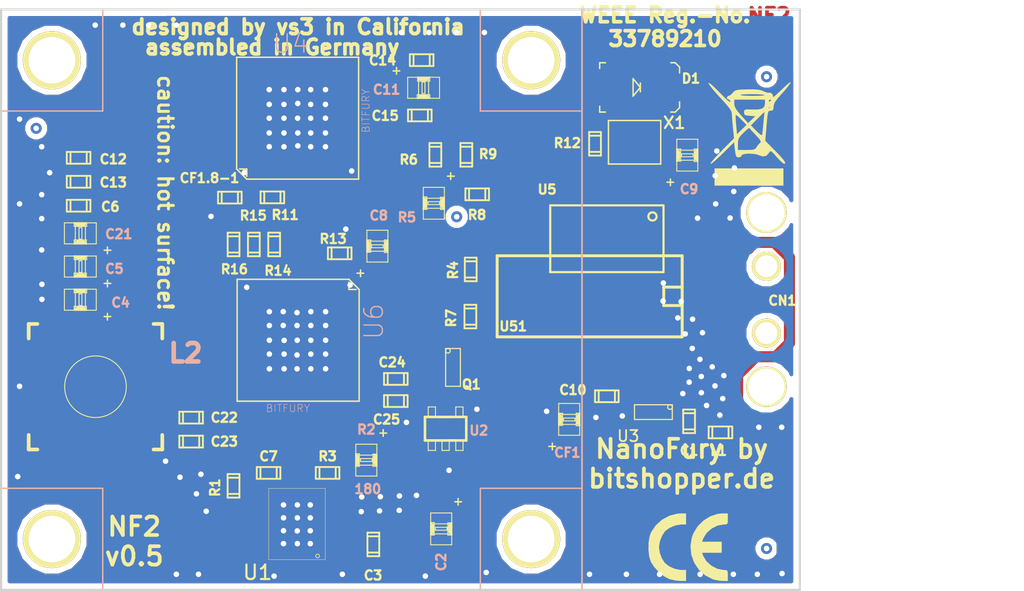
<source format=kicad_pcb>
(kicad_pcb (version 3) (host pcbnew "(2013-07-07 BZR 4022)-stable")
  (title_block (title "NanoFury NF1") (rev 0.5))
  (layers (15 F.Cu mixed) (0 B.Cu mixed) (19 F.Paste user) (20 B.SilkS user) (21 F.SilkS user) (22 B.Mask user) (23 F.Mask user) (28 Edge.Cuts user))
  (net 0 "")
  (net 1 /LED)
  (net 2 /MISO)
  (net 3 /MOSI)
  (net 4 /OMISO2)
  (net 5 /OMOSI2)
  (net 6 /OSC1)
  (net 7 /OSC2)
  (net 8 /OSCK2)
  (net 9 /SCK)
  (net 10 /SCK_OVR)
  (net 11 0V8)
  (net 12 1.8V)
  (net 13 3.3V)
  (net 14 GND)
  (net 15 INMISO)
  (net 16 INMOSI)
  (net 17 INSCK)
  (net 18 N-0000010)
  (net 19 N-0000011)
  (net 20 N-0000012)
  (net 21 N-0000015)
  (net 22 N-0000016)
  (net 23 N-0000017)
  (net 24 N-000002)
  (net 25 N-0000025)
  (net 26 N-0000027)
  (net 27 N-000003)
  (net 28 N-000005)
  (net 29 OUTMISO1)
  (net 30 OUTMOSI1)
  (net 31 OUTSCK1)
  (net 32 USB_5V)
  (net 33 USB_DM)
  (net 34 USB_DP)
  (net 35 V_EN)
  (module SSOP-20 (layer F.Cu) (at 132.1373 79.701 180)
    (fp_text reference U5 (at 7.0423 -0.209 180) (layer F.SilkS) (effects (font (size 0.635 0.635) (thickness 0.15875))))
    (fp_text value MCP2210-I/SS hide)
    (pad 7 smd rect (at 3.9 0 180) (size 0.4064 1.651) (layers F.Cu F.Paste F.Mask))
    (pad 8 smd rect (at 4.55 0 180) (size 0.4064 1.651) (layers F.Cu F.Paste F.Mask))
    (pad 9 smd rect (at 5.2 0 180) (size 0.4064 1.651) (layers F.Cu F.Paste F.Mask) (net 3 /MOSI))
    (pad 10 smd rect (at 5.85 0 180) (size 0.4064 1.651) (layers F.Cu F.Paste F.Mask))
    (pad 17 smd rect (at 1.95 -7.2 180) (size 0.4064 1.651) (layers F.Cu F.Paste F.Mask) (net 13 3.3V))
    (pad 4 smd rect (at 1.95 0 180) (size 0.4064 1.651) (layers F.Cu F.Paste F.Mask) (net 13 3.3V))
    (pad 5 smd rect (at 2.6 0 180) (size 0.4064 1.651) (layers F.Cu F.Paste F.Mask) (net 1 /LED))
    (pad 6 smd rect (at 3.25 0 180) (size 0.4064 1.651) (layers F.Cu F.Paste F.Mask))
    (pad 11 smd rect (at 5.85 -7.2 180) (size 0.4064 1.651) (layers F.Cu F.Paste F.Mask) (net 9 /SCK))
    (pad 12 smd rect (at 5.2 -7.2 180) (size 0.4064 1.651) (layers F.Cu F.Paste F.Mask) (net 10 /SCK_OVR))
    (pad 13 smd rect (at 4.55 -7.2 180) (size 0.4064 1.651) (layers F.Cu F.Paste F.Mask) (net 2 /MISO))
    (pad 14 smd rect (at 3.9 -7.2 180) (size 0.4064 1.651) (layers F.Cu F.Paste F.Mask) (net 35 V_EN))
    (pad 15 smd rect (at 3.25 -7.2 180) (size 0.4064 1.651) (layers F.Cu F.Paste F.Mask))
    (pad 16 smd rect (at 2.6 -7.2 180) (size 0.4064 1.651) (layers F.Cu F.Paste F.Mask))
    (pad 18 smd rect (at 1.3 -7.2 180) (size 0.4064 1.651) (layers F.Cu F.Paste F.Mask) (net 33 USB_DM))
    (pad 19 smd rect (at 0.65 -7.2 180) (size 0.4064 1.651) (layers F.Cu F.Paste F.Mask) (net 34 USB_DP))
    (pad 20 smd rect (at 0 -7.2 180) (size 0.4064 1.651) (layers F.Cu F.Paste F.Mask) (net 14 GND))
    (pad 1 smd rect (at 0 0 180) (size 0.4064 1.651) (layers F.Cu F.Paste F.Mask) (net 13 3.3V))
    (pad 2 smd rect (at 0.65 0 180) (size 0.4064 1.651) (layers F.Cu F.Paste F.Mask) (net 6 /OSC1))
    (pad 3 smd rect (at 1.3 0 180) (size 0.4064 1.651) (layers F.Cu F.Paste F.Mask) (net 7 /OSC2))
  )
  (module SOT23-5 (layer F.Cu) (at 118.11 96.393)
    (fp_text reference U2 (at 2.286 0.127) (layer B.SilkS) (effects (font (size 0.635 0.635) (thickness 0.1524))))
    (fp_text value "LDO - 1.8V" hide)
    (pad 1 smd rect (at -0.94996 1.29794) (size 0.54864 1.19888) (layers F.Cu F.Paste F.Mask) (net 32 USB_5V))
    (pad 2 smd rect (at 0 1.29794) (size 0.54864 1.19888) (layers F.Cu F.Paste F.Mask) (net 14 GND))
    (pad 3 smd rect (at 0.94996 1.29794) (size 0.54864 1.19888) (layers F.Cu F.Paste F.Mask) (net 35 V_EN))
    (pad 4 smd rect (at 0.94996 -1.29794) (size 0.54864 1.19888) (layers F.Cu F.Paste F.Mask) (net 14 GND))
    (pad 5 smd rect (at -0.94996 -1.29794) (size 0.54864 1.19888) (layers F.Cu F.Paste F.Mask) (net 12 1.8V))
  )
  (module CSTCE_G15C (layer F.Cu) (at 131.1213 76.653 180)
    (fp_text reference X1 (at -2.7367 1.342 180) (layer F.SilkS) (effects (font (size 0.8 0.8))))
    (fp_text value 12MHz hide)
    (pad 3 smd rect (at 1.2 0 180) (size 0.635 2) (layers F.Cu F.Paste F.Mask) (net 7 /OSC2))
    (pad 1 smd rect (at -1.2 0 180) (size 0.635 2) (layers F.Cu F.Paste F.Mask) (net 6 /OSC1))
    (pad 2 smd rect (at 0 0 180) (size 0.635 2) (layers F.Cu F.Paste F.Mask) (net 14 GND))
  )
  (module TP (layer F.Cu) (at 108.36315 84.84605)
    (fp_text reference P1 hide)
    (fp_text value TST hide)
    (pad 1 smd rect (at 0 0) (size 0.635 0.635) (layers F.Cu F.Paste F.Mask) (net 8 /OSCK2))
  )
  (module TP (layer F.Cu) (at 108.99815 83.90625)
    (fp_text reference P2 hide)
    (fp_text value TST hide)
    (pad 1 smd rect (at 0 0) (size 0.635 0.635) (layers F.Cu F.Paste F.Mask) (net 5 /OMOSI2))
  )
  (module TP (layer F.Cu) (at 108.05835 83.57605)
    (fp_text reference P3 hide)
    (fp_text value TST hide)
    (pad 1 smd rect (at 0 0) (size 0.635 0.635) (layers F.Cu F.Paste F.Mask) (net 4 /OMISO2))
  )
  (module 0805 (layer F.Cu) (at 92.964 87.503 180)
    (fp_text reference C4 (at -2.7672 -0.202 180) (layer B.SilkS) (effects (font (size 0.635 0.635) (thickness 0.15875))))
    (fp_text value 22uF hide)
    (pad 1 smd rect (at -0.89916 0 180) (size 1.09982 1.4986) (layers F.Cu F.Paste F.Mask) (net 11 0V8))
    (pad 2 smd rect (at 0.89916 0 180) (size 1.09982 1.4986) (layers F.Cu F.Paste F.Mask) (net 14 GND))
  )
  (module 0805 (layer F.Cu) (at 117.2972 80.8482 270)
    (fp_text reference R5 (at 0.9779 1.8542 360) (layer B.SilkS) (effects (font (size 0.635 0.635) (thickness 0.15875))))
    (fp_text value 2k hide)
    (pad 1 smd rect (at -0.89916 0 270) (size 1.09982 1.4986) (layers F.Cu F.Paste F.Mask) (net 17 INSCK))
    (pad 2 smd rect (at 0.89916 0 270) (size 1.09982 1.4986) (layers F.Cu F.Paste F.Mask) (net 10 /SCK_OVR))
  )
  (module 2PLCC (layer F.Cu) (at 131.318 72.8726 180)
    (fp_text reference D1 (at -3.683 0.6096 180) (layer F.SilkS) (effects (font (size 0.635 0.635) (thickness 0.15875))))
    (fp_text value LED hide)
    (pad 1 smd rect (at 1.5 0 180) (size 1.5 2.6) (layers F.Cu F.Paste F.Mask) (net 26 N-0000027))
    (pad 2 smd rect (at -1.5 0 180) (size 1.5 2.6) (layers F.Cu F.Paste F.Mask) (net 14 GND))
  )
  (module 0603 (layer F.Cu) (at 128.397 76.7588 90)
    (fp_text reference R12 (at 0.0508 -1.905 180) (layer F.SilkS) (effects (font (size 0.635 0.635) (thickness 0.15875))))
    (fp_text value 1k hide)
    (pad 1 smd rect (at 0.75184 0 90) (size 0.89916 1.00076) (layers F.Cu F.Paste F.Mask) (net 26 N-0000027))
    (pad 2 smd rect (at -0.75184 0 90) (size 0.89916 1.00076) (layers F.Cu F.Paste F.Mask) (net 1 /LED))
  )
  (module 0603 (layer F.Cu) (at 129.2098 94.1578)
    (fp_text reference C10 (at -2.3368 -0.4318) (layer F.SilkS) (effects (font (size 0.635 0.635) (thickness 0.15875))))
    (fp_text value 100n hide)
    (pad 1 smd rect (at 0.75184 0) (size 0.89916 1.00076) (layers F.Cu F.Paste F.Mask) (net 13 3.3V))
    (pad 2 smd rect (at -0.75184 0) (size 0.89916 1.00076) (layers F.Cu F.Paste F.Mask) (net 14 GND))
  )
  (module 0603 (layer F.Cu) (at 117.40134 77.5208 90)
    (fp_text reference R6 (at -0.3302 -1.83134 180) (layer F.SilkS) (effects (font (size 0.635 0.635) (thickness 0.15875))))
    (fp_text value 2k hide)
    (pad 1 smd rect (at 0.75184 0 90) (size 0.89916 1.00076) (layers F.Cu F.Paste F.Mask) (net 14 GND))
    (pad 2 smd rect (at -0.75184 0 90) (size 0.89916 1.00076) (layers F.Cu F.Paste F.Mask) (net 17 INSCK))
  )
  (module 0603 (layer F.Cu) (at 119.53494 77.5208 90)
    (fp_text reference R9 (at 0.0508 1.49606 180) (layer F.SilkS) (effects (font (size 0.635 0.635) (thickness 0.15875))))
    (fp_text value 2k hide)
    (pad 1 smd rect (at 0.75184 0 90) (size 0.89916 1.00076) (layers F.Cu F.Paste F.Mask) (net 14 GND))
    (pad 2 smd rect (at -0.75184 0 90) (size 0.89916 1.00076) (layers F.Cu F.Paste F.Mask) (net 16 INMOSI))
  )
  (module 0603 (layer F.Cu) (at 120.2817 80.24114)
    (fp_text reference R8 (at -0.0127 1.41986) (layer F.SilkS) (effects (font (size 0.635 0.635) (thickness 0.15875))))
    (fp_text value 2K hide)
    (pad 1 smd rect (at 0.75184 0) (size 0.89916 1.00076) (layers F.Cu F.Paste F.Mask) (net 3 /MOSI))
    (pad 2 smd rect (at -0.75184 0) (size 0.89916 1.00076) (layers F.Cu F.Paste F.Mask) (net 16 INMOSI))
  )
  (module 0603 (layer F.Cu) (at 134.874 95.885 90)
    (fp_text reference C1 (at -2.032 0 180) (layer F.SilkS) (effects (font (size 0.635 0.635) (thickness 0.15875))))
    (fp_text value 100nF hide)
    (pad 1 smd rect (at 0.75184 0 90) (size 0.89916 1.00076) (layers F.Cu F.Paste F.Mask) (net 14 GND))
    (pad 2 smd rect (at -0.75184 0 90) (size 0.89916 1.00076) (layers F.Cu F.Paste F.Mask) (net 32 USB_5V))
  )
  (module 0603 (layer F.Cu) (at 119.8381 85.4162 270)
    (fp_text reference R4 (at 0.0548 1.2201 270) (layer F.SilkS) (effects (font (size 0.635 0.635) (thickness 0.15875))))
    (fp_text value 2k hide)
    (pad 1 smd rect (at 0.75184 0 270) (size 0.89916 1.00076) (layers F.Cu F.Paste F.Mask) (net 2 /MISO))
    (pad 2 smd rect (at -0.75184 0 270) (size 0.89916 1.00076) (layers F.Cu F.Paste F.Mask) (net 13 3.3V))
  )
  (module 0603 (layer F.Cu) (at 109.982 99.441 180)
    (fp_text reference R3 (at 0 1.143 180) (layer F.SilkS) (effects (font (size 0.635 0.635) (thickness 0.15875))))
    (fp_text value 2.4k hide)
    (pad 1 smd rect (at 0.75184 0 180) (size 0.89916 1.00076) (layers F.Cu F.Paste F.Mask) (net 14 GND))
    (pad 2 smd rect (at -0.75184 0 180) (size 0.89916 1.00076) (layers F.Cu F.Paste F.Mask) (net 24 N-000002))
  )
  (module 0603 (layer F.Cu) (at 103.505 100.33 90)
    (fp_text reference R1 (at -0.127 -1.27 90) (layer F.SilkS) (effects (font (size 0.635 0.635) (thickness 0.1524))))
    (fp_text value 5.6k hide)
    (pad 1 smd rect (at 0.75184 0 90) (size 0.89916 1.00076) (layers F.Cu F.Paste F.Mask) (net 19 N-0000011))
    (pad 2 smd rect (at -0.75184 0 90) (size 0.89916 1.00076) (layers F.Cu F.Paste F.Mask) (net 18 N-0000010))
  )
  (module 0603 (layer F.Cu) (at 114.681 94.488 180)
    (fp_text reference C25 (at 0.635 -1.27 180) (layer F.SilkS) (effects (font (size 0.635 0.635) (thickness 0.15875))))
    (fp_text value 100nF hide)
    (pad 1 smd rect (at 0.75184 0 180) (size 0.89916 1.00076) (layers F.Cu F.Paste F.Mask) (net 11 0V8))
    (pad 2 smd rect (at -0.75184 0 180) (size 0.89916 1.00076) (layers F.Cu F.Paste F.Mask) (net 14 GND))
  )
  (module 0603 (layer F.Cu) (at 114.681 92.964 180)
    (fp_text reference C24 (at 0.254 1.143 180) (layer F.SilkS) (effects (font (size 0.635 0.635) (thickness 0.15875))))
    (fp_text value 100nF hide)
    (pad 1 smd rect (at 0.75184 0 180) (size 0.89916 1.00076) (layers F.Cu F.Paste F.Mask) (net 11 0V8))
    (pad 2 smd rect (at -0.75184 0 180) (size 0.89916 1.00076) (layers F.Cu F.Paste F.Mask) (net 14 GND))
  )
  (module 0603 (layer F.Cu) (at 100.584 95.631)
    (fp_text reference C23 (at 2.286 1.651) (layer F.SilkS) (effects (font (size 0.635 0.635) (thickness 0.15875))))
    (fp_text value 100nF hide)
    (pad 1 smd rect (at 0.75184 0) (size 0.89916 1.00076) (layers F.Cu F.Paste F.Mask) (net 11 0V8))
    (pad 2 smd rect (at -0.75184 0) (size 0.89916 1.00076) (layers F.Cu F.Paste F.Mask) (net 14 GND))
  )
  (module 0603 (layer F.Cu) (at 100.584 97.282)
    (fp_text reference C22 (at 2.286 -1.651) (layer F.SilkS) (effects (font (size 0.635 0.635) (thickness 0.15875))))
    (fp_text value 100nF hide)
    (pad 1 smd rect (at 0.75184 0) (size 0.89916 1.00076) (layers F.Cu F.Paste F.Mask) (net 11 0V8))
    (pad 2 smd rect (at -0.75184 0) (size 0.89916 1.00076) (layers F.Cu F.Paste F.Mask) (net 14 GND))
  )
  (module 0603 (layer F.Cu) (at 116.332 74.803 180)
    (fp_text reference C15 (at 2.384 -0.026 180) (layer F.SilkS) (effects (font (size 0.635 0.635) (thickness 0.15875))))
    (fp_text value 100nF hide)
    (pad 1 smd rect (at 0.75184 0 180) (size 0.89916 1.00076) (layers F.Cu F.Paste F.Mask) (net 11 0V8))
    (pad 2 smd rect (at -0.75184 0 180) (size 0.89916 1.00076) (layers F.Cu F.Paste F.Mask) (net 14 GND))
  )
  (module 0603 (layer F.Cu) (at 116.459 70.993 180)
    (fp_text reference C14 (at 2.691 -0.019 180) (layer F.SilkS) (effects (font (size 0.635 0.635) (thickness 0.15875))))
    (fp_text value 100nF hide)
    (pad 1 smd rect (at 0.75184 0 180) (size 0.89916 1.00076) (layers F.Cu F.Paste F.Mask) (net 11 0V8))
    (pad 2 smd rect (at -0.75184 0 180) (size 0.89916 1.00076) (layers F.Cu F.Paste F.Mask) (net 14 GND))
  )
  (module 0603 (layer F.Cu) (at 92.837 79.375)
    (fp_text reference C13 (at 2.3876 0.0508) (layer F.SilkS) (effects (font (size 0.635 0.635) (thickness 0.15875))))
    (fp_text value 100nF hide)
    (pad 1 smd rect (at 0.75184 0) (size 0.89916 1.00076) (layers F.Cu F.Paste F.Mask) (net 11 0V8))
    (pad 2 smd rect (at -0.75184 0) (size 0.89916 1.00076) (layers F.Cu F.Paste F.Mask) (net 14 GND))
  )
  (module 0603 (layer F.Cu) (at 92.837 77.724)
    (fp_text reference C12 (at 2.3876 0.1016) (layer F.SilkS) (effects (font (size 0.635 0.635) (thickness 0.15875))))
    (fp_text value 100nF hide)
    (pad 1 smd rect (at 0.75184 0) (size 0.89916 1.00076) (layers F.Cu F.Paste F.Mask) (net 11 0V8))
    (pad 2 smd rect (at -0.75184 0) (size 0.89916 1.00076) (layers F.Cu F.Paste F.Mask) (net 14 GND))
  )
  (module 0603 (layer F.Cu) (at 105.918 99.441 180)
    (fp_text reference C7 (at 0 1.143 180) (layer F.SilkS) (effects (font (size 0.635 0.635) (thickness 0.15875))))
    (fp_text value 1nF hide)
    (pad 1 smd rect (at 0.75184 0 180) (size 0.89916 1.00076) (layers F.Cu F.Paste F.Mask) (net 19 N-0000011))
    (pad 2 smd rect (at -0.75184 0 180) (size 0.89916 1.00076) (layers F.Cu F.Paste F.Mask) (net 14 GND))
  )
  (module 0603 (layer F.Cu) (at 92.837 81.026)
    (fp_text reference C6 (at 2.1844 0.0762) (layer F.SilkS) (effects (font (size 0.635 0.635) (thickness 0.15875))))
    (fp_text value 100nF hide)
    (pad 1 smd rect (at 0.75184 0) (size 0.89916 1.00076) (layers F.Cu F.Paste F.Mask) (net 11 0V8))
    (pad 2 smd rect (at -0.75184 0) (size 0.89916 1.00076) (layers F.Cu F.Paste F.Mask) (net 14 GND))
  )
  (module 0603 (layer F.Cu) (at 113.1316 104.3686 90)
    (fp_text reference C3 (at -2.1365 -0.0173 180) (layer F.SilkS) (effects (font (size 0.635 0.635) (thickness 0.15875))))
    (fp_text value 100nF hide)
    (pad 1 smd rect (at 0.75184 0 90) (size 0.89916 1.00076) (layers F.Cu F.Paste F.Mask) (net 32 USB_5V))
    (pad 2 smd rect (at -0.75184 0 90) (size 0.89916 1.00076) (layers F.Cu F.Paste F.Mask) (net 14 GND))
  )
  (module 0603 (layer F.Cu) (at 119.8131 88.6662 90)
    (fp_text reference R7 (at -0.1068 -1.3221 90) (layer F.SilkS) (effects (font (size 0.635 0.635) (thickness 0.15875))))
    (fp_text value 1k hide)
    (pad 1 smd rect (at 0.75184 0 90) (size 0.89916 1.00076) (layers F.Cu F.Paste F.Mask) (net 10 /SCK_OVR))
    (pad 2 smd rect (at -0.75184 0 90) (size 0.89916 1.00076) (layers F.Cu F.Paste F.Mask) (net 9 /SCK))
  )
  (module 0603 (layer F.Cu) (at 106.17875 80.45185)
    (fp_text reference R11 (at 0.88225 1.20915) (layer F.SilkS) (effects (font (size 0.635 0.635) (thickness 0.15875))))
    (fp_text value 1k hide)
    (pad 1 smd rect (at 0.75184 0) (size 0.89916 1.00076) (layers F.Cu F.Paste F.Mask) (net 25 N-0000025))
    (pad 2 smd rect (at -0.75184 0) (size 0.89916 1.00076) (layers F.Cu F.Paste F.Mask) (net 14 GND))
  )
  (module SOT23 (layer F.Cu) (at 118.618 92.202 270)
    (fp_text reference Q1 (at 1.143 -1.27 360) (layer F.SilkS) (effects (font (size 0.635 0.635) (thickness 0.15875))))
    (fp_text value BSS138L hide)
    (pad 3 smd rect (at 0 -1.09982 270) (size 0.8001 1.00076) (layers F.Cu F.Paste F.Mask) (net 2 /MISO))
    (pad 2 smd rect (at 0.9525 1.09982 270) (size 0.8001 1.00076) (layers F.Cu F.Paste F.Mask) (net 15 INMISO))
    (pad 1 smd rect (at -0.9525 1.09982 270) (size 0.8001 1.00076) (layers F.Cu F.Paste F.Mask) (net 12 1.8V))
  )
  (module 0805 (layer F.Cu) (at 92.964 82.931 180)
    (fp_text reference C21 (at -2.6416 -0.0508 180) (layer B.SilkS) (effects (font (size 0.635 0.635) (thickness 0.15875))))
    (fp_text value 22uF hide)
    (pad 1 smd rect (at -0.89916 0 180) (size 1.09982 1.4986) (layers F.Cu F.Paste F.Mask) (net 11 0V8))
    (pad 2 smd rect (at 0.89916 0 180) (size 1.09982 1.4986) (layers F.Cu F.Paste F.Mask) (net 14 GND))
  )
  (module 0805 (layer F.Cu) (at 116.586 72.898)
    (fp_text reference C11 (at -2.54 0.127) (layer B.SilkS) (effects (font (size 0.635 0.635) (thickness 0.15875))))
    (fp_text value 22uF hide)
    (pad 1 smd rect (at -0.89916 0) (size 1.09982 1.4986) (layers F.Cu F.Paste F.Mask) (net 11 0V8))
    (pad 2 smd rect (at 0.89916 0) (size 1.09982 1.4986) (layers F.Cu F.Paste F.Mask) (net 14 GND))
  )
  (module 0805 (layer F.Cu) (at 92.964 85.217 180)
    (fp_text reference C5 (at -2.3388 -0.1576 180) (layer B.SilkS) (effects (font (size 0.635 0.635) (thickness 0.15875))))
    (fp_text value 22uF hide)
    (pad 1 smd rect (at -0.89916 0 180) (size 1.09982 1.4986) (layers F.Cu F.Paste F.Mask) (net 11 0V8))
    (pad 2 smd rect (at 0.89916 0 180) (size 1.09982 1.4986) (layers F.Cu F.Paste F.Mask) (net 14 GND))
  )
  (module 0805 (layer F.Cu) (at 117.8052 103.2891 270)
    (fp_text reference C2 (at 2.286 0 270) (layer B.SilkS) (effects (font (size 0.635 0.635) (thickness 0.15875))))
    (fp_text value 22uF/10V hide)
    (pad 1 smd rect (at -0.89916 0 270) (size 1.09982 1.4986) (layers F.Cu F.Paste F.Mask) (net 32 USB_5V))
    (pad 2 smd rect (at 0.89916 0 270) (size 1.09982 1.4986) (layers F.Cu F.Paste F.Mask) (net 14 GND))
  )
  (module 0805 (layer F.Cu) (at 126.619 95.758 90)
    (fp_text reference CF1 (at -2.286 -0.127 180) (layer B.SilkS) (effects (font (size 0.635 0.635) (thickness 0.15875))))
    (fp_text value 22uF/10V hide)
    (pad 1 smd rect (at -0.89916 0 90) (size 1.09982 1.4986) (layers F.Cu F.Paste F.Mask) (net 32 USB_5V))
    (pad 2 smd rect (at 0.89916 0 90) (size 1.09982 1.4986) (layers F.Cu F.Paste F.Mask) (net 14 GND))
  )
  (module 0805 (layer F.Cu) (at 113.411 83.82 90)
    (fp_text reference C8 (at 2.1154 0.0938 180) (layer B.SilkS) (effects (font (size 0.635 0.635) (thickness 0.15875))))
    (fp_text value 4.7uF/4V hide)
    (pad 1 smd rect (at -0.89916 0 90) (size 1.09982 1.4986) (layers F.Cu F.Paste F.Mask) (net 12 1.8V))
    (pad 2 smd rect (at 0.89916 0 90) (size 1.09982 1.4986) (layers F.Cu F.Paste F.Mask) (net 14 GND))
  )
  (module 0805 (layer F.Cu) (at 134.75 77.55 90)
    (fp_text reference C9 (at -2.333 0.124 180) (layer B.SilkS) (effects (font (size 0.635 0.635) (thickness 0.15875))))
    (fp_text value 10uF/4V hide)
    (pad 1 smd rect (at -0.89916 0 90) (size 1.09982 1.4986) (layers F.Cu F.Paste F.Mask) (net 13 3.3V))
    (pad 2 smd rect (at 0.89916 0 90) (size 1.09982 1.4986) (layers F.Cu F.Paste F.Mask) (net 14 GND))
  )
  (module CNC-1001-011-01101 (layer F.Cu) (at 140.2 87.5 270)
    (fp_text reference CN1 (at 0.0665 -1.1002 360) (layer F.SilkS) (effects (font (size 0.635 0.635) (thickness 0.15875))))
    (fp_text value USB-A hide)
    (pad 5 smd rect (at 3.5 2.8 270) (size 1.1 2.3) (layers F.Cu F.Paste F.Mask) (net 14 GND))
    (pad 3 smd rect (at 1 2.8 270) (size 1.1 2.3) (layers F.Cu F.Paste F.Mask) (net 34 USB_DP))
    (pad 1 smd rect (at -3.5 2.8 270) (size 1.1 2.3) (layers F.Cu F.Paste F.Mask) (net 28 N-000005))
    (pad "" thru_hole circle (at -6 0 270) (size 2.8 2.8) (drill 2.5) (layers *.Cu *.Mask F.SilkS))
    (pad "" thru_hole circle (at 6 0 270) (size 2.8 2.8) (drill 2.5) (layers *.Cu *.Mask F.SilkS))
    (pad "" thru_hole circle (at -2.3 0 270) (size 2 2) (drill 1.5) (layers *.Cu *.Mask F.SilkS))
    (pad "" thru_hole circle (at 2.3 0 270) (size 2 2) (drill 1.5) (layers *.Cu *.Mask F.SilkS))
    (pad 2 smd rect (at -1 2.8 270) (size 1.1 2.3) (layers F.Cu F.Paste F.Mask) (net 33 USB_DM))
  )
  (module SOT23 (layer F.Cu) (at 132.3848 95.25 180)
    (fp_text reference U3 (at 1.7018 -1.651 180) (layer F.SilkS) (effects (font (size 0.762 0.762) (thickness 0.11938))))
    (fp_text value "LDO - 3.3V" hide)
    (pad 3 smd rect (at 0 -1.09982 180) (size 0.8001 1.00076) (layers F.Cu F.Paste F.Mask) (net 32 USB_5V))
    (pad 2 smd rect (at 0.9525 1.09982 180) (size 0.8001 1.00076) (layers F.Cu F.Paste F.Mask) (net 13 3.3V))
    (pad 1 smd rect (at -0.9525 1.09982 180) (size 0.8001 1.00076) (layers F.Cu F.Paste F.Mask) (net 14 GND))
  )
  (module SOIC20 (layer F.Cu) (at 128.0479 87.2702 180)
    (fp_text reference U51 (at 5.2848 -2.071 180) (layer F.SilkS) (effects (font (size 0.635 0.635) (thickness 0.15875))))
    (fp_text value MCP2210-I/SO hide)
    (pad 1 smd rect (at -5.715 4.7 180) (size 0.762 2) (layers F.Cu F.Paste F.Mask) (net 13 3.3V))
    (pad 2 smd rect (at -4.445 4.7 180) (size 0.762 2) (layers F.Cu F.Paste F.Mask) (net 6 /OSC1))
    (pad 3 smd rect (at -3.175 4.7 180) (size 0.762 2) (layers F.Cu F.Paste F.Mask) (net 7 /OSC2))
    (pad 4 smd rect (at -1.905 4.7 180) (size 0.762 2) (layers F.Cu F.Paste F.Mask) (net 13 3.3V))
    (pad 5 smd rect (at -0.635 4.7 180) (size 0.762 2) (layers F.Cu F.Paste F.Mask) (net 1 /LED))
    (pad 6 smd rect (at 0.635 4.7 180) (size 0.762 2) (layers F.Cu F.Paste F.Mask))
    (pad 7 smd rect (at 1.905 4.7 180) (size 0.762 2) (layers F.Cu F.Paste F.Mask))
    (pad 8 smd rect (at 3.175 4.7 180) (size 0.762 2) (layers F.Cu F.Paste F.Mask))
    (pad 9 smd rect (at 4.445 4.7 180) (size 0.762 2) (layers F.Cu F.Paste F.Mask) (net 3 /MOSI))
    (pad 10 smd rect (at 5.715 4.7 180) (size 0.762 2) (layers F.Cu F.Paste F.Mask))
    (pad 20 smd rect (at -5.715 -4.7 180) (size 0.762 2) (layers F.Cu F.Paste F.Mask) (net 14 GND))
    (pad 19 smd rect (at -4.445 -4.7 180) (size 0.762 2) (layers F.Cu F.Paste F.Mask) (net 34 USB_DP))
    (pad 18 smd rect (at -3.175 -4.7 180) (size 0.762 2) (layers F.Cu F.Paste F.Mask) (net 33 USB_DM))
    (pad 17 smd rect (at -1.905 -4.7 180) (size 0.762 2) (layers F.Cu F.Paste F.Mask) (net 13 3.3V))
    (pad 16 smd rect (at -0.635 -4.7 180) (size 0.762 2) (layers F.Cu F.Paste F.Mask))
    (pad 15 smd rect (at 0.635 -4.7 180) (size 0.762 2) (layers F.Cu F.Paste F.Mask))
    (pad 14 smd rect (at 1.905 -4.7 180) (size 0.762 2) (layers F.Cu F.Paste F.Mask) (net 35 V_EN))
    (pad 13 smd rect (at 3.175 -4.7 180) (size 0.762 2) (layers F.Cu F.Paste F.Mask) (net 2 /MISO))
    (pad 12 smd rect (at 4.445 -4.7 180) (size 0.762 2) (layers F.Cu F.Paste F.Mask) (net 10 /SCK_OVR))
    (pad 11 smd rect (at 5.715 -4.7 180) (size 0.762 2) (layers F.Cu F.Paste F.Mask) (net 9 /SCK))
  )
  (module 0603 (layer F.Cu) (at 110.81679 84.30757 180)
    (fp_text reference R13 (at 0.45379 0.99557 180) (layer F.SilkS) (effects (font (size 0.635 0.635) (thickness 0.1524))))
    (fp_text value 1k hide)
    (pad 1 smd rect (at 0.75184 0 180) (size 0.89916 1.00076) (layers F.Cu F.Paste F.Mask) (net 20 N-0000012))
    (pad 2 smd rect (at -0.75184 0 180) (size 0.89916 1.00076) (layers F.Cu F.Paste F.Mask) (net 14 GND))
  )
  (module 0603 (layer F.Cu) (at 106.30215 83.69445 90)
    (fp_text reference R14 (at -1.812 0.2618 180) (layer F.SilkS) (effects (font (size 0.635 0.635) (thickness 0.1524))))
    (fp_text value 0R hide)
    (pad 1 smd rect (at 0.75184 0 90) (size 0.89916 1.00076) (layers F.Cu F.Paste F.Mask) (net 29 OUTMISO1))
    (pad 2 smd rect (at -0.75184 0 90) (size 0.89916 1.00076) (layers F.Cu F.Paste F.Mask) (net 21 N-0000015))
  )
  (module 0603 (layer F.Cu) (at 104.90515 83.69445 90)
    (fp_text reference R15 (at 1.988 -0.0412 180) (layer F.SilkS) (effects (font (size 0.635 0.635) (thickness 0.1524))))
    (fp_text value 0R hide)
    (pad 1 smd rect (at 0.75184 0 90) (size 0.89916 1.00076) (layers F.Cu F.Paste F.Mask) (net 30 OUTMOSI1))
    (pad 2 smd rect (at -0.75184 0 90) (size 0.89916 1.00076) (layers F.Cu F.Paste F.Mask) (net 22 N-0000016))
  )
  (module 0603 (layer F.Cu) (at 103.50815 83.69445 90)
    (fp_text reference R16 (at -1.712 0.0558 180) (layer F.SilkS) (effects (font (size 0.635 0.635) (thickness 0.1524))))
    (fp_text value 0R hide)
    (pad 1 smd rect (at 0.75184 0 90) (size 0.89916 1.00076) (layers F.Cu F.Paste F.Mask) (net 31 OUTSCK1))
    (pad 2 smd rect (at -0.75184 0 90) (size 0.89916 1.00076) (layers F.Cu F.Paste F.Mask) (net 23 N-0000017))
  )
  (module SRN8040 (layer F.Cu) (at 94 93.5 180)
    (fp_text reference L2 (at -6.203 2.314 180) (layer B.SilkS) (effects (font (size 1.27 1.27) (thickness 0.3175))))
    (fp_text value 1.0uH hide)
    (pad 1 smd rect (at 0 -2.85 180) (size 8 2.2) (layers F.Cu F.Paste F.Mask) (net 27 N-000003) (clearance 0.508))
    (pad 2 smd rect (at 0 2.85 180) (size 8 2.2) (layers F.Cu F.Paste F.Mask) (net 11 0V8) (clearance 0.508))
  )
  (module 0603 (layer F.Cu) (at 103.251 80.4672)
    (fp_text reference CF1.8-1 (at -1.397 -1.3462) (layer F.SilkS) (effects (font (size 0.635 0.635) (thickness 0.1524))))
    (fp_text value 100n hide)
    (pad 1 smd rect (at 0.75184 0) (size 0.89916 1.00076) (layers F.Cu F.Paste F.Mask) (net 12 1.8V))
    (pad 2 smd rect (at -0.75184 0) (size 0.89916 1.00076) (layers F.Cu F.Paste F.Mask) (net 14 GND))
  )
  (module QFN48 (layer F.Cu) (at 107.91825 74.99535 90)
    (fp_text reference U4 (at 5.138 -0.4778 180) (layer B.SilkS) (effects (font (size 1.27 1.27) (thickness 0.0889))))
    (fp_text value BITFURY (at 0.508 4.699 90) (layer B.SilkS) (effects (font (size 0.508 0.508) (thickness 0.0381))))
    (pad 13 smd rect (at -2.75 3.55 90) (size 0.2794 1) (layers F.Cu F.Paste F.Mask) (net 11 0V8))
    (pad 25 smd rect (at 3.55 2.75 90) (size 1 0.3) (layers F.Cu F.Paste F.Mask) (net 11 0V8))
    (pad 26 smd rect (at 3.55 2.25 90) (size 1 0.3) (layers F.Cu F.Paste F.Mask) (net 11 0V8))
    (pad 28 smd rect (at 3.55 1.25 90) (size 1 0.3) (layers F.Cu F.Paste F.Mask) (net 11 0V8))
    (pad 27 smd rect (at 3.55 1.75 90) (size 1 0.3) (layers F.Cu F.Paste F.Mask) (net 11 0V8))
    (pad 29 smd rect (at 3.55 0.75 90) (size 1 0.3) (layers F.Cu F.Paste F.Mask) (net 11 0V8))
    (pad 30 smd rect (at 3.55 0.25 90) (size 1 0.3) (layers F.Cu F.Paste F.Mask) (net 11 0V8))
    (pad 36 smd rect (at 3.55 -2.75 90) (size 1 0.3) (layers F.Cu F.Paste F.Mask) (net 11 0V8))
    (pad 35 smd rect (at 3.55 -2.25 90) (size 1 0.3) (layers F.Cu F.Paste F.Mask) (net 11 0V8))
    (pad 33 smd rect (at 3.55 -1.25 90) (size 1 0.3) (layers F.Cu F.Paste F.Mask) (net 11 0V8))
    (pad 34 smd rect (at 3.55 -1.75 90) (size 1 0.3) (layers F.Cu F.Paste F.Mask) (net 11 0V8))
    (pad 32 smd rect (at 3.55 -0.75 90) (size 1 0.3) (layers F.Cu F.Paste F.Mask) (net 11 0V8))
    (pad 31 smd rect (at 3.55 -0.25 90) (size 1 0.3) (layers F.Cu F.Paste F.Mask) (net 11 0V8))
    (pad 1 smd rect (at -3.55 -2.75 90) (size 1 0.3) (layers F.Cu F.Paste F.Mask) (net 14 GND))
    (pad 3 smd rect (at -3.55 -1.748 90) (size 1 0.3) (layers F.Cu F.Paste F.Mask) (net 14 GND))
    (pad 2 smd rect (at -3.55 -2.25 90) (size 1 0.3) (layers F.Cu F.Paste F.Mask) (net 14 GND))
    (pad 5 smd rect (at -3.55 -0.75 90) (size 1 0.3) (layers F.Cu F.Paste F.Mask) (net 25 N-0000025))
    (pad 6 smd rect (at -3.55 -0.25 90) (size 1 0.3) (layers F.Cu F.Paste F.Mask) (net 31 OUTSCK1))
    (pad 4 smd rect (at -3.55 -1.25 90) (size 1 0.3) (layers F.Cu F.Paste F.Mask) (net 12 1.8V))
    (pad 10 smd rect (at -3.55 1.75 90) (size 1 0.3) (layers F.Cu F.Paste F.Mask) (net 16 INMOSI))
    (pad 12 smd rect (at -3.55 2.75 90) (size 1 0.3) (layers F.Cu F.Paste F.Mask) (net 14 GND))
    (pad 11 smd rect (at -3.55 2.25 90) (size 1 0.3) (layers F.Cu F.Paste F.Mask) (net 17 INSCK))
    (pad 8 smd rect (at -3.55 0.75 90) (size 1 0.3) (layers F.Cu F.Paste F.Mask) (net 29 OUTMISO1))
    (pad 9 smd rect (at -3.55 1.25 90) (size 1 0.3) (layers F.Cu F.Paste F.Mask) (net 15 INMISO))
    (pad 7 smd rect (at -3.55 0.25 90) (size 1 0.3) (layers F.Cu F.Paste F.Mask) (net 30 OUTMOSI1))
    (pad 49 smd rect (at 0 0 90) (size 5 5) (layers F.Cu F.Mask) (net 14 GND))
    (pad 47 smd rect (at -2.25 -3.55 90) (size 0.3 1) (layers F.Cu F.Paste F.Mask) (net 11 0V8))
    (pad 48 smd rect (at -2.75 -3.55 90) (size 0.2794 1) (layers F.Cu F.Paste F.Mask) (net 11 0V8))
    (pad 45 smd rect (at -1.25 -3.55 90) (size 0.3 1) (layers F.Cu F.Paste F.Mask) (net 11 0V8))
    (pad 44 smd rect (at -0.75 -3.55 90) (size 0.3 1) (layers F.Cu F.Paste F.Mask) (net 11 0V8))
    (pad 46 smd rect (at -1.75 -3.55 90) (size 0.3 1) (layers F.Cu F.Paste F.Mask) (net 11 0V8))
    (pad 39 smd rect (at 1.75 -3.55 90) (size 0.3 1) (layers F.Cu F.Paste F.Mask) (net 11 0V8))
    (pad 37 smd rect (at 2.75 -3.55 90) (size 0.3 1) (layers F.Cu F.Paste F.Mask) (net 11 0V8))
    (pad 38 smd rect (at 2.25 -3.55 90) (size 0.3 1) (layers F.Cu F.Paste F.Mask) (net 11 0V8))
    (pad 41 smd rect (at 0.75 -3.55 90) (size 0.3 1) (layers F.Cu F.Paste F.Mask) (net 11 0V8))
    (pad 40 smd rect (at 1.25 -3.55 90) (size 0.3 1) (layers F.Cu F.Paste F.Mask) (net 11 0V8))
    (pad 42 smd rect (at 0.25 -3.55 90) (size 0.3 1) (layers F.Cu F.Paste F.Mask) (net 11 0V8))
    (pad 43 smd rect (at -0.25 -3.55 90) (size 0.3 1) (layers F.Cu F.Paste F.Mask) (net 11 0V8))
    (pad 14 smd rect (at -2.25 3.55 90) (size 0.3 1) (layers F.Cu F.Paste F.Mask) (net 11 0V8))
    (pad 16 smd rect (at -1.25 3.55 90) (size 0.3 1) (layers F.Cu F.Paste F.Mask) (net 11 0V8))
    (pad 17 smd rect (at -0.75 3.55 90) (size 0.3 1) (layers F.Cu F.Paste F.Mask) (net 11 0V8))
    (pad 15 smd rect (at -1.75 3.55 90) (size 0.3 1) (layers F.Cu F.Paste F.Mask) (net 11 0V8))
    (pad 22 smd rect (at 1.75 3.55 90) (size 0.3 1) (layers F.Cu F.Paste F.Mask) (net 11 0V8))
    (pad 24 smd rect (at 2.75 3.55 90) (size 0.3 1) (layers F.Cu F.Paste F.Mask) (net 11 0V8))
    (pad 23 smd rect (at 2.25 3.55 90) (size 0.3 1) (layers F.Cu F.Paste F.Mask) (net 11 0V8))
    (pad 20 smd rect (at 0.75 3.55 90) (size 0.3 1) (layers F.Cu F.Paste F.Mask) (net 11 0V8))
    (pad 21 smd rect (at 1.25 3.55 90) (size 0.3 1) (layers F.Cu F.Paste F.Mask) (net 11 0V8))
    (pad 19 smd rect (at 0.25 3.55 90) (size 0.3 1) (layers F.Cu F.Paste F.Mask) (net 11 0V8))
    (pad 18 smd rect (at -0.25 3.55 90) (size 0.3 1) (layers F.Cu F.Paste F.Mask) (net 11 0V8))
    (pad 49 smd rect (at -1.125 -1.125 90) (size 2 2) (layers F.Cu F.Paste F.Mask) (net 14 GND))
    (pad 49 smd rect (at -1.125 1.125 90) (size 2 2) (layers F.Cu F.Paste F.Mask) (net 14 GND))
    (pad 49 smd rect (at 1.125 -1.125 90) (size 2 2) (layers F.Cu F.Paste F.Mask) (net 14 GND))
    (pad 49 smd rect (at 1.125 1.125 90) (size 2 2) (layers F.Cu F.Paste F.Mask) (net 14 GND))
  )
  (module QFN48 (layer F.Cu) (at 107.95315 90.29845 270)
    (fp_text reference U6 (at -1.292 -5.2108 270) (layer B.SilkS) (effects (font (size 1.27 1.27) (thickness 0.0889))))
    (fp_text value BITFURY (at 4.688 0.6992 360) (layer B.SilkS) (effects (font (size 0.508 0.508) (thickness 0.0381))))
    (pad 13 smd rect (at -2.75 3.55 270) (size 0.2794 1) (layers F.Cu F.Paste F.Mask) (net 11 0V8))
    (pad 25 smd rect (at 3.55 2.75 270) (size 1 0.3) (layers F.Cu F.Paste F.Mask) (net 11 0V8))
    (pad 26 smd rect (at 3.55 2.25 270) (size 1 0.3) (layers F.Cu F.Paste F.Mask) (net 11 0V8))
    (pad 28 smd rect (at 3.55 1.25 270) (size 1 0.3) (layers F.Cu F.Paste F.Mask) (net 11 0V8))
    (pad 27 smd rect (at 3.55 1.75 270) (size 1 0.3) (layers F.Cu F.Paste F.Mask) (net 11 0V8))
    (pad 29 smd rect (at 3.55 0.75 270) (size 1 0.3) (layers F.Cu F.Paste F.Mask) (net 11 0V8))
    (pad 30 smd rect (at 3.55 0.25 270) (size 1 0.3) (layers F.Cu F.Paste F.Mask) (net 11 0V8))
    (pad 36 smd rect (at 3.55 -2.75 270) (size 1 0.3) (layers F.Cu F.Paste F.Mask) (net 11 0V8))
    (pad 35 smd rect (at 3.55 -2.25 270) (size 1 0.3) (layers F.Cu F.Paste F.Mask) (net 11 0V8))
    (pad 33 smd rect (at 3.55 -1.25 270) (size 1 0.3) (layers F.Cu F.Paste F.Mask) (net 11 0V8))
    (pad 34 smd rect (at 3.55 -1.75 270) (size 1 0.3) (layers F.Cu F.Paste F.Mask) (net 11 0V8))
    (pad 32 smd rect (at 3.55 -0.75 270) (size 1 0.3) (layers F.Cu F.Paste F.Mask) (net 11 0V8))
    (pad 31 smd rect (at 3.55 -0.25 270) (size 1 0.3) (layers F.Cu F.Paste F.Mask) (net 11 0V8))
    (pad 1 smd rect (at -3.55 -2.75 270) (size 1 0.3) (layers F.Cu F.Paste F.Mask) (net 14 GND))
    (pad 3 smd rect (at -3.55 -1.748 270) (size 1 0.3) (layers F.Cu F.Paste F.Mask) (net 14 GND))
    (pad 2 smd rect (at -3.55 -2.25 270) (size 1 0.3) (layers F.Cu F.Paste F.Mask) (net 14 GND))
    (pad 5 smd rect (at -3.55 -0.75 270) (size 1 0.3) (layers F.Cu F.Paste F.Mask) (net 20 N-0000012))
    (pad 6 smd rect (at -3.55 -0.25 270) (size 1 0.3) (layers F.Cu F.Paste F.Mask) (net 8 /OSCK2))
    (pad 4 smd rect (at -3.55 -1.25 270) (size 1 0.3) (layers F.Cu F.Paste F.Mask) (net 12 1.8V))
    (pad 10 smd rect (at -3.55 1.75 270) (size 1 0.3) (layers F.Cu F.Paste F.Mask) (net 22 N-0000016))
    (pad 12 smd rect (at -3.55 2.75 270) (size 1 0.3) (layers F.Cu F.Paste F.Mask) (net 14 GND))
    (pad 11 smd rect (at -3.55 2.25 270) (size 1 0.3) (layers F.Cu F.Paste F.Mask) (net 23 N-0000017))
    (pad 8 smd rect (at -3.55 0.75 270) (size 1 0.3) (layers F.Cu F.Paste F.Mask) (net 4 /OMISO2))
    (pad 9 smd rect (at -3.55 1.25 270) (size 1 0.3) (layers F.Cu F.Paste F.Mask) (net 21 N-0000015))
    (pad 7 smd rect (at -3.55 0.25 270) (size 1 0.3) (layers F.Cu F.Paste F.Mask) (net 5 /OMOSI2))
    (pad 49 smd rect (at 0 0 270) (size 5 5) (layers F.Cu F.Mask) (net 14 GND))
    (pad 47 smd rect (at -2.25 -3.55 270) (size 0.3 1) (layers F.Cu F.Paste F.Mask) (net 11 0V8))
    (pad 48 smd rect (at -2.75 -3.55 270) (size 0.2794 1) (layers F.Cu F.Paste F.Mask) (net 11 0V8))
    (pad 45 smd rect (at -1.25 -3.55 270) (size 0.3 1) (layers F.Cu F.Paste F.Mask) (net 11 0V8))
    (pad 44 smd rect (at -0.75 -3.55 270) (size 0.3 1) (layers F.Cu F.Paste F.Mask) (net 11 0V8))
    (pad 46 smd rect (at -1.75 -3.55 270) (size 0.3 1) (layers F.Cu F.Paste F.Mask) (net 11 0V8))
    (pad 39 smd rect (at 1.75 -3.55 270) (size 0.3 1) (layers F.Cu F.Paste F.Mask) (net 11 0V8))
    (pad 37 smd rect (at 2.75 -3.55 270) (size 0.3 1) (layers F.Cu F.Paste F.Mask) (net 11 0V8))
    (pad 38 smd rect (at 2.25 -3.55 270) (size 0.3 1) (layers F.Cu F.Paste F.Mask) (net 11 0V8))
    (pad 41 smd rect (at 0.75 -3.55 270) (size 0.3 1) (layers F.Cu F.Paste F.Mask) (net 11 0V8))
    (pad 40 smd rect (at 1.25 -3.55 270) (size 0.3 1) (layers F.Cu F.Paste F.Mask) (net 11 0V8))
    (pad 42 smd rect (at 0.25 -3.55 270) (size 0.3 1) (layers F.Cu F.Paste F.Mask) (net 11 0V8))
    (pad 43 smd rect (at -0.25 -3.55 270) (size 0.3 1) (layers F.Cu F.Paste F.Mask) (net 11 0V8))
    (pad 14 smd rect (at -2.25 3.55 270) (size 0.3 1) (layers F.Cu F.Paste F.Mask) (net 11 0V8))
    (pad 16 smd rect (at -1.25 3.55 270) (size 0.3 1) (layers F.Cu F.Paste F.Mask) (net 11 0V8))
    (pad 17 smd rect (at -0.75 3.55 270) (size 0.3 1) (layers F.Cu F.Paste F.Mask) (net 11 0V8))
    (pad 15 smd rect (at -1.75 3.55 270) (size 0.3 1) (layers F.Cu F.Paste F.Mask) (net 11 0V8))
    (pad 22 smd rect (at 1.75 3.55 270) (size 0.3 1) (layers F.Cu F.Paste F.Mask) (net 11 0V8))
    (pad 24 smd rect (at 2.75 3.55 270) (size 0.3 1) (layers F.Cu F.Paste F.Mask) (net 11 0V8))
    (pad 23 smd rect (at 2.25 3.55 270) (size 0.3 1) (layers F.Cu F.Paste F.Mask) (net 11 0V8))
    (pad 20 smd rect (at 0.75 3.55 270) (size 0.3 1) (layers F.Cu F.Paste F.Mask) (net 11 0V8))
    (pad 21 smd rect (at 1.25 3.55 270) (size 0.3 1) (layers F.Cu F.Paste F.Mask) (net 11 0V8))
    (pad 19 smd rect (at 0.25 3.55 270) (size 0.3 1) (layers F.Cu F.Paste F.Mask) (net 11 0V8))
    (pad 18 smd rect (at -0.25 3.55 270) (size 0.3 1) (layers F.Cu F.Paste F.Mask) (net 11 0V8))
    (pad 49 smd rect (at -1.125 -1.125 270) (size 2 2) (layers F.Cu F.Paste F.Mask) (net 14 GND))
    (pad 49 smd rect (at -1.125 1.125 270) (size 2 2) (layers F.Cu F.Paste F.Mask) (net 14 GND))
    (pad 49 smd rect (at 1.125 -1.125 270) (size 2 2) (layers F.Cu F.Paste F.Mask) (net 14 GND))
    (pad 49 smd rect (at 1.125 1.125 270) (size 2 2) (layers F.Cu F.Paste F.Mask) (net 14 GND))
  )
  (module HTSOP-J8 (layer F.Cu) (at 109.82292 105.41264 90)
    (fp_text reference U1 (at -0.88636 -4.66692 180) (layer F.SilkS))
    (fp_text value BD9C601FJ hide)
    (pad 4 smd rect (at 4.355 0.725 90) (size 0.55 1.2) (layers F.Cu F.Paste F.Mask) (net 24 N-000002))
    (pad 1 smd rect (at 0.545 0.725 90) (size 0.55 1.2) (layers F.Cu F.Paste F.Mask) (net 14 GND))
    (pad 2 smd rect (at 1.815 0.725 90) (size 0.55 1.2) (layers F.Cu F.Paste F.Mask) (net 32 USB_5V))
    (pad 3 smd rect (at 3.085 0.725 90) (size 0.55 1.2) (layers F.Cu F.Paste F.Mask) (net 14 GND))
    (pad 6 smd rect (at 3.085 -4.625 90) (size 0.55 1.2) (layers F.Cu F.Paste F.Mask) (net 35 V_EN))
    (pad 7 smd rect (at 1.815 -4.625 90) (size 0.55 1.2) (layers F.Cu F.Paste F.Mask) (net 27 N-000003))
    (pad 8 smd rect (at 0.545 -4.625 90) (size 0.55 1.2) (layers F.Cu F.Paste F.Mask) (net 27 N-000003))
    (pad 5 smd rect (at 4.355 -4.625 90) (size 0.55 1.2) (layers F.Cu F.Paste F.Mask) (net 18 N-0000010))
    (pad 9 smd rect (at 2.45 -1.95 90) (size 3.6 2.8) (layers F.Cu F.Paste F.Mask) (net 14 GND))
  )
  (module 0603 (layer F.Cu) (at 137.033 96.647)
    (fp_text reference L1 (at -0.127 1.27) (layer F.SilkS) (effects (font (size 0.635 0.635) (thickness 0.15875))))
    (fp_text value 10R@100MHz hide)
    (pad 1 smd rect (at 0.75184 0) (size 0.89916 1.00076) (layers F.Cu F.Paste F.Mask) (net 28 N-000005))
    (pad 2 smd rect (at -0.75184 0) (size 0.89916 1.00076) (layers F.Cu F.Paste F.Mask) (net 32 USB_5V))
  )
  (module HEATSINK_LCBH40_40x40 (layer F.Cu) (at 107.5 87.5)
    (fp_text reference HEATSINK_LCBH40_40x40 hide)
    (fp_text value VAL** hide)
    (pad 0 thru_hole circle (at -16.5 16.5) (size 4 4) (drill 3.2) (layers *.Cu *.Mask F.SilkS))
    (pad 0 thru_hole circle (at 16.5 -16.5) (size 4 4) (drill 3.2) (layers *.Cu *.Mask F.SilkS))
  )
  (module HEATSINK_LCBM40_40x40 (layer F.Cu) (at 107.5 87.5)
    (fp_text reference HEATSINK_LCBM40_40x40 hide)
    (fp_text value VAL** hide)
    (pad 0 thru_hole circle (at 16.5 16.5) (size 4 4) (drill 3.2) (layers *.Cu *.Mask F.SilkS))
    (pad 0 thru_hole circle (at -16.5 -16.5) (size 4 4) (drill 3.2) (layers *.Cu *.Mask F.SilkS))
  )
  (module 0805 (layer F.Cu) (at 112.649 98.552 270)
    (fp_text reference R2 (at -2.1 0 360) (layer B.SilkS) (effects (font (size 0.635 0.635) (thickness 0.15875))))
    (fp_text value 180 (at 2 -0.1 360) (layer B.SilkS) (effects (font (size 0.635 0.635) (thickness 0.1524))))
    (pad 1 smd rect (at -0.89916 0 270) (size 1.09982 1.4986) (layers F.Cu F.Paste F.Mask) (net 11 0V8))
    (pad 2 smd rect (at 0.89916 0 270) (size 1.09982 1.4986) (layers F.Cu F.Paste F.Mask) (net 24 N-000002))
  )
  (module LOGO_CE (layer F.Cu) (at 134.747 104.521)
    (fp_text reference G*** hide)
    (fp_text value LOGO_CE hide)
  )
  (module LOGO_WEEE_2 (layer F.Cu) (at 139 76)
    (fp_text reference G*** hide)
    (fp_text value LOGO_WEEE_2 hide)
  )
  (gr_text "WEEE Reg.-No.\n33789210" (at 133.223 68.707) (layer F.SilkS) (effects (font (size 1.016 1.016) (thickness 0.254))))
  (gr_text "assembled in Germany" (at 106.172 70.104) (layer F.SilkS) (effects (font (size 1.016 1.016) (thickness 0.254))))
  (gr_text "designed by vs3 in California" (at 107.95 68.707) (layer F.SilkS) (effects (font (size 1.016 1.016) (thickness 0.254))))
  (gr_text "NanoFury by\nbitshopper.de" (at 134.366 98.806) (layer F.SilkS) (effects (font (size 1.27 1.27) (thickness 0.254))))
  (gr_text "NF2\nv0.5" (at 96.6724 104.1654) (layer F.SilkS) (effects (font (size 1.27 1.27) (thickness 0.254))))
  (gr_text "caution: hot surface!" (at 98.806 80.137 270) (layer F.SilkS) (effects (font (size 1.016 1.016) (thickness 0.2032))))
  (gr_text "NF2\nV0.5" (at 140.3858 68.7578) (layer F.Cu) (effects (font (size 1.016 1.016) (thickness 0.254))))
  (gr_line (start 142.5 67.5) (end 87.5 67.5) (angle 90) (layer Edge.Cuts) (width 0.15))
  (gr_line (start 87.5 107.5) (end 87.5 67.5) (angle 90) (layer Edge.Cuts) (width 0.15))
  (gr_line (start 142.5 67.5) (end 142.5 107.5) (angle 90) (layer Edge.Cuts) (width 0.15))
  (gr_line (start 142.5 107.5) (end 87.5 107.5) (angle 90) (layer Edge.Cuts) (width 0.15))
  (via (at 118.872 81.788) (size 0.762) (layers F.Cu B.Cu) (net 0))
  (via (at 140.208 72.136) (size 0.762) (layers F.Cu B.Cu) (net 0))
  (via (at 140.208 104.648) (size 0.762) (layers F.Cu B.Cu) (net 0))
  (via (at 89.916 75.692) (size 0.762) (layers F.Cu B.Cu) (net 0))
  (segment (start 129.5373 79.701) (end 129.5373 78.69666) (width 0.508) (layer F.Cu) (net 1))
  (segment (start 128.397 77.55636) (end 128.397 77.51064) (width 0.508) (layer F.Cu) (net 1))
  (segment (start 129.5373 78.69666) (end 128.397 77.55636) (width 0.508) (layer F.Cu) (net 1))
  (segment (start 128.6829 82.5702) (end 128.6829 81.6822) (width 0.381) (layer F.Cu) (net 1))
  (segment (start 129.5373 80.8278) (end 129.5373 79.701) (width 0.381) (layer F.Cu) (net 1))
  (segment (start 128.6829 81.6822) (end 129.5373 80.8278) (width 0.381) (layer F.Cu) (net 1))
  (segment (start 121.69394 93.42628) (end 120.22582 93.42628) (width 0.508) (layer F.Cu) (net 2))
  (segment (start 124.8729 93.21658) (end 124.6632 93.42628) (width 0.508) (layer F.Cu) (net 2))
  (segment (start 124.6632 93.42628) (end 121.69394 93.42628) (width 0.508) (layer F.Cu) (net 2))
  (segment (start 124.8729 91.9702) (end 124.8729 93.21658) (width 0.508) (layer F.Cu) (net 2))
  (segment (start 119.71782 92.91828) (end 119.71782 92.202) (width 0.508) (layer F.Cu) (net 2))
  (segment (start 120.22582 93.42628) (end 119.71782 92.91828) (width 0.508) (layer F.Cu) (net 2))
  (segment (start 119.8381 86.16804) (end 124.19706 86.16804) (width 0.381) (layer F.Cu) (net 2))
  (segment (start 127.5873 85.801256) (end 126.922642 85.136598) (width 0.381) (layer F.Cu) (net 2))
  (segment (start 126.922642 85.136598) (end 125.228502 85.136598) (width 0.381) (layer F.Cu) (net 2))
  (segment (start 127.5873 85.801256) (end 127.5873 86.901) (width 0.381) (layer F.Cu) (net 2))
  (segment (start 124.19706 86.16804) (end 125.228502 85.136598) (width 0.381) (layer F.Cu) (net 2))
  (segment (start 124.8729 91.9702) (end 124.8729 91.0294) (width 0.381) (layer F.Cu) (net 2))
  (segment (start 124.8729 91.0294) (end 127.5873 88.315) (width 0.381) (layer F.Cu) (net 2))
  (segment (start 127.5873 88.315) (end 127.5873 86.901) (width 0.381) (layer F.Cu) (net 2))
  (segment (start 121.03354 80.24114) (end 123.22864 80.24114) (width 0.508) (layer F.Cu) (net 3))
  (segment (start 123.22864 80.24114) (end 124.0601 81.0726) (width 0.508) (layer F.Cu) (net 3))
  (segment (start 126.9373 79.701) (end 126.9373 80.7608) (width 0.381) (layer F.Cu) (net 3))
  (segment (start 123.6029 81.5298) (end 123.6029 82.5702) (width 0.381) (layer F.Cu) (net 3))
  (segment (start 124.0601 81.0726) (end 123.6029 81.5298) (width 0.381) (layer F.Cu) (net 3))
  (segment (start 126.6255 81.0726) (end 124.0601 81.0726) (width 0.381) (layer F.Cu) (net 3))
  (segment (start 126.9373 80.7608) (end 126.6255 81.0726) (width 0.381) (layer F.Cu) (net 3))
  (segment (start 108.05835 83.57605) (end 108.00431 83.57605) (width 0.254) (layer F.Cu) (net 4))
  (segment (start 107.20315 84.37721) (end 107.20315 86.74845) (width 0.254) (layer F.Cu) (net 4))
  (segment (start 108.00431 83.57605) (end 107.20315 84.37721) (width 0.254) (layer F.Cu) (net 4))
  (segment (start 107.70315 86.74845) (end 107.70315 84.45195) (width 0.254) (layer F.Cu) (net 5))
  (segment (start 108.66795 84.23645) (end 107.91865 84.23645) (width 0.254) (layer F.Cu) (net 5))
  (segment (start 107.91865 84.23645) (end 107.70315 84.45195) (width 0.254) (layer F.Cu) (net 5))
  (segment (start 108.66795 84.23645) (end 108.99815 83.90625) (width 0.254) (layer F.Cu) (net 5))
  (segment (start 131.4873 79.701) (end 131.4873 78.6492) (width 0.381) (layer F.Cu) (net 6))
  (segment (start 132.3213 77.8152) (end 132.3213 76.653) (width 0.381) (layer F.Cu) (net 6))
  (segment (start 131.4873 78.6492) (end 132.3213 77.8152) (width 0.381) (layer F.Cu) (net 6))
  (segment (start 131.4873 79.701) (end 131.4873 80.6512) (width 0.381) (layer F.Cu) (net 6))
  (segment (start 132.4929 81.6568) (end 132.4929 82.5702) (width 0.381) (layer F.Cu) (net 6))
  (segment (start 131.4873 80.6512) (end 132.4929 81.6568) (width 0.381) (layer F.Cu) (net 6))
  (segment (start 130.8373 79.701) (end 130.8373 78.7058) (width 0.381) (layer F.Cu) (net 7))
  (segment (start 129.9213 77.7898) (end 129.9213 76.653) (width 0.381) (layer F.Cu) (net 7))
  (segment (start 130.8373 78.7058) (end 129.9213 77.7898) (width 0.381) (layer F.Cu) (net 7))
  (segment (start 131.2229 82.5702) (end 131.2229 81.3774) (width 0.381) (layer F.Cu) (net 7))
  (segment (start 130.8373 80.9918) (end 130.8373 79.701) (width 0.381) (layer F.Cu) (net 7))
  (segment (start 131.2229 81.3774) (end 130.8373 80.9918) (width 0.381) (layer F.Cu) (net 7))
  (segment (start 108.20315 86.74845) (end 108.20315 85.39725) (width 0.254) (layer F.Cu) (net 8))
  (segment (start 108.36315 85.23725) (end 108.36315 84.84605) (width 0.254) (layer F.Cu) (net 8))
  (segment (start 108.20315 85.39725) (end 108.36315 85.23725) (width 0.254) (layer F.Cu) (net 8))
  (segment (start 119.8131 89.41804) (end 121.00094 89.41804) (width 0.381) (layer F.Cu) (net 9))
  (segment (start 121.00094 89.41804) (end 122.3329 90.75) (width 0.381) (layer F.Cu) (net 9))
  (segment (start 126.2873 86.901) (end 126.2873 87.7608) (width 0.381) (layer F.Cu) (net 9))
  (segment (start 122.3329 90.75) (end 122.3329 91.9702) (width 0.381) (layer F.Cu) (net 9))
  (segment (start 122.8663 90.2166) (end 122.3329 90.75) (width 0.381) (layer F.Cu) (net 9))
  (segment (start 123.8315 90.2166) (end 122.8663 90.2166) (width 0.381) (layer F.Cu) (net 9))
  (segment (start 126.2873 87.7608) (end 123.8315 90.2166) (width 0.381) (layer F.Cu) (net 9))
  (segment (start 119.8131 87.91436) (end 119.33162 87.91436) (width 0.508) (layer F.Cu) (net 10))
  (segment (start 117.2972 82.76844) (end 117.2972 81.74736) (width 0.508) (layer F.Cu) (net 10))
  (segment (start 118.55704 84.02828) (end 117.2972 82.76844) (width 0.508) (layer F.Cu) (net 10))
  (segment (start 118.55704 87.13978) (end 118.55704 84.02828) (width 0.508) (layer F.Cu) (net 10))
  (segment (start 119.33162 87.91436) (end 118.55704 87.13978) (width 0.508) (layer F.Cu) (net 10))
  (segment (start 125.6857 85.67) (end 123.44134 87.91436) (width 0.381) (layer F.Cu) (net 10))
  (segment (start 125.6857 85.67) (end 126.7017 85.67) (width 0.381) (layer F.Cu) (net 10))
  (segment (start 126.7017 85.67) (end 126.9373 85.9056) (width 0.381) (layer F.Cu) (net 10))
  (segment (start 126.9373 86.901) (end 126.9373 85.9056) (width 0.381) (layer F.Cu) (net 10))
  (segment (start 123.44134 87.91436) (end 119.8131 87.91436) (width 0.381) (layer F.Cu) (net 10))
  (segment (start 123.6029 91.9702) (end 123.6029 91.3342) (width 0.381) (layer F.Cu) (net 10))
  (segment (start 126.9373 87.9998) (end 126.9373 86.901) (width 0.381) (layer F.Cu) (net 10))
  (segment (start 123.6029 91.3342) (end 126.9373 87.9998) (width 0.381) (layer F.Cu) (net 10))
  (segment (start 101.9556 71.0184) (end 101.9556 71.7296) (width 0.762) (layer F.Cu) (net 11))
  (segment (start 101.0412 78.0542) (end 101.0412 78.3336) (width 0.762) (layer F.Cu) (net 11))
  (segment (start 101.0412 72.644) (end 101.0412 78.0542) (width 0.762) (layer F.Cu) (net 11))
  (segment (start 101.9556 71.7296) (end 101.0412 72.644) (width 0.762) (layer F.Cu) (net 11))
  (segment (start 103.1748 77.8256) (end 101.5492 77.8256) (width 0.762) (layer F.Cu) (net 11))
  (segment (start 101.5492 77.8256) (end 101.0412 78.3336) (width 0.762) (layer F.Cu) (net 11))
  (segment (start 103.1748 77.7748) (end 103.1748 77.8256) (width 0.762) (layer F.Cu) (net 11))
  (segment (start 101.346 85.1408) (end 102.44495 86.23975) (width 0.762) (layer F.Cu) (net 11))
  (segment (start 101.0412 78.3336) (end 100.9396 78.4352) (width 0.762) (layer F.Cu) (net 11))
  (segment (start 100.9396 78.4352) (end 100.9396 84.7344) (width 0.762) (layer F.Cu) (net 11))
  (segment (start 100.9396 84.7344) (end 101.346 85.1408) (width 0.762) (layer F.Cu) (net 11))
  (segment (start 102.44495 87.0458) (end 100.965 85.56585) (width 0.762) (layer F.Cu) (net 11))
  (segment (start 101.7524 77.343) (end 101.7524 72.0852) (width 0.762) (layer F.Cu) (net 11))
  (segment (start 101.0158 78.0796) (end 101.7524 77.343) (width 0.762) (layer F.Cu) (net 11))
  (segment (start 100.965 78.0796) (end 101.0158 78.0796) (width 0.762) (layer F.Cu) (net 11))
  (segment (start 94.3864 89.2048) (end 94.361 89.1794) (width 0.762) (layer F.Cu) (net 11))
  (segment (start 90.6018 89.3318) (end 90.3986 89.535) (width 0.762) (layer F.Cu) (net 11))
  (segment (start 90.6018 89.1794) (end 90.6018 89.3318) (width 0.762) (layer F.Cu) (net 11))
  (segment (start 94.361 89.1794) (end 90.6018 89.1794) (width 0.762) (layer F.Cu) (net 11))
  (segment (start 112.80455 88.03785) (end 113.3856 88.6189) (width 0.762) (layer F.Cu) (net 11))
  (segment (start 113.3856 88.6189) (end 113.3856 91.8718) (width 0.762) (layer F.Cu) (net 11))
  (segment (start 101.33584 95.631) (end 103.124 95.631) (width 0.762) (layer F.Cu) (net 11))
  (segment (start 103.124 95.631) (end 103.378 95.377) (width 0.762) (layer F.Cu) (net 11))
  (segment (start 103.378 95.377) (end 103.378 94.9452) (width 1.016) (layer F.Cu) (net 11))
  (segment (start 103.378 94.9452) (end 102.0572 93.6244) (width 1.016) (layer F.Cu) (net 11))
  (segment (start 111.53395 95.03645) (end 112.18145 95.03645) (width 1.016) (layer F.Cu) (net 11))
  (segment (start 112.18145 95.03645) (end 112.2172 95.0722) (width 1.016) (layer F.Cu) (net 11))
  (segment (start 112.80455 94.0816) (end 112.80455 97.49729) (width 1.016) (layer F.Cu) (net 11))
  (segment (start 112.80455 97.49729) (end 112.141 96.83374) (width 1.016) (layer F.Cu) (net 11))
  (segment (start 112.141 96.83374) (end 112.141 96.7994) (width 1.016) (layer F.Cu) (net 11))
  (segment (start 112.141 96.7994) (end 113.2332 95.7072) (width 1.016) (layer F.Cu) (net 11))
  (segment (start 113.2332 95.7072) (end 113.2332 95.6056) (width 1.016) (layer F.Cu) (net 11))
  (segment (start 113.2332 95.6056) (end 113.2078 95.631) (width 1.016) (layer F.Cu) (net 11))
  (segment (start 113.2078 95.631) (end 112.5982 95.631) (width 1.016) (layer F.Cu) (net 11))
  (segment (start 112.5982 95.631) (end 111.6076 96.6216) (width 1.016) (layer F.Cu) (net 11))
  (segment (start 111.6076 96.6216) (end 102.5906 96.6216) (width 1.016) (layer F.Cu) (net 11))
  (segment (start 102.5906 96.6216) (end 102.616 96.5962) (width 1.016) (layer F.Cu) (net 11))
  (segment (start 102.616 96.5962) (end 102.616 94.7928) (width 1.016) (layer F.Cu) (net 11))
  (segment (start 102.616 94.7928) (end 102.0572 94.234) (width 1.016) (layer F.Cu) (net 11))
  (segment (start 102.0572 94.234) (end 102.235 94.234) (width 1.016) (layer F.Cu) (net 11))
  (segment (start 102.235 94.234) (end 103.378 95.377) (width 1.016) (layer F.Cu) (net 11))
  (segment (start 103.5304 95.631) (end 112.2934 95.631) (width 1.016) (layer F.Cu) (net 11))
  (segment (start 103.378 95.377) (end 103.378 95.7834) (width 1.016) (layer F.Cu) (net 11))
  (segment (start 103.378 95.7834) (end 103.5304 95.631) (width 1.016) (layer F.Cu) (net 11))
  (segment (start 113.92916 94.488) (end 112.9792 94.488) (width 0.508) (layer F.Cu) (net 11))
  (segment (start 112.80455 94.31335) (end 112.80455 94.0816) (width 0.508) (layer F.Cu) (net 11))
  (segment (start 112.80455 94.0816) (end 112.80455 93.76585) (width 0.508) (layer F.Cu) (net 11))
  (segment (start 112.9792 94.488) (end 112.80455 94.31335) (width 0.508) (layer F.Cu) (net 11))
  (segment (start 113.92916 92.964) (end 113.88961 93.00355) (width 0.508) (layer F.Cu) (net 11))
  (segment (start 113.88961 93.00355) (end 112.80455 93.00355) (width 0.508) (layer F.Cu) (net 11))
  (segment (start 96.647 78.9432) (end 96.5454 78.8416) (width 2.54) (layer F.Cu) (net 11))
  (segment (start 96.4184 84.7598) (end 96.4184 79.1718) (width 2.54) (layer F.Cu) (net 11))
  (segment (start 96.4184 79.1718) (end 96.647 78.9432) (width 2.54) (layer F.Cu) (net 11))
  (segment (start 98.298 86.6394) (end 96.4184 84.7598) (width 2.54) (layer F.Cu) (net 11))
  (segment (start 96.5454 78.8416) (end 96.5454 77.1906) (width 2.54) (layer F.Cu) (net 11))
  (segment (start 99.6188 72.0852) (end 98.298 73.406) (width 2.54) (layer F.Cu) (net 11))
  (segment (start 98.298 86.6394) (end 97.028 86.6394) (width 2.54) (layer F.Cu) (net 11))
  (segment (start 98.298 73.406) (end 98.298 86.6394) (width 2.54) (layer F.Cu) (net 11))
  (segment (start 99.5426 87.5284) (end 99.6188 87.4522) (width 2.54) (layer F.Cu) (net 11))
  (segment (start 97.028 87.2236) (end 97.028 87.5284) (width 2.54) (layer F.Cu) (net 11))
  (segment (start 97.028 86.6394) (end 97.028 87.2236) (width 2.54) (layer F.Cu) (net 11))
  (segment (start 99.6188 87.4522) (end 99.6188 72.0852) (width 2.54) (layer F.Cu) (net 11))
  (segment (start 101.1682 87.5284) (end 100.965 87.3252) (width 1.016) (layer F.Cu) (net 11))
  (segment (start 102.2739 86.4108) (end 101.1428 86.4108) (width 1.016) (layer F.Cu) (net 11))
  (segment (start 102.44495 86.23975) (end 102.2739 86.4108) (width 1.016) (layer F.Cu) (net 11))
  (segment (start 102.44495 86.23975) (end 102.44495 87.0458) (width 1.016) (layer F.Cu) (net 11))
  (segment (start 102.44495 87.0458) (end 102.44495 87.54845) (width 1.016) (layer F.Cu) (net 11))
  (segment (start 102.44495 87.54845) (end 102.44495 87.2236) (width 1.016) (layer F.Cu) (net 11))
  (segment (start 102.3874 71.4502) (end 102.3874 77.6224) (width 1.016) (layer F.Cu) (net 11))
  (segment (start 102.3874 71.4502) (end 101.9556 71.0184) (width 1.016) (layer F.Cu) (net 11))
  (segment (start 102.3874 77.7748) (end 102.362 77.7748) (width 1.016) (layer F.Cu) (net 11))
  (segment (start 102.3874 77.7494) (end 102.3874 77.7748) (width 1.016) (layer F.Cu) (net 11))
  (segment (start 102.3874 77.6224) (end 102.3874 77.7494) (width 1.016) (layer F.Cu) (net 11))
  (segment (start 101.5238 71.4502) (end 101.5492 71.4756) (width 1.016) (layer F.Cu) (net 11))
  (segment (start 103.1748 77.7748) (end 103.20425 77.74535) (width 0.254) (layer F.Cu) (net 11))
  (segment (start 103.20425 77.74535) (end 104.36825 77.74535) (width 0.254) (layer F.Cu) (net 11))
  (segment (start 103.1748 77.2414) (end 103.17875 77.24535) (width 0.254) (layer F.Cu) (net 11))
  (segment (start 103.17875 77.24535) (end 104.36825 77.24535) (width 0.254) (layer F.Cu) (net 11))
  (segment (start 103.1748 76.7588) (end 103.18825 76.74535) (width 0.254) (layer F.Cu) (net 11))
  (segment (start 103.18825 76.74535) (end 104.36825 76.74535) (width 0.254) (layer F.Cu) (net 11))
  (segment (start 103.1748 76.2508) (end 103.18025 76.24535) (width 0.254) (layer F.Cu) (net 11))
  (segment (start 103.18025 76.24535) (end 104.36825 76.24535) (width 0.254) (layer F.Cu) (net 11))
  (segment (start 103.1748 75.7174) (end 103.20275 75.74535) (width 0.254) (layer F.Cu) (net 11))
  (segment (start 103.20275 75.74535) (end 104.36825 75.74535) (width 0.254) (layer F.Cu) (net 11))
  (segment (start 103.1748 75.2602) (end 103.18965 75.24535) (width 0.254) (layer F.Cu) (net 11))
  (segment (start 103.18965 75.24535) (end 104.36825 75.24535) (width 0.254) (layer F.Cu) (net 11))
  (segment (start 103.1748 74.7522) (end 103.18165 74.74535) (width 0.254) (layer F.Cu) (net 11))
  (segment (start 103.18165 74.74535) (end 104.36825 74.74535) (width 0.254) (layer F.Cu) (net 11))
  (segment (start 103.1748 74.2188) (end 103.20135 74.24535) (width 0.254) (layer F.Cu) (net 11))
  (segment (start 103.20135 74.24535) (end 104.36825 74.24535) (width 0.254) (layer F.Cu) (net 11))
  (segment (start 103.1748 73.787) (end 103.21645 73.74535) (width 0.254) (layer F.Cu) (net 11))
  (segment (start 103.21645 73.74535) (end 104.36825 73.74535) (width 0.254) (layer F.Cu) (net 11))
  (segment (start 103.1748 73.2282) (end 103.19195 73.24535) (width 0.254) (layer F.Cu) (net 11))
  (segment (start 103.19195 73.24535) (end 104.36825 73.24535) (width 0.254) (layer F.Cu) (net 11))
  (segment (start 103.1748 72.7456) (end 103.17505 72.74535) (width 0.254) (layer F.Cu) (net 11))
  (segment (start 103.17505 72.74535) (end 104.36825 72.74535) (width 0.254) (layer F.Cu) (net 11))
  (segment (start 103.1748 72.2376) (end 103.18255 72.24535) (width 0.254) (layer F.Cu) (net 11))
  (segment (start 103.18255 72.24535) (end 104.36825 72.24535) (width 0.254) (layer F.Cu) (net 11))
  (segment (start 113.6396 76.7334) (end 114.31016 76.06284) (width 1.016) (layer F.Cu) (net 11))
  (segment (start 113.14673 69.72035) (end 112.03675 69.72035) (width 1.016) (layer F.Cu) (net 11))
  (segment (start 114.31016 70.88378) (end 113.14673 69.72035) (width 1.016) (layer F.Cu) (net 11))
  (segment (start 114.31016 71.33336) (end 114.31016 70.88378) (width 1.016) (layer F.Cu) (net 11))
  (segment (start 114.31016 76.06284) (end 114.31016 71.33336) (width 1.016) (layer F.Cu) (net 11))
  (segment (start 115.70716 70.993) (end 113.9698 70.993) (width 0.508) (layer F.Cu) (net 11))
  (segment (start 113.9698 70.993) (end 113.6396 71.3232) (width 0.508) (layer F.Cu) (net 11))
  (segment (start 115.68684 72.898) (end 113.83264 72.898) (width 0.508) (layer F.Cu) (net 11))
  (segment (start 113.83264 72.898) (end 113.6396 73.09104) (width 0.508) (layer F.Cu) (net 11))
  (segment (start 115.58016 74.803) (end 114.31016 74.803) (width 0.508) (layer F.Cu) (net 11))
  (segment (start 114.31016 74.803) (end 113.6396 75.47356) (width 0.508) (layer F.Cu) (net 11))
  (segment (start 102.44495 86.90345) (end 102.44495 86.23975) (width 0.762) (layer F.Cu) (net 11))
  (segment (start 103.1748 77.7748) (end 103.1748 77.2414) (width 0.762) (layer F.Cu) (net 11))
  (segment (start 103.1748 77.2414) (end 103.1748 76.7588) (width 0.762) (layer F.Cu) (net 11))
  (segment (start 103.1748 76.7588) (end 103.1748 76.2508) (width 0.762) (layer F.Cu) (net 11))
  (segment (start 103.1748 76.2508) (end 103.1748 75.7174) (width 0.762) (layer F.Cu) (net 11))
  (segment (start 103.1748 75.7174) (end 103.1748 75.2602) (width 0.762) (layer F.Cu) (net 11))
  (segment (start 103.1748 75.2602) (end 103.1748 74.7522) (width 0.762) (layer F.Cu) (net 11))
  (segment (start 103.1748 74.7522) (end 103.1748 74.2188) (width 0.762) (layer F.Cu) (net 11))
  (segment (start 103.1748 74.2188) (end 103.1748 73.787) (width 0.762) (layer F.Cu) (net 11))
  (segment (start 103.1748 73.787) (end 103.1748 73.2282) (width 0.762) (layer F.Cu) (net 11))
  (segment (start 103.1748 73.2282) (end 103.1748 72.7456) (width 0.762) (layer F.Cu) (net 11))
  (segment (start 103.1748 72.7456) (end 103.1748 72.2376) (width 0.762) (layer F.Cu) (net 11))
  (segment (start 103.1748 72.2376) (end 103.1748 71.0184) (width 0.762) (layer F.Cu) (net 11))
  (segment (start 93.58884 81.8896) (end 95.0468 81.8896) (width 0.508) (layer F.Cu) (net 11))
  (segment (start 93.58884 76.71816) (end 94.29496 76.71816) (width 0.762) (layer F.Cu) (net 11))
  (segment (start 94.29496 76.71816) (end 94.6404 77.0636) (width 0.762) (layer F.Cu) (net 11))
  (segment (start 93.58884 77.724) (end 94.6404 77.724) (width 0.762) (layer F.Cu) (net 11))
  (segment (start 93.58884 79.375) (end 94.6404 79.375) (width 0.762) (layer F.Cu) (net 11))
  (segment (start 94.6404 79.375) (end 94.6404 79.3496) (width 0.762) (layer F.Cu) (net 11))
  (segment (start 93.58884 81.026) (end 94.5896 81.026) (width 0.762) (layer F.Cu) (net 11))
  (segment (start 94.6404 81.0768) (end 94.6404 81.4832) (width 0.762) (layer F.Cu) (net 11))
  (segment (start 94.5896 81.026) (end 94.6404 81.0768) (width 0.762) (layer F.Cu) (net 11))
  (segment (start 93.86316 82.931) (end 94.9706 82.931) (width 0.762) (layer F.Cu) (net 11))
  (segment (start 94.9706 82.931) (end 95.0468 82.8548) (width 0.762) (layer F.Cu) (net 11))
  (segment (start 93.86316 85.217) (end 95.0468 85.217) (width 0.762) (layer F.Cu) (net 11))
  (segment (start 95.0468 85.217) (end 95.0468 85.2424) (width 0.762) (layer F.Cu) (net 11))
  (segment (start 95.0468 88.5444) (end 95.0468 86.2584) (width 0.762) (layer F.Cu) (net 11))
  (segment (start 93.86316 87.503) (end 95.2246 87.503) (width 0.762) (layer F.Cu) (net 11))
  (segment (start 95.504 87.2236) (end 95.504 86.7156) (width 0.762) (layer F.Cu) (net 11))
  (segment (start 95.2246 87.503) (end 95.504 87.2236) (width 0.762) (layer F.Cu) (net 11))
  (segment (start 95.0468 86.2584) (end 95.504 86.7156) (width 1.016) (layer F.Cu) (net 11))
  (segment (start 101.45665 70.24735) (end 94.6404 77.0636) (width 1.016) (layer F.Cu) (net 11))
  (segment (start 104.70785 70.24735) (end 101.45665 70.24735) (width 1.016) (layer F.Cu) (net 11))
  (segment (start 94.6404 77.0636) (end 94.6404 77.724) (width 1.016) (layer F.Cu) (net 11))
  (segment (start 94.6404 77.724) (end 94.6404 79.3496) (width 1.016) (layer F.Cu) (net 11))
  (segment (start 94.6404 79.3496) (end 94.6404 81.4832) (width 1.016) (layer F.Cu) (net 11))
  (segment (start 95.0468 81.8896) (end 95.0468 82.8548) (width 1.016) (layer F.Cu) (net 11))
  (segment (start 94.6404 81.4832) (end 95.0468 81.8896) (width 1.016) (layer F.Cu) (net 11))
  (segment (start 94.6404 81.4832) (end 94.6404 81.4832) (width 1.016) (layer F.Cu) (net 11))
  (segment (start 95.0468 82.8548) (end 95.0468 85.2424) (width 1.016) (layer F.Cu) (net 11))
  (segment (start 95.0468 85.2424) (end 95.0468 86.2584) (width 1.016) (layer F.Cu) (net 11))
  (segment (start 95.504 86.7156) (end 96.3168 87.5284) (width 1.016) (layer F.Cu) (net 11))
  (segment (start 96.3168 87.5284) (end 97.028 87.5284) (width 1.016) (layer F.Cu) (net 11))
  (segment (start 99.5426 87.5284) (end 101.1682 87.5284) (width 1.016) (layer F.Cu) (net 11))
  (segment (start 101.1682 87.5284) (end 100.838 87.5284) (width 1.016) (layer F.Cu) (net 11))
  (segment (start 100.838 87.5284) (end 100.838 91.0844) (width 1.016) (layer F.Cu) (net 11))
  (segment (start 100.838 91.0844) (end 97.5868 91.0844) (width 1.016) (layer F.Cu) (net 11))
  (segment (start 97.5868 91.0844) (end 95.0468 88.5444) (width 1.016) (layer F.Cu) (net 11))
  (segment (start 95.0468 88.5444) (end 95.504 88.5444) (width 1.016) (layer F.Cu) (net 11))
  (segment (start 95.758 77.216) (end 100.965 72.009) (width 1.016) (layer F.Cu) (net 11))
  (segment (start 95.504 77.216) (end 95.758 77.216) (width 1.016) (layer F.Cu) (net 11))
  (segment (start 95.504 88.5444) (end 95.504 77.216) (width 1.016) (layer F.Cu) (net 11))
  (segment (start 100.965 72.009) (end 101.5238 71.4502) (width 1.016) (layer F.Cu) (net 11))
  (segment (start 101.5238 71.4502) (end 101.9556 71.0184) (width 1.016) (layer F.Cu) (net 11))
  (segment (start 101.9556 71.0184) (end 103.1748 71.0184) (width 1.016) (layer F.Cu) (net 11))
  (segment (start 103.9368 71.0184) (end 104.70785 70.24735) (width 1.016) (layer F.Cu) (net 11))
  (segment (start 103.1748 71.0184) (end 103.9368 71.0184) (width 1.016) (layer F.Cu) (net 11))
  (segment (start 95.8088 87.2236) (end 102.44495 87.2236) (width 1.016) (layer F.Cu) (net 11))
  (segment (start 100.9904 91.2368) (end 99.9236 90.17) (width 1.016) (layer F.Cu) (net 11))
  (segment (start 99.9236 90.17) (end 99.9236 87.4776) (width 1.016) (layer F.Cu) (net 11))
  (segment (start 99.9236 87.4776) (end 99.1108 87.4776) (width 1.016) (layer F.Cu) (net 11))
  (segment (start 99.1108 87.4776) (end 99.1616 87.5284) (width 1.016) (layer F.Cu) (net 11))
  (segment (start 99.1616 87.5284) (end 99.1616 89.8652) (width 1.016) (layer F.Cu) (net 11))
  (segment (start 99.1616 89.8652) (end 98.3488 89.0524) (width 1.016) (layer F.Cu) (net 11))
  (segment (start 98.3488 89.0524) (end 98.3488 88.2396) (width 1.016) (layer F.Cu) (net 11))
  (segment (start 98.3488 88.2396) (end 95.8088 88.2396) (width 1.016) (layer F.Cu) (net 11))
  (segment (start 95.8088 88.2396) (end 95.8088 87.2236) (width 1.016) (layer F.Cu) (net 11))
  (segment (start 100.9904 91.44) (end 100.9904 91.2368) (width 1.016) (layer F.Cu) (net 11))
  (segment (start 100.9904 87.6808) (end 100.9904 91.44) (width 1.016) (layer F.Cu) (net 11))
  (segment (start 101.5324 87.6808) (end 100.9904 87.6808) (width 1.016) (layer F.Cu) (net 11))
  (segment (start 101.6 87.7484) (end 101.5324 87.6808) (width 1.016) (layer F.Cu) (net 11))
  (segment (start 101.6 92.1647) (end 101.6 87.7484) (width 1.016) (layer F.Cu) (net 11))
  (segment (start 102.0572 92.6219) (end 101.6 92.1647) (width 1.016) (layer F.Cu) (net 11))
  (segment (start 102.0572 93.6244) (end 102.0572 92.6219) (width 1.016) (layer F.Cu) (net 11))
  (segment (start 102.44495 87.2236) (end 102.1248 87.2236) (width 1.016) (layer F.Cu) (net 11))
  (segment (start 95.0468 88.5444) (end 94.3864 89.2048) (width 1.016) (layer F.Cu) (net 11))
  (segment (start 97.6376 89.2048) (end 102.0572 93.6244) (width 1.016) (layer F.Cu) (net 11))
  (segment (start 94.3864 89.2048) (end 97.6376 89.2048) (width 1.016) (layer F.Cu) (net 11))
  (segment (start 102.1248 87.2236) (end 102.44495 86.90345) (width 1.016) (layer F.Cu) (net 11))
  (segment (start 107.63925 70.24735) (end 104.70785 70.24735) (width 1.016) (layer F.Cu) (net 11))
  (segment (start 112.64265 77.724) (end 112.649 77.724) (width 1.016) (layer F.Cu) (net 11))
  (segment (start 112.03675 69.72035) (end 107.13125 69.72035) (width 1.016) (layer F.Cu) (net 11))
  (segment (start 113.6396 71.3232) (end 112.03675 69.72035) (width 1.016) (layer F.Cu) (net 11))
  (segment (start 113.6396 76.7334) (end 113.6396 75.47356) (width 1.016) (layer F.Cu) (net 11))
  (segment (start 113.6396 75.47356) (end 113.6396 73.09104) (width 1.016) (layer F.Cu) (net 11))
  (segment (start 113.6396 73.09104) (end 113.6396 71.3232) (width 1.016) (layer F.Cu) (net 11))
  (segment (start 112.649 77.724) (end 113.6396 76.7334) (width 1.016) (layer F.Cu) (net 11))
  (segment (start 105.15005 69.72035) (end 100.58665 69.72035) (width 1.016) (layer F.Cu) (net 11))
  (segment (start 100.58665 69.72035) (end 93.58884 76.71816) (width 1.016) (layer F.Cu) (net 11))
  (segment (start 93.58884 77.724) (end 93.58884 76.71816) (width 0.762) (layer F.Cu) (net 11))
  (segment (start 93.58884 76.71816) (end 100.58665 69.72035) (width 0.762) (layer F.Cu) (net 11))
  (segment (start 93.86316 82.931) (end 93.853 82.92084) (width 0.508) (layer F.Cu) (net 11))
  (segment (start 93.58884 81.90484) (end 93.58884 81.8896) (width 0.508) (layer F.Cu) (net 11))
  (segment (start 93.58884 81.8896) (end 93.58884 81.026) (width 0.508) (layer F.Cu) (net 11))
  (segment (start 93.853 82.169) (end 93.58884 81.90484) (width 0.508) (layer F.Cu) (net 11))
  (segment (start 93.853 82.92084) (end 93.853 82.169) (width 0.508) (layer F.Cu) (net 11))
  (segment (start 93.58884 79.375) (end 93.58884 77.724) (width 0.762) (layer F.Cu) (net 11))
  (segment (start 93.58884 81.026) (end 93.58884 79.375) (width 0.762) (layer F.Cu) (net 11))
  (segment (start 93.86316 85.217) (end 93.86316 82.931) (width 0.762) (layer F.Cu) (net 11))
  (segment (start 93.86316 87.503) (end 93.86316 85.217) (width 0.762) (layer F.Cu) (net 11))
  (segment (start 94 90.65) (end 93.86316 90.51316) (width 0.762) (layer F.Cu) (net 11))
  (segment (start 93.86316 90.51316) (end 93.86316 87.503) (width 0.762) (layer F.Cu) (net 11))
  (segment (start 101.33584 95.631) (end 101.33584 93.84284) (width 1.016) (layer F.Cu) (net 11))
  (segment (start 98.143 90.65) (end 94 90.65) (width 1.016) (layer F.Cu) (net 11))
  (segment (start 101.33584 93.84284) (end 98.143 90.65) (width 1.016) (layer F.Cu) (net 11))
  (segment (start 101.33584 97.282) (end 101.33584 95.631) (width 1.016) (layer F.Cu) (net 11))
  (segment (start 113.92916 92.964) (end 113.92916 96.37268) (width 1.016) (layer F.Cu) (net 11))
  (segment (start 113.92916 96.37268) (end 112.649 97.65284) (width 1.016) (layer F.Cu) (net 11))
  (segment (start 113.92916 92.964) (end 113.92916 88.62906) (width 1.016) (layer F.Cu) (net 11))
  (segment (start 113.92916 88.62906) (end 112.80455 87.50445) (width 1.016) (layer F.Cu) (net 11))
  (segment (start 113.92916 94.488) (end 113.92916 92.964) (width 0.762) (layer F.Cu) (net 11))
  (segment (start 112.649 97.65284) (end 113.92916 96.37268) (width 0.762) (layer F.Cu) (net 11))
  (segment (start 113.92916 96.37268) (end 113.92916 94.488) (width 0.762) (layer F.Cu) (net 11))
  (segment (start 101.33584 97.282) (end 112.27816 97.282) (width 0.762) (layer F.Cu) (net 11))
  (segment (start 112.27816 97.282) (end 112.649 97.65284) (width 0.762) (layer F.Cu) (net 11))
  (segment (start 103.15395 89.29105) (end 103.15395 87.61245) (width 1.016) (layer F.Cu) (net 11))
  (segment (start 103.15395 87.61245) (end 102.44495 86.90345) (width 0.762) (layer F.Cu) (net 11))
  (segment (start 103.15395 89.41805) (end 103.15395 89.29105) (width 0.762) (layer F.Cu) (net 11))
  (segment (start 111.46825 75.74535) (end 112.46005 75.74535) (width 0.254) (layer F.Cu) (net 11))
  (segment (start 112.46005 75.74535) (end 112.64265 75.56275) (width 0.254) (layer F.Cu) (net 11))
  (segment (start 111.46825 75.24535) (end 112.50385 75.24535) (width 0.254) (layer F.Cu) (net 11))
  (segment (start 112.50385 75.24535) (end 112.64265 75.38415) (width 0.254) (layer F.Cu) (net 11))
  (segment (start 111.46825 74.74535) (end 112.64265 74.74535) (width 0.254) (layer F.Cu) (net 11))
  (segment (start 112.64265 74.74535) (end 112.64265 74.72415) (width 0.254) (layer F.Cu) (net 11))
  (segment (start 111.46825 74.24535) (end 112.64265 74.24535) (width 0.254) (layer F.Cu) (net 11))
  (segment (start 111.46825 73.74535) (end 112.64265 73.74535) (width 0.254) (layer F.Cu) (net 11))
  (segment (start 112.64265 73.74535) (end 112.61765 73.72035) (width 0.254) (layer F.Cu) (net 11))
  (segment (start 112.61765 73.72035) (end 112.61765 73.68275) (width 0.254) (layer F.Cu) (net 11))
  (segment (start 112.61765 73.68275) (end 112.64265 73.68275) (width 0.254) (layer F.Cu) (net 11))
  (segment (start 111.46825 73.24535) (end 112.37833 73.24535) (width 0.254) (layer F.Cu) (net 11))
  (segment (start 112.37833 73.24535) (end 112.64265 72.98103) (width 0.254) (layer F.Cu) (net 11))
  (segment (start 104.40315 89.54845) (end 103.15395 89.54845) (width 0.254) (layer F.Cu) (net 11))
  (segment (start 103.15395 89.54845) (end 103.15395 89.57045) (width 0.254) (layer F.Cu) (net 11))
  (segment (start 110.68725 70.24735) (end 110.66825 70.26635) (width 0.254) (layer F.Cu) (net 11))
  (segment (start 110.66825 70.26635) (end 110.66825 71.44535) (width 0.254) (layer F.Cu) (net 11))
  (segment (start 110.17925 70.24735) (end 110.16825 70.25835) (width 0.254) (layer F.Cu) (net 11))
  (segment (start 110.16825 70.25835) (end 110.16825 71.44535) (width 0.254) (layer F.Cu) (net 11))
  (segment (start 109.67125 70.24735) (end 109.66825 70.25035) (width 0.254) (layer F.Cu) (net 11))
  (segment (start 109.66825 70.25035) (end 109.66825 71.44535) (width 0.254) (layer F.Cu) (net 11))
  (segment (start 109.21405 70.24735) (end 109.16825 70.29315) (width 0.254) (layer F.Cu) (net 11))
  (segment (start 109.16825 70.29315) (end 109.16825 71.44535) (width 0.254) (layer F.Cu) (net 11))
  (segment (start 108.70605 70.24735) (end 108.66825 70.28515) (width 0.254) (layer F.Cu) (net 11))
  (segment (start 108.66825 70.28515) (end 108.66825 71.44535) (width 0.254) (layer F.Cu) (net 11))
  (segment (start 108.19805 70.24735) (end 108.16825 70.27715) (width 0.254) (layer F.Cu) (net 11))
  (segment (start 108.16825 70.27715) (end 108.16825 71.44535) (width 0.254) (layer F.Cu) (net 11))
  (segment (start 107.63925 70.24735) (end 107.66825 70.27635) (width 0.254) (layer F.Cu) (net 11))
  (segment (start 107.66825 70.27635) (end 107.66825 70.4088) (width 0.254) (layer F.Cu) (net 11))
  (segment (start 107.66825 70.4088) (end 107.66825 71.44535) (width 0.254) (layer F.Cu) (net 11))
  (segment (start 107.13125 69.72035) (end 107.16825 69.75735) (width 0.254) (layer F.Cu) (net 11))
  (segment (start 107.16825 69.75735) (end 107.16825 71.44535) (width 0.254) (layer F.Cu) (net 11))
  (segment (start 106.67405 69.72035) (end 106.66825 69.72615) (width 0.254) (layer F.Cu) (net 11))
  (segment (start 106.66825 69.72615) (end 106.66825 71.44535) (width 0.254) (layer F.Cu) (net 11))
  (segment (start 106.11525 69.72035) (end 106.16825 69.77335) (width 0.254) (layer F.Cu) (net 11))
  (segment (start 106.16825 69.77335) (end 106.16825 71.44535) (width 0.254) (layer F.Cu) (net 11))
  (segment (start 105.65805 69.72035) (end 105.66825 69.73055) (width 0.254) (layer F.Cu) (net 11))
  (segment (start 105.66825 69.73055) (end 105.66825 71.44535) (width 0.254) (layer F.Cu) (net 11))
  (segment (start 105.15005 69.72035) (end 105.16825 69.73855) (width 0.254) (layer F.Cu) (net 11))
  (segment (start 105.16825 69.73855) (end 105.16825 71.44535) (width 0.254) (layer F.Cu) (net 11))
  (segment (start 101.86075 87.48765) (end 101.92155 87.54845) (width 0.254) (layer F.Cu) (net 11))
  (segment (start 101.92155 87.54845) (end 104.40315 87.54845) (width 0.254) (layer F.Cu) (net 11))
  (segment (start 102.44495 86.90345) (end 101.86075 87.48765) (width 1.016) (layer F.Cu) (net 11))
  (segment (start 102.44495 88.04645) (end 102.44695 88.04845) (width 0.254) (layer F.Cu) (net 11))
  (segment (start 102.44695 88.04845) (end 104.40315 88.04845) (width 0.254) (layer F.Cu) (net 11))
  (segment (start 102.44495 88.55445) (end 102.45095 88.54845) (width 0.254) (layer F.Cu) (net 11))
  (segment (start 102.45095 88.54845) (end 104.40315 88.54845) (width 0.254) (layer F.Cu) (net 11))
  (segment (start 102.44495 89.06245) (end 102.45895 89.04845) (width 0.254) (layer F.Cu) (net 11))
  (segment (start 102.45895 89.04845) (end 104.40315 89.04845) (width 0.254) (layer F.Cu) (net 11))
  (segment (start 103.15395 90.48485) (end 103.59035 90.04845) (width 0.254) (layer F.Cu) (net 11))
  (segment (start 103.59035 90.04845) (end 104.40315 90.04845) (width 0.254) (layer F.Cu) (net 11))
  (segment (start 103.15395 90.48485) (end 103.21755 90.54845) (width 0.254) (layer F.Cu) (net 11))
  (segment (start 103.21755 90.54845) (end 104.40315 90.54845) (width 0.254) (layer F.Cu) (net 11))
  (segment (start 103.15395 90.99285) (end 103.20955 91.04845) (width 0.254) (layer F.Cu) (net 11))
  (segment (start 103.20955 91.04845) (end 104.40315 91.04845) (width 0.254) (layer F.Cu) (net 11))
  (segment (start 103.15395 91.50085) (end 103.20155 91.54845) (width 0.254) (layer F.Cu) (net 11))
  (segment (start 103.20155 91.54845) (end 104.40315 91.54845) (width 0.254) (layer F.Cu) (net 11))
  (segment (start 103.15395 92.00885) (end 103.19355 92.04845) (width 0.254) (layer F.Cu) (net 11))
  (segment (start 103.19355 92.04845) (end 104.40315 92.04845) (width 0.254) (layer F.Cu) (net 11))
  (segment (start 103.15395 92.51685) (end 103.18555 92.54845) (width 0.254) (layer F.Cu) (net 11))
  (segment (start 103.18555 92.54845) (end 104.40315 92.54845) (width 0.254) (layer F.Cu) (net 11))
  (segment (start 103.15395 93.02485) (end 103.17755 93.04845) (width 0.254) (layer F.Cu) (net 11))
  (segment (start 103.17755 93.04845) (end 104.40315 93.04845) (width 0.254) (layer F.Cu) (net 11))
  (segment (start 105.16275 95.03645) (end 105.20315 94.99605) (width 0.254) (layer F.Cu) (net 11))
  (segment (start 105.20315 94.99605) (end 105.20315 93.84845) (width 0.254) (layer F.Cu) (net 11))
  (segment (start 105.67075 95.03645) (end 105.70315 95.00405) (width 0.254) (layer F.Cu) (net 11))
  (segment (start 105.70315 95.00405) (end 105.70315 93.84845) (width 0.254) (layer F.Cu) (net 11))
  (segment (start 106.17875 95.03645) (end 106.20315 95.01205) (width 0.254) (layer F.Cu) (net 11))
  (segment (start 106.20315 95.01205) (end 106.20315 93.84845) (width 0.254) (layer F.Cu) (net 11))
  (segment (start 106.70315 93.84845) (end 106.70315 95.03645) (width 0.254) (layer F.Cu) (net 11))
  (segment (start 106.70315 95.03645) (end 106.68675 95.03645) (width 0.254) (layer F.Cu) (net 11))
  (segment (start 107.20315 93.84845) (end 107.20315 95.03645) (width 0.254) (layer F.Cu) (net 11))
  (segment (start 107.20315 95.03645) (end 107.19475 95.03645) (width 0.254) (layer F.Cu) (net 11))
  (segment (start 107.70315 93.84845) (end 107.70315 95.03645) (width 0.254) (layer F.Cu) (net 11))
  (segment (start 108.20315 93.84845) (end 108.20315 95.03645) (width 0.254) (layer F.Cu) (net 11))
  (segment (start 108.20315 95.03645) (end 108.15995 95.03645) (width 0.254) (layer F.Cu) (net 11))
  (segment (start 108.70315 93.84845) (end 108.70315 95.03645) (width 0.254) (layer F.Cu) (net 11))
  (segment (start 108.54095 95.03145) (end 108.54095 95.03645) (width 0.254) (layer F.Cu) (net 11))
  (segment (start 108.69815 95.03145) (end 108.54095 95.03145) (width 0.254) (layer F.Cu) (net 11))
  (segment (start 108.70315 95.03645) (end 108.69815 95.03145) (width 0.254) (layer F.Cu) (net 11))
  (segment (start 109.20315 93.84845) (end 109.20315 95.03645) (width 0.254) (layer F.Cu) (net 11))
  (segment (start 109.70315 93.84845) (end 109.70315 95.03645) (width 0.254) (layer F.Cu) (net 11))
  (segment (start 110.20315 93.84845) (end 110.20315 95.03645) (width 0.254) (layer F.Cu) (net 11))
  (segment (start 110.70315 93.84845) (end 110.70315 95.03645) (width 0.254) (layer F.Cu) (net 11))
  (segment (start 107.13125 69.72035) (end 106.67405 69.72035) (width 1.016) (layer F.Cu) (net 11))
  (segment (start 106.67405 69.72035) (end 106.11525 69.72035) (width 1.016) (layer F.Cu) (net 11))
  (segment (start 106.11525 69.72035) (end 105.65805 69.72035) (width 1.016) (layer F.Cu) (net 11))
  (segment (start 105.65805 69.72035) (end 105.15005 69.72035) (width 1.016) (layer F.Cu) (net 11))
  (segment (start 103.15395 93.90645) (end 103.15395 93.02485) (width 1.016) (layer F.Cu) (net 11))
  (segment (start 103.15395 93.02485) (end 103.15395 92.51685) (width 1.016) (layer F.Cu) (net 11))
  (segment (start 103.15395 92.51685) (end 103.15395 92.00885) (width 1.016) (layer F.Cu) (net 11))
  (segment (start 103.15395 92.00885) (end 103.15395 91.50085) (width 1.016) (layer F.Cu) (net 11))
  (segment (start 103.15395 91.50085) (end 103.15395 90.99285) (width 1.016) (layer F.Cu) (net 11))
  (segment (start 103.15395 90.99285) (end 103.15395 90.48485) (width 1.016) (layer F.Cu) (net 11))
  (segment (start 103.15395 90.48485) (end 103.15395 89.41805) (width 1.016) (layer F.Cu) (net 11))
  (segment (start 103.15395 89.41805) (end 103.15395 89.57045) (width 1.016) (layer F.Cu) (net 11))
  (segment (start 103.04445 93.79695) (end 103.04445 92.83695) (width 1.016) (layer F.Cu) (net 11))
  (segment (start 102.44495 92.23745) (end 102.44495 89.06245) (width 1.016) (layer F.Cu) (net 11))
  (segment (start 102.44495 89.06245) (end 102.44495 88.55445) (width 1.016) (layer F.Cu) (net 11))
  (segment (start 102.44495 88.55445) (end 102.44495 88.04645) (width 1.016) (layer F.Cu) (net 11))
  (segment (start 102.44495 88.04645) (end 102.44495 86.90345) (width 1.016) (layer F.Cu) (net 11))
  (segment (start 103.04445 92.83695) (end 102.44495 92.23745) (width 1.016) (layer F.Cu) (net 11))
  (segment (start 103.04445 93.79695) (end 103.15395 93.90645) (width 1.016) (layer F.Cu) (net 11))
  (segment (start 112.64265 72.98103) (end 112.64265 71.53955) (width 1.016) (layer F.Cu) (net 11))
  (segment (start 112.64265 71.53955) (end 111.35045 70.24735) (width 1.016) (layer F.Cu) (net 11))
  (segment (start 111.35045 70.24735) (end 110.68725 70.24735) (width 1.016) (layer F.Cu) (net 11))
  (segment (start 110.68725 70.24735) (end 110.17925 70.24735) (width 1.016) (layer F.Cu) (net 11))
  (segment (start 110.17925 70.24735) (end 109.67125 70.24735) (width 1.016) (layer F.Cu) (net 11))
  (segment (start 109.67125 70.24735) (end 109.21405 70.24735) (width 1.016) (layer F.Cu) (net 11))
  (segment (start 109.21405 70.24735) (end 108.70605 70.24735) (width 1.016) (layer F.Cu) (net 11))
  (segment (start 108.70605 70.24735) (end 108.19805 70.24735) (width 1.016) (layer F.Cu) (net 11))
  (segment (start 108.19805 70.24735) (end 107.63925 70.24735) (width 1.016) (layer F.Cu) (net 11))
  (segment (start 112.80455 93.00355) (end 112.80455 93.76585) (width 1.016) (layer F.Cu) (net 11))
  (segment (start 111.53395 95.03645) (end 109.20315 95.03645) (width 1.016) (layer F.Cu) (net 11))
  (segment (start 112.80455 93.76585) (end 111.53395 95.03645) (width 1.016) (layer F.Cu) (net 11))
  (segment (start 109.20315 95.03645) (end 109.70315 95.03645) (width 1.016) (layer F.Cu) (net 11))
  (segment (start 109.70315 95.03645) (end 110.20315 95.03645) (width 1.016) (layer F.Cu) (net 11))
  (segment (start 110.20315 95.03645) (end 110.70315 95.03645) (width 1.016) (layer F.Cu) (net 11))
  (segment (start 110.70315 95.03645) (end 107.70315 95.03645) (width 1.016) (layer F.Cu) (net 11))
  (segment (start 107.70315 95.03645) (end 108.15995 95.03645) (width 1.016) (layer F.Cu) (net 11))
  (segment (start 108.15995 95.03645) (end 108.54095 95.03645) (width 1.016) (layer F.Cu) (net 11))
  (segment (start 108.54095 95.03645) (end 105.16275 95.03645) (width 1.016) (layer F.Cu) (net 11))
  (segment (start 105.16275 95.03645) (end 105.67075 95.03645) (width 1.016) (layer F.Cu) (net 11))
  (segment (start 105.67075 95.03645) (end 106.17875 95.03645) (width 1.016) (layer F.Cu) (net 11))
  (segment (start 106.17875 95.03645) (end 106.68675 95.03645) (width 1.016) (layer F.Cu) (net 11))
  (segment (start 106.68675 95.03645) (end 107.19475 95.03645) (width 1.016) (layer F.Cu) (net 11))
  (segment (start 107.19475 95.03645) (end 104.28395 95.03645) (width 1.016) (layer F.Cu) (net 11))
  (segment (start 104.28395 95.03645) (end 103.15395 93.90645) (width 1.016) (layer F.Cu) (net 11))
  (segment (start 112.80455 87.50445) (end 112.76055 87.54845) (width 0.254) (layer F.Cu) (net 11))
  (segment (start 112.76055 87.54845) (end 111.50315 87.54845) (width 0.254) (layer F.Cu) (net 11))
  (segment (start 112.80455 88.03785) (end 112.79395 88.04845) (width 0.254) (layer F.Cu) (net 11))
  (segment (start 112.79395 88.04845) (end 111.50315 88.04845) (width 0.254) (layer F.Cu) (net 11))
  (segment (start 112.80455 88.59665) (end 112.75635 88.54845) (width 0.254) (layer F.Cu) (net 11))
  (segment (start 112.75635 88.54845) (end 111.50315 88.54845) (width 0.254) (layer F.Cu) (net 11))
  (segment (start 112.80455 88.99035) (end 112.74645 89.04845) (width 0.254) (layer F.Cu) (net 11))
  (segment (start 112.74645 89.04845) (end 111.50315 89.04845) (width 0.254) (layer F.Cu) (net 11))
  (segment (start 112.80455 89.54915) (end 112.80385 89.54845) (width 0.254) (layer F.Cu) (net 11))
  (segment (start 112.80385 89.54845) (end 111.50315 89.54845) (width 0.254) (layer F.Cu) (net 11))
  (segment (start 112.80455 90.05715) (end 112.79585 90.04845) (width 0.254) (layer F.Cu) (net 11))
  (segment (start 112.79585 90.04845) (end 111.50315 90.04845) (width 0.254) (layer F.Cu) (net 11))
  (segment (start 112.80455 90.57785) (end 112.77515 90.54845) (width 0.254) (layer F.Cu) (net 11))
  (segment (start 112.77515 90.54845) (end 111.50315 90.54845) (width 0.254) (layer F.Cu) (net 11))
  (segment (start 112.80455 91.04775) (end 111.50385 91.04775) (width 0.254) (layer F.Cu) (net 11))
  (segment (start 111.50385 91.04775) (end 111.50315 91.04845) (width 0.254) (layer F.Cu) (net 11))
  (segment (start 112.80455 91.54305) (end 111.50855 91.54305) (width 0.254) (layer F.Cu) (net 11))
  (segment (start 111.50855 91.54305) (end 111.50315 91.54845) (width 0.254) (layer F.Cu) (net 11))
  (segment (start 112.80455 92.05105) (end 111.50575 92.05105) (width 0.254) (layer F.Cu) (net 11))
  (segment (start 111.50575 92.05105) (end 111.50315 92.04845) (width 0.254) (layer F.Cu) (net 11))
  (segment (start 111.50315 92.54845) (end 112.34945 92.54845) (width 0.254) (layer F.Cu) (net 11))
  (segment (start 112.34945 92.54845) (end 112.80455 93.00355) (width 0.254) (layer F.Cu) (net 11))
  (segment (start 111.50315 93.04845) (end 112.75965 93.04845) (width 0.254) (layer F.Cu) (net 11))
  (segment (start 112.75965 93.04845) (end 112.80455 93.00355) (width 0.254) (layer F.Cu) (net 11))
  (segment (start 111.46825 72.24535) (end 112.64265 72.24535) (width 0.254) (layer F.Cu) (net 11))
  (segment (start 112.96015 73.29853) (end 112.80311 73.29853) (width 0.254) (layer F.Cu) (net 11))
  (segment (start 112.96015 72.56285) (end 112.96015 73.29853) (width 0.254) (layer F.Cu) (net 11))
  (segment (start 112.64265 72.24535) (end 112.96015 72.56285) (width 0.254) (layer F.Cu) (net 11))
  (segment (start 111.46825 72.74535) (end 112.24993 72.74535) (width 0.254) (layer F.Cu) (net 11))
  (segment (start 112.24993 72.74535) (end 112.80311 73.29853) (width 0.254) (layer F.Cu) (net 11))
  (segment (start 111.46825 76.24535) (end 112.64265 76.24535) (width 0.254) (layer F.Cu) (net 11))
  (segment (start 112.68075 76.32885) (end 112.64265 76.32885) (width 0.254) (layer F.Cu) (net 11))
  (segment (start 112.68075 76.28345) (end 112.68075 76.32885) (width 0.254) (layer F.Cu) (net 11))
  (segment (start 112.64265 76.24535) (end 112.68075 76.28345) (width 0.254) (layer F.Cu) (net 11))
  (segment (start 111.46825 76.74535) (end 112.33525 76.74535) (width 0.254) (layer F.Cu) (net 11))
  (segment (start 112.33525 76.74535) (end 112.64265 77.05275) (width 0.254) (layer F.Cu) (net 11))
  (segment (start 111.46825 77.24535) (end 112.40345 77.24535) (width 0.254) (layer F.Cu) (net 11))
  (segment (start 112.40345 77.24535) (end 112.64265 77.48455) (width 0.254) (layer F.Cu) (net 11))
  (segment (start 111.46825 77.74535) (end 112.38185 77.74535) (width 0.254) (layer F.Cu) (net 11))
  (segment (start 112.38185 77.74535) (end 112.64265 77.48455) (width 0.254) (layer F.Cu) (net 11))
  (segment (start 112.80455 87.50445) (end 112.80455 88.03785) (width 1.016) (layer F.Cu) (net 11))
  (segment (start 112.80455 88.03785) (end 112.80455 88.59665) (width 1.016) (layer F.Cu) (net 11))
  (segment (start 112.80455 88.59665) (end 112.80455 88.99035) (width 1.016) (layer F.Cu) (net 11))
  (segment (start 112.80455 88.99035) (end 112.80455 89.54915) (width 1.016) (layer F.Cu) (net 11))
  (segment (start 112.80455 89.54915) (end 112.80455 90.05715) (width 1.016) (layer F.Cu) (net 11))
  (segment (start 112.80455 90.05715) (end 112.80455 90.57785) (width 1.016) (layer F.Cu) (net 11))
  (segment (start 112.80455 90.57785) (end 112.80455 91.04775) (width 1.016) (layer F.Cu) (net 11))
  (segment (start 112.80455 91.04775) (end 112.80455 91.54305) (width 1.016) (layer F.Cu) (net 11))
  (segment (start 112.80455 91.54305) (end 112.80455 92.05105) (width 1.016) (layer F.Cu) (net 11))
  (segment (start 112.80455 92.05105) (end 112.80455 93.00355) (width 1.016) (layer F.Cu) (net 11))
  (segment (start 112.64265 77.05275) (end 112.64265 77.724) (width 1.016) (layer F.Cu) (net 11))
  (segment (start 112.64265 77.724) (end 112.64265 77.54355) (width 1.016) (layer F.Cu) (net 11))
  (segment (start 112.64265 77.54355) (end 112.64265 77.48455) (width 1.016) (layer F.Cu) (net 11))
  (segment (start 112.64265 77.48455) (end 112.64265 76.32885) (width 1.016) (layer F.Cu) (net 11))
  (segment (start 112.64265 76.32885) (end 112.64265 75.56275) (width 1.016) (layer F.Cu) (net 11))
  (segment (start 112.64265 75.56275) (end 112.64265 75.38415) (width 1.016) (layer F.Cu) (net 11))
  (segment (start 112.64265 75.38415) (end 112.64265 74.72415) (width 1.016) (layer F.Cu) (net 11))
  (segment (start 112.64265 74.72415) (end 112.64265 74.24535) (width 1.016) (layer F.Cu) (net 11))
  (segment (start 112.64265 74.24535) (end 112.64265 73.68275) (width 1.016) (layer F.Cu) (net 11))
  (segment (start 112.64265 73.68275) (end 112.64265 72.98103) (width 1.016) (layer F.Cu) (net 11))
  (segment (start 104.00284 80.4672) (end 104.00284 81.279998) (width 0.254) (layer F.Cu) (net 12))
  (segment (start 103.9876 81.279998) (end 103.9876 81.2714) (width 0.254) (layer F.Cu) (net 12))
  (segment (start 104.00284 81.279998) (end 103.9876 81.279998) (width 0.254) (layer F.Cu) (net 12))
  (segment (start 105.9942 81.2714) (end 103.9876 81.2714) (width 0.254) (layer F.Cu) (net 12))
  (segment (start 103.9876 81.2714) (end 103.54846 81.2714) (width 0.254) (layer F.Cu) (net 12))
  (segment (start 107.35056 83.327698) (end 107.35056 83.19516) (width 0.254) (layer F.Cu) (net 12))
  (segment (start 107.35056 83.19516) (end 107.5944 82.95132) (width 0.254) (layer F.Cu) (net 12))
  (segment (start 107.5944 82.95132) (end 110.16412 82.95132) (width 0.254) (layer F.Cu) (net 12))
  (segment (start 110.16412 82.95132) (end 110.16655 82.95375) (width 0.254) (layer F.Cu) (net 12))
  (segment (start 102.76855 83.69645) (end 102.58211 83.51001) (width 0.254) (layer F.Cu) (net 12))
  (segment (start 110.81425 83.60145) (end 110.81425 85.02385) (width 0.254) (layer F.Cu) (net 12))
  (segment (start 110.81425 83.60145) (end 110.16655 82.95375) (width 0.254) (layer F.Cu) (net 12))
  (segment (start 106.981808 83.69645) (end 102.76855 83.69645) (width 0.254) (layer F.Cu) (net 12))
  (segment (start 106.981808 83.69645) (end 107.35056 83.327698) (width 0.254) (layer F.Cu) (net 12))
  (segment (start 102.58211 82.23775) (end 102.58211 83.51001) (width 0.254) (layer F.Cu) (net 12))
  (segment (start 103.54846 81.2714) (end 102.58211 82.23775) (width 0.254) (layer F.Cu) (net 12))
  (segment (start 113.411 84.71916) (end 113.411 85.09508) (width 0.381) (layer F.Cu) (net 12))
  (segment (start 113.411 85.09508) (end 113.23828 85.2678) (width 0.381) (layer F.Cu) (net 12))
  (segment (start 113.23828 85.2678) (end 111.08182 85.2678) (width 0.381) (layer F.Cu) (net 12))
  (segment (start 111.08182 85.2678) (end 110.83787 85.02385) (width 0.381) (layer F.Cu) (net 12))
  (segment (start 110.83787 85.02385) (end 110.81425 85.02385) (width 0.381) (layer F.Cu) (net 12))
  (segment (start 116.57838 91.22664) (end 116.60124 91.2495) (width 0.508) (layer F.Cu) (net 12))
  (segment (start 116.60124 91.2495) (end 117.51818 91.2495) (width 0.508) (layer F.Cu) (net 12))
  (segment (start 117.16004 95.09506) (end 116.57838 94.5134) (width 0.508) (layer F.Cu) (net 12))
  (segment (start 114.4524 84.71916) (end 113.411 84.71916) (width 0.508) (layer F.Cu) (net 12))
  (segment (start 116.57838 86.84514) (end 114.4524 84.71916) (width 0.508) (layer F.Cu) (net 12))
  (segment (start 116.57838 94.5134) (end 116.57838 91.22664) (width 0.508) (layer F.Cu) (net 12))
  (segment (start 116.57838 91.22664) (end 116.57838 86.84514) (width 0.508) (layer F.Cu) (net 12))
  (segment (start 109.52795 85.62485) (end 109.98925 85.16355) (width 0.254) (layer F.Cu) (net 12))
  (segment (start 109.20315 85.94965) (end 109.52795 85.62485) (width 0.254) (layer F.Cu) (net 12))
  (segment (start 109.20315 86.74845) (end 109.20315 85.94965) (width 0.254) (layer F.Cu) (net 12))
  (segment (start 110.67455 85.16355) (end 110.81425 85.02385) (width 0.254) (layer F.Cu) (net 12))
  (segment (start 109.98925 85.16355) (end 110.67455 85.16355) (width 0.254) (layer F.Cu) (net 12))
  (segment (start 106.66825 78.54535) (end 106.66825 79.330548) (width 0.254) (layer F.Cu) (net 12))
  (segment (start 106.17875 81.08685) (end 105.9942 81.2714) (width 0.254) (layer F.Cu) (net 12))
  (segment (start 105.9942 81.2714) (end 106.00095 81.26465) (width 0.254) (layer F.Cu) (net 12))
  (segment (start 106.17875 79.820048) (end 106.17875 81.08685) (width 0.254) (layer F.Cu) (net 12))
  (segment (start 106.66825 79.330548) (end 106.17875 79.820048) (width 0.254) (layer F.Cu) (net 12))
  (segment (start 129.9529 91.9702) (end 129.9529 94.14906) (width 0.762) (layer F.Cu) (net 13))
  (segment (start 129.9529 94.14906) (end 129.96164 94.1578) (width 0.762) (layer F.Cu) (net 13))
  (segment (start 131.4323 94.15018) (end 129.96926 94.15018) (width 0.762) (layer F.Cu) (net 13))
  (segment (start 129.96926 94.15018) (end 129.96164 94.1578) (width 0.762) (layer F.Cu) (net 13))
  (segment (start 133.7629 81.1481) (end 134.75 80.161) (width 0.508) (layer F.Cu) (net 13))
  (segment (start 134.75 80.161) (end 134.75 78.44916) (width 0.508) (layer F.Cu) (net 13))
  (segment (start 132.1373 79.701) (end 132.3659 79.701) (width 0.381) (layer F.Cu) (net 13))
  (segment (start 132.3659 79.701) (end 132.4352 79.7703) (width 0.381) (layer F.Cu) (net 13))
  (segment (start 119.8381 84.66436) (end 123.635596 84.66436) (width 0.381) (layer F.Cu) (net 13))
  (segment (start 130.156094 84.069794) (end 130.1873 84.101) (width 0.381) (layer F.Cu) (net 13))
  (segment (start 124.230162 84.069794) (end 130.156094 84.069794) (width 0.381) (layer F.Cu) (net 13))
  (segment (start 123.635596 84.66436) (end 124.230162 84.069794) (width 0.381) (layer F.Cu) (net 13))
  (segment (start 129.9529 91.9702) (end 129.9529 89.0228) (width 0.762) (layer F.Cu) (net 13))
  (segment (start 133.7629 82.5702) (end 133.7629 81.1481) (width 0.508) (layer F.Cu) (net 13))
  (segment (start 133.7629 81.1481) (end 133.7629 81.098) (width 0.508) (layer F.Cu) (net 13))
  (segment (start 133.7629 81.098) (end 132.4352 79.7703) (width 0.508) (layer F.Cu) (net 13))
  (segment (start 133.7629 82.5702) (end 133.7629 83.892) (width 0.508) (layer F.Cu) (net 13))
  (segment (start 130.7911 84.6032) (end 130.1873 84.6032) (width 0.508) (layer F.Cu) (net 13))
  (segment (start 131.1467 84.2476) (end 130.7911 84.6032) (width 0.508) (layer F.Cu) (net 13))
  (segment (start 133.4073 84.2476) (end 131.1467 84.2476) (width 0.508) (layer F.Cu) (net 13))
  (segment (start 133.7629 83.892) (end 133.4073 84.2476) (width 0.508) (layer F.Cu) (net 13))
  (segment (start 130.1873 86.901) (end 130.1873 84.6032) (width 0.508) (layer F.Cu) (net 13))
  (segment (start 130.1873 84.6032) (end 130.1873 84.101) (width 0.508) (layer F.Cu) (net 13))
  (segment (start 129.9529 83.8666) (end 129.9529 82.5702) (width 0.508) (layer F.Cu) (net 13))
  (segment (start 130.1873 84.101) (end 129.9529 83.8666) (width 0.508) (layer F.Cu) (net 13))
  (segment (start 129.9529 82.5702) (end 129.9529 81.3774) (width 0.381) (layer F.Cu) (net 13))
  (segment (start 129.9529 81.3774) (end 130.1873 81.143) (width 0.381) (layer F.Cu) (net 13))
  (segment (start 130.1873 81.143) (end 130.1873 79.701) (width 0.381) (layer F.Cu) (net 13))
  (segment (start 130.1873 88.7884) (end 130.1873 86.901) (width 0.508) (layer F.Cu) (net 13))
  (segment (start 129.9529 89.0228) (end 130.1873 88.7884) (width 0.508) (layer F.Cu) (net 13))
  (segment (start 141.2494 96.2914) (end 141.2748 96.3168) (width 0.762) (layer B.Cu) (net 14))
  (segment (start 137.82802 96.2914) (end 139.6746 96.2914) (width 0.762) (layer B.Cu) (net 14))
  (via (at 139.6746 96.2914) (size 0.762) (layers F.Cu B.Cu) (net 14))
  (segment (start 139.6746 96.2914) (end 141.2494 96.2914) (width 0.762) (layer F.Cu) (net 14))
  (via (at 141.2494 96.2914) (size 0.762) (layers F.Cu B.Cu) (net 14))
  (segment (start 136.99236 95.45574) (end 137.82802 96.2914) (width 0.762) (layer B.Cu) (net 14))
  (segment (start 127.762 73.279) (end 127.762 70.231) (width 0.762) (layer F.Cu) (net 14))
  (segment (start 126.238 74.803) (end 127.762 73.279) (width 0.762) (layer F.Cu) (net 14))
  (segment (start 123.063 74.803) (end 126.238 74.803) (width 0.762) (layer F.Cu) (net 14))
  (segment (start 120.904 72.644) (end 123.063 74.803) (width 0.762) (layer F.Cu) (net 14))
  (segment (start 120.904 69.215) (end 120.904 72.644) (width 0.762) (layer F.Cu) (net 14))
  (segment (start 120.777 69.088) (end 120.904 69.215) (width 0.762) (layer F.Cu) (net 14))
  (via (at 120.777 69.088) (size 0.762) (layers F.Cu B.Cu) (net 14))
  (segment (start 118.872 69.088) (end 120.777 69.088) (width 0.762) (layer B.Cu) (net 14))
  (via (at 118.872 69.088) (size 0.762) (layers F.Cu B.Cu) (net 14))
  (segment (start 116.967 69.088) (end 118.872 69.088) (width 0.762) (layer F.Cu) (net 14))
  (via (at 116.967 69.088) (size 0.762) (layers F.Cu B.Cu) (net 14))
  (segment (start 115.062 69.088) (end 116.967 69.088) (width 0.762) (layer B.Cu) (net 14))
  (via (at 115.062 69.088) (size 0.762) (layers F.Cu B.Cu) (net 14))
  (segment (start 114.427 68.453) (end 115.062 69.088) (width 0.762) (layer F.Cu) (net 14))
  (segment (start 99.695 68.453) (end 114.427 68.453) (width 0.762) (layer F.Cu) (net 14))
  (segment (start 99.568 68.58) (end 99.695 68.453) (width 0.762) (layer F.Cu) (net 14))
  (via (at 99.568 68.58) (size 0.762) (layers F.Cu B.Cu) (net 14))
  (segment (start 97.663 68.58) (end 99.568 68.58) (width 0.762) (layer B.Cu) (net 14))
  (via (at 97.663 68.58) (size 0.762) (layers F.Cu B.Cu) (net 14))
  (segment (start 95.885 68.58) (end 97.663 68.58) (width 0.762) (layer F.Cu) (net 14))
  (via (at 95.885 68.58) (size 0.762) (layers F.Cu B.Cu) (net 14))
  (segment (start 93.98 68.58) (end 95.885 68.58) (width 0.762) (layer B.Cu) (net 14))
  (via (at 93.98 68.58) (size 0.762) (layers F.Cu B.Cu) (net 14))
  (segment (start 93.98 72.517) (end 93.98 68.58) (width 0.762) (layer F.Cu) (net 14))
  (segment (start 92.075 74.422) (end 93.98 72.517) (width 0.762) (layer F.Cu) (net 14))
  (segment (start 89.408 74.422) (end 92.075 74.422) (width 0.762) (layer F.Cu) (net 14))
  (segment (start 88.773 75.057) (end 89.408 74.422) (width 0.762) (layer F.Cu) (net 14))
  (via (at 88.773 75.057) (size 0.762) (layers F.Cu B.Cu) (net 14))
  (segment (start 88.773 80.899) (end 88.773 75.057) (width 0.762) (layer B.Cu) (net 14))
  (via (at 88.773 80.899) (size 0.762) (layers F.Cu B.Cu) (net 14))
  (segment (start 88.773 93.472) (end 88.773 80.899) (width 0.762) (layer F.Cu) (net 14))
  (via (at 88.773 93.472) (size 0.762) (layers F.Cu B.Cu) (net 14))
  (segment (start 88.773 99.568) (end 88.773 93.472) (width 0.762) (layer B.Cu) (net 14))
  (segment (start 88.646 99.695) (end 88.773 99.568) (width 0.762) (layer B.Cu) (net 14))
  (via (at 88.646 99.695) (size 0.762) (layers F.Cu B.Cu) (net 14))
  (segment (start 92.837 99.695) (end 88.646 99.695) (width 0.762) (layer F.Cu) (net 14))
  (segment (start 99.568 106.426) (end 92.837 99.695) (width 0.762) (layer F.Cu) (net 14))
  (via (at 99.568 106.426) (size 0.762) (layers F.Cu B.Cu) (net 14))
  (segment (start 101.092 106.426) (end 99.568 106.426) (width 0.762) (layer B.Cu) (net 14))
  (via (at 101.092 106.426) (size 0.762) (layers F.Cu B.Cu) (net 14))
  (segment (start 101.092 106.553) (end 101.092 106.426) (width 0.762) (layer F.Cu) (net 14))
  (segment (start 106.299 106.553) (end 101.092 106.553) (width 0.762) (layer F.Cu) (net 14))
  (via (at 106.299 106.553) (size 0.762) (layers F.Cu B.Cu) (net 14))
  (segment (start 110.871 106.553) (end 106.299 106.553) (width 0.762) (layer B.Cu) (net 14))
  (segment (start 110.998 106.426) (end 110.871 106.553) (width 0.762) (layer B.Cu) (net 14))
  (via (at 110.998 106.426) (size 0.762) (layers F.Cu B.Cu) (net 14))
  (segment (start 116.586 106.426) (end 110.998 106.426) (width 0.762) (layer F.Cu) (net 14))
  (segment (start 116.713 106.553) (end 116.586 106.426) (width 0.762) (layer F.Cu) (net 14))
  (via (at 116.713 106.553) (size 0.762) (layers F.Cu B.Cu) (net 14))
  (segment (start 120.65 106.553) (end 116.713 106.553) (width 0.762) (layer B.Cu) (net 14))
  (segment (start 120.904 106.299) (end 120.65 106.553) (width 0.762) (layer B.Cu) (net 14))
  (via (at 120.904 106.299) (size 0.762) (layers F.Cu B.Cu) (net 14))
  (segment (start 120.904 102.743) (end 120.904 106.299) (width 0.762) (layer F.Cu) (net 14))
  (segment (start 122.682 100.965) (end 120.904 102.743) (width 0.762) (layer F.Cu) (net 14))
  (segment (start 125.603 100.965) (end 122.682 100.965) (width 0.762) (layer F.Cu) (net 14))
  (segment (start 128.016 103.378) (end 125.603 100.965) (width 0.762) (layer F.Cu) (net 14))
  (segment (start 128.016 103.759) (end 128.016 103.378) (width 0.762) (layer F.Cu) (net 14))
  (segment (start 128.016 106.426) (end 128.016 103.759) (width 0.762) (layer F.Cu) (net 14))
  (via (at 128.016 106.426) (size 0.762) (layers F.Cu B.Cu) (net 14))
  (segment (start 130.556 106.426) (end 128.016 106.426) (width 0.762) (layer B.Cu) (net 14))
  (via (at 130.556 106.426) (size 0.762) (layers F.Cu B.Cu) (net 14))
  (segment (start 132.842 106.426) (end 130.556 106.426) (width 0.762) (layer F.Cu) (net 14))
  (via (at 132.842 106.426) (size 0.762) (layers F.Cu B.Cu) (net 14))
  (segment (start 135.636 106.426) (end 132.842 106.426) (width 0.762) (layer B.Cu) (net 14))
  (via (at 135.636 106.426) (size 0.762) (layers F.Cu B.Cu) (net 14))
  (segment (start 137.922 106.426) (end 135.636 106.426) (width 0.762) (layer F.Cu) (net 14))
  (via (at 137.922 106.426) (size 0.762) (layers F.Cu B.Cu) (net 14))
  (segment (start 139.573 106.426) (end 137.922 106.426) (width 0.762) (layer B.Cu) (net 14))
  (via (at 139.573 106.426) (size 0.762) (layers F.Cu B.Cu) (net 14))
  (segment (start 139.6238 106.3752) (end 139.573 106.426) (width 0.762) (layer F.Cu) (net 14))
  (segment (start 141.2748 106.3752) (end 139.6238 106.3752) (width 0.762) (layer F.Cu) (net 14))
  (via (at 141.2748 106.3752) (size 0.762) (layers F.Cu B.Cu) (net 14))
  (segment (start 141.2748 96.3168) (end 141.2748 106.3752) (width 0.762) (layer B.Cu) (net 14))
  (segment (start 107.87292 102.96264) (end 106.934 102.02372) (width 0.762) (layer F.Cu) (net 14))
  (segment (start 106.934 103.759) (end 107.87292 102.96264) (width 0.762) (layer F.Cu) (net 14))
  (segment (start 106.934 105.41) (end 106.934 103.759) (width 0.762) (layer F.Cu) (net 14))
  (segment (start 107.1372 105.6132) (end 106.934 105.41) (width 0.762) (layer F.Cu) (net 14))
  (segment (start 108.7628 105.6132) (end 107.1372 105.6132) (width 0.762) (layer F.Cu) (net 14))
  (segment (start 108.7628 100.6094) (end 108.7628 105.6132) (width 0.762) (layer F.Cu) (net 14))
  (segment (start 106.934 100.6094) (end 108.7628 100.6094) (width 0.762) (layer F.Cu) (net 14))
  (segment (start 106.934 102.02372) (end 106.934 100.6094) (width 0.762) (layer F.Cu) (net 14))
  (segment (start 103.3526 85.9536) (end 101.9556 84.5566) (width 0.254) (layer F.Cu) (net 14))
  (segment (start 104.14745 86.74845) (end 103.3526 85.9536) (width 0.254) (layer F.Cu) (net 14))
  (segment (start 105.20315 86.74845) (end 104.14745 86.74845) (width 0.254) (layer F.Cu) (net 14))
  (segment (start 101.9556 84.5566) (end 101.9556 81.7626) (width 0.254) (layer F.Cu) (net 14))
  (segment (start 101.9556 81.7626) (end 101.600002 81.407002) (width 0.254) (layer F.Cu) (net 14))
  (segment (start 101.600002 81.407002) (end 101.600002 80.4672) (width 0.254) (layer F.Cu) (net 14))
  (segment (start 105.20315 86.74845) (end 105.20315 86.06579) (width 0.254) (layer F.Cu) (net 14))
  (segment (start 105.20315 86.06579) (end 105.04016 85.9028) (width 0.254) (layer F.Cu) (net 14))
  (segment (start 105.04016 85.9028) (end 104.5886 85.9028) (width 0.254) (layer F.Cu) (net 14))
  (segment (start 104.5886 85.9028) (end 103.84195 86.64945) (width 0.254) (layer F.Cu) (net 14))
  (segment (start 103.84195 86.64945) (end 104.41345 86.64945) (width 0.508) (layer F.Cu) (net 14))
  (segment (start 102.49916 80.4672) (end 102.49916 81.21904) (width 0.254) (layer F.Cu) (net 14))
  (segment (start 102.49916 81.21904) (end 101.9556 81.7626) (width 0.254) (layer F.Cu) (net 14))
  (via (at 101.9556 81.7626) (size 0.762) (layers F.Cu B.Cu) (net 14))
  (segment (start 104.41345 84.22045) (end 104.41345 86.64945) (width 0.254) (layer B.Cu) (net 14))
  (segment (start 101.9556 81.7626) (end 104.41345 84.22045) (width 0.254) (layer B.Cu) (net 14))
  (segment (start 102.49916 80.4672) (end 101.600002 80.4672) (width 0.254) (layer F.Cu) (net 14))
  (segment (start 104.25684 78.74) (end 104.08412 78.91272) (width 0.508) (layer F.Cu) (net 14))
  (segment (start 104.08412 78.91272) (end 102.49408 78.91272) (width 0.254) (layer F.Cu) (net 14))
  (segment (start 102.49408 78.91272) (end 101.600002 79.806798) (width 0.254) (layer F.Cu) (net 14))
  (segment (start 101.600002 79.806798) (end 101.600002 80.4672) (width 0.254) (layer F.Cu) (net 14))
  (segment (start 105.16825 78.54535) (end 104.45149 78.54535) (width 0.254) (layer F.Cu) (net 14))
  (segment (start 104.45149 78.54535) (end 104.25684 78.74) (width 0.254) (layer F.Cu) (net 14))
  (segment (start 102.49916 80.4672) (end 102.49916 79.84744) (width 0.254) (layer F.Cu) (net 14))
  (segment (start 102.49916 79.84744) (end 102.70305 79.64355) (width 0.254) (layer F.Cu) (net 14))
  (segment (start 102.70305 79.64355) (end 104.08412 79.64355) (width 0.254) (layer F.Cu) (net 14))
  (segment (start 90.31224 87.4776) (end 90.31224 86.44128) (width 0.762) (layer B.Cu) (net 14))
  (segment (start 117.21084 69.45884) (end 117.21084 70.993) (width 0.762) (layer F.Cu) (net 14))
  (segment (start 116.078 68.326) (end 117.21084 69.45884) (width 0.762) (layer F.Cu) (net 14))
  (segment (start 98.933 68.326) (end 116.078 68.326) (width 0.762) (layer F.Cu) (net 14))
  (segment (start 90.297 76.962) (end 98.933 68.326) (width 0.762) (layer F.Cu) (net 14))
  (via (at 90.297 76.962) (size 0.762) (layers F.Cu B.Cu) (net 14))
  (segment (start 90.297 80.264) (end 90.297 76.962) (width 0.762) (layer B.Cu) (net 14))
  (via (at 90.297 80.264) (size 0.762) (layers F.Cu B.Cu) (net 14))
  (segment (start 90.297 81.915) (end 90.297 80.264) (width 0.762) (layer F.Cu) (net 14))
  (via (at 90.297 81.915) (size 0.762) (layers F.Cu B.Cu) (net 14))
  (segment (start 90.297 84.074) (end 90.297 81.915) (width 0.762) (layer B.Cu) (net 14))
  (via (at 90.297 84.074) (size 0.762) (layers F.Cu B.Cu) (net 14))
  (segment (start 90.297 86.42604) (end 90.297 84.074) (width 0.762) (layer F.Cu) (net 14))
  (segment (start 90.31224 86.44128) (end 90.297 86.42604) (width 0.762) (layer F.Cu) (net 14))
  (via (at 90.31224 86.44128) (size 0.762) (layers F.Cu B.Cu) (net 14))
  (via (at 130.27406 95.5167) (size 0.762) (layers F.Cu B.Cu) (net 14))
  (segment (start 134.87908 93.18752) (end 132.60324 93.18752) (width 0.762) (layer B.Cu) (net 14))
  (segment (start 132.60324 93.18752) (end 130.27406 95.5167) (width 0.762) (layer B.Cu) (net 14))
  (segment (start 133.3373 94.15018) (end 133.3373 95.20682) (width 0.762) (layer F.Cu) (net 14))
  (segment (start 133.3373 95.20682) (end 133.39572 95.26524) (width 0.762) (layer F.Cu) (net 14))
  (segment (start 126.619 94.85884) (end 125.3998 94.85884) (width 0.762) (layer F.Cu) (net 14))
  (segment (start 124.92228 95.05188) (end 120.26392 95.05188) (width 1.016) (layer B.Cu) (net 14))
  (segment (start 125.06452 95.19412) (end 124.92228 95.05188) (width 1.016) (layer B.Cu) (net 14))
  (via (at 125.06452 95.19412) (size 0.762) (layers F.Cu B.Cu) (net 14))
  (segment (start 125.3998 94.85884) (end 125.06452 95.19412) (width 0.762) (layer F.Cu) (net 14))
  (segment (start 137.4 91) (end 135.2341 91) (width 1.016) (layer F.Cu) (net 14))
  (segment (start 135.2341 91) (end 135.09244 90.85834) (width 1.016) (layer F.Cu) (net 14))
  (segment (start 136.46658 92.13342) (end 137.18794 92.13342) (width 0.508) (layer F.Cu) (net 14))
  (via (at 136.46658 92.13342) (size 0.762) (layers F.Cu B.Cu) (net 14))
  (segment (start 136.6647 92.13342) (end 136.46658 92.13342) (width 0.508) (layer B.Cu) (net 14))
  (segment (start 137.26668 92.7354) (end 136.6647 92.13342) (width 0.508) (layer B.Cu) (net 14))
  (via (at 137.26668 92.7354) (size 0.762) (layers F.Cu B.Cu) (net 14))
  (segment (start 137.26668 92.83446) (end 137.26668 92.7354) (width 0.508) (layer F.Cu) (net 14))
  (segment (start 136.65708 93.44406) (end 137.26668 92.83446) (width 0.508) (layer F.Cu) (net 14))
  (via (at 136.65708 93.44406) (size 0.762) (layers F.Cu B.Cu) (net 14))
  (segment (start 136.65708 93.78696) (end 136.65708 93.44406) (width 0.508) (layer B.Cu) (net 14))
  (segment (start 137.19048 94.32036) (end 136.65708 93.78696) (width 0.508) (layer B.Cu) (net 14))
  (via (at 137.19048 94.32036) (size 0.762) (layers F.Cu B.Cu) (net 14))
  (segment (start 137.19048 95.25762) (end 137.19048 94.32036) (width 0.508) (layer F.Cu) (net 14))
  (segment (start 136.99236 95.45574) (end 137.19048 95.25762) (width 0.508) (layer F.Cu) (net 14))
  (via (at 136.99236 95.45574) (size 0.762) (layers F.Cu B.Cu) (net 14))
  (segment (start 136.9187 95.38208) (end 136.99236 95.45574) (width 0.508) (layer B.Cu) (net 14))
  (segment (start 136.66724 95.38208) (end 136.9187 95.38208) (width 0.508) (layer B.Cu) (net 14))
  (segment (start 136.07796 94.7928) (end 136.66724 95.38208) (width 0.508) (layer B.Cu) (net 14))
  (via (at 136.07796 94.7928) (size 0.762) (layers F.Cu B.Cu) (net 14))
  (segment (start 137.4 91.92136) (end 137.4 91) (width 0.508) (layer F.Cu) (net 14))
  (segment (start 137.18794 92.13342) (end 137.4 91.92136) (width 0.508) (layer F.Cu) (net 14))
  (segment (start 135.2341 91) (end 135.09244 90.85834) (width 0.508) (layer F.Cu) (net 14))
  (segment (start 137.4 91) (end 137.4 89.9782) (width 0.508) (layer F.Cu) (net 14))
  (segment (start 137.4 89.9782) (end 137.20064 89.77884) (width 0.508) (layer F.Cu) (net 14))
  (segment (start 137.20064 89.77884) (end 135.79602 89.77884) (width 0.508) (layer F.Cu) (net 14))
  (via (at 134.6073 89.86266) (size 0.762) (layers F.Cu B.Cu) (net 14))
  (segment (start 135.7122 89.86266) (end 134.6073 89.86266) (width 0.508) (layer B.Cu) (net 14))
  (segment (start 135.79602 89.77884) (end 135.7122 89.86266) (width 0.508) (layer B.Cu) (net 14))
  (via (at 135.79602 89.77884) (size 0.762) (layers F.Cu B.Cu) (net 14))
  (segment (start 133.10362 86.35492) (end 133.10362 84.2391) (width 0.508) (layer B.Cu) (net 14))
  (segment (start 136.17828 76.65084) (end 134.75 76.65084) (width 0.508) (layer F.Cu) (net 14))
  (segment (start 136.78408 77.25664) (end 136.17828 76.65084) (width 0.508) (layer F.Cu) (net 14))
  (via (at 136.78408 77.25664) (size 0.762) (layers F.Cu B.Cu) (net 14))
  (segment (start 136.8298 77.25664) (end 136.78408 77.25664) (width 0.508) (layer B.Cu) (net 14))
  (segment (start 137.99566 78.4225) (end 136.8298 77.25664) (width 0.508) (layer B.Cu) (net 14))
  (via (at 137.99566 78.4225) (size 0.762) (layers F.Cu B.Cu) (net 14))
  (segment (start 137.20572 78.4225) (end 137.99566 78.4225) (width 0.508) (layer F.Cu) (net 14))
  (segment (start 136.66978 78.95844) (end 137.20572 78.4225) (width 0.508) (layer F.Cu) (net 14))
  (via (at 136.66978 78.95844) (size 0.762) (layers F.Cu B.Cu) (net 14))
  (segment (start 136.86282 78.95844) (end 136.66978 78.95844) (width 0.508) (layer B.Cu) (net 14))
  (segment (start 137.94994 80.04556) (end 136.86282 78.95844) (width 0.508) (layer B.Cu) (net 14))
  (via (at 137.94994 80.04556) (size 0.762) (layers F.Cu B.Cu) (net 14))
  (segment (start 137.55878 80.04556) (end 137.94994 80.04556) (width 0.508) (layer F.Cu) (net 14))
  (segment (start 136.7028 80.90154) (end 137.55878 80.04556) (width 0.508) (layer F.Cu) (net 14))
  (via (at 136.7028 80.90154) (size 0.762) (layers F.Cu B.Cu) (net 14))
  (segment (start 136.72566 80.90154) (end 136.7028 80.90154) (width 0.508) (layer B.Cu) (net 14))
  (segment (start 137.69848 81.87436) (end 136.72566 80.90154) (width 0.508) (layer B.Cu) (net 14))
  (via (at 137.69848 81.87436) (size 0.762) (layers F.Cu B.Cu) (net 14))
  (segment (start 135.46836 81.87436) (end 137.69848 81.87436) (width 0.508) (layer F.Cu) (net 14))
  (segment (start 135.4582 81.88452) (end 135.46836 81.87436) (width 0.508) (layer F.Cu) (net 14))
  (via (at 135.4582 81.88452) (size 0.762) (layers F.Cu B.Cu) (net 14))
  (segment (start 133.10362 84.2391) (end 135.4582 81.88452) (width 0.508) (layer B.Cu) (net 14))
  (segment (start 117.48516 72.898) (end 118.80088 72.898) (width 0.508) (layer F.Cu) (net 14))
  (segment (start 118.80088 72.898) (end 118.82628 72.8726) (width 0.508) (layer F.Cu) (net 14))
  (segment (start 118.82628 74.803) (end 118.82628 72.8726) (width 0.508) (layer F.Cu) (net 14))
  (segment (start 118.82628 72.8726) (end 118.82628 71.04888) (width 0.508) (layer F.Cu) (net 14))
  (segment (start 118.82628 71.04888) (end 118.7704 70.993) (width 0.508) (layer F.Cu) (net 14))
  (segment (start 118.7704 70.993) (end 117.21084 70.993) (width 0.508) (layer F.Cu) (net 14))
  (segment (start 117.08384 74.803) (end 118.82628 74.803) (width 0.508) (layer F.Cu) (net 14))
  (segment (start 118.82628 74.803) (end 118.85422 74.803) (width 0.508) (layer F.Cu) (net 14))
  (segment (start 119.53494 75.48372) (end 119.53494 76.76896) (width 0.508) (layer F.Cu) (net 14))
  (segment (start 118.85422 74.803) (end 119.53494 75.48372) (width 0.508) (layer F.Cu) (net 14))
  (segment (start 117.40134 76.76896) (end 117.40134 76.15428) (width 0.508) (layer F.Cu) (net 14))
  (segment (start 117.08384 75.83678) (end 117.08384 74.803) (width 0.508) (layer F.Cu) (net 14))
  (segment (start 117.40134 76.15428) (end 117.08384 75.83678) (width 0.508) (layer F.Cu) (net 14))
  (segment (start 111.63975 78.63575) (end 111.95039 78.63575) (width 0.508) (layer F.Cu) (net 14))
  (segment (start 116.32692 76.76896) (end 117.40134 76.76896) (width 0.508) (layer F.Cu) (net 14))
  (segment (start 114.24412 78.85176) (end 116.32692 76.76896) (width 0.508) (layer F.Cu) (net 14))
  (segment (start 112.1664 78.85176) (end 114.24412 78.85176) (width 0.508) (layer F.Cu) (net 14))
  (segment (start 111.95039 78.63575) (end 112.1664 78.85176) (width 0.508) (layer F.Cu) (net 14))
  (segment (start 110.88272 79.39278) (end 112.40262 79.39278) (width 0.254) (layer F.Cu) (net 14))
  (via (at 111.63975 78.63575) (size 0.762) (layers F.Cu B.Cu) (net 14))
  (segment (start 110.66825 79.395768) (end 110.671238 79.39278) (width 0.254) (layer F.Cu) (net 14))
  (segment (start 110.671238 79.39278) (end 110.88272 79.39278) (width 0.254) (layer F.Cu) (net 14))
  (segment (start 110.66825 78.54535) (end 110.66825 79.395768) (width 0.254) (layer F.Cu) (net 14))
  (segment (start 111.64559 78.63575) (end 111.63975 78.63575) (width 0.254) (layer F.Cu) (net 14))
  (segment (start 112.40262 79.39278) (end 111.64559 78.63575) (width 0.254) (layer F.Cu) (net 14))
  (segment (start 115.43284 94.488) (end 115.43284 95.9358) (width 0.508) (layer F.Cu) (net 14))
  (segment (start 114.37874 96.9899) (end 114.37874 99.53244) (width 0.508) (layer B.Cu) (net 14))
  (segment (start 115.40998 95.95866) (end 114.37874 96.9899) (width 0.508) (layer B.Cu) (net 14))
  (via (at 115.40998 95.95866) (size 0.762) (layers F.Cu B.Cu) (net 14))
  (segment (start 115.43284 95.9358) (end 115.40998 95.95866) (width 0.508) (layer F.Cu) (net 14))
  (segment (start 110.54792 102.32764) (end 112.08138 102.32764) (width 0.508) (layer F.Cu) (net 14))
  (segment (start 115.37442 100.26142) (end 115.37442 99.53244) (width 0.508) (layer B.Cu) (net 14))
  (segment (start 116.1034 100.9904) (end 115.37442 100.26142) (width 0.508) (layer B.Cu) (net 14))
  (via (at 116.1034 100.9904) (size 0.762) (layers F.Cu B.Cu) (net 14))
  (segment (start 114.96548 100.9904) (end 116.1034 100.9904) (width 0.508) (layer F.Cu) (net 14))
  (segment (start 114.92992 101.02596) (end 114.96548 100.9904) (width 0.508) (layer F.Cu) (net 14))
  (via (at 114.92992 101.02596) (size 0.762) (layers F.Cu B.Cu) (net 14))
  (segment (start 114.92992 102.00386) (end 114.92992 101.02596) (width 0.508) (layer B.Cu) (net 14))
  (segment (start 114.91214 102.02164) (end 114.92992 102.00386) (width 0.508) (layer B.Cu) (net 14))
  (via (at 114.91214 102.02164) (size 0.762) (layers F.Cu B.Cu) (net 14))
  (segment (start 113.59642 102.02164) (end 114.91214 102.02164) (width 0.508) (layer F.Cu) (net 14))
  (segment (start 113.56086 102.0572) (end 113.59642 102.02164) (width 0.508) (layer F.Cu) (net 14))
  (via (at 113.56086 102.0572) (size 0.762) (layers F.Cu B.Cu) (net 14))
  (segment (start 113.56086 101.13264) (end 113.56086 102.0572) (width 0.508) (layer B.Cu) (net 14))
  (segment (start 113.6142 101.0793) (end 113.56086 101.13264) (width 0.508) (layer B.Cu) (net 14))
  (via (at 113.6142 101.0793) (size 0.762) (layers F.Cu B.Cu) (net 14))
  (segment (start 112.35182 101.0793) (end 113.6142 101.0793) (width 0.508) (layer F.Cu) (net 14))
  (segment (start 112.33404 101.09708) (end 112.35182 101.0793) (width 0.508) (layer F.Cu) (net 14))
  (via (at 112.33404 101.09708) (size 0.762) (layers F.Cu B.Cu) (net 14))
  (segment (start 112.33404 102.07498) (end 112.33404 101.09708) (width 0.508) (layer B.Cu) (net 14))
  (segment (start 112.29848 102.11054) (end 112.33404 102.07498) (width 0.508) (layer B.Cu) (net 14))
  (via (at 112.29848 102.11054) (size 0.762) (layers F.Cu B.Cu) (net 14))
  (segment (start 112.08138 102.32764) (end 112.29848 102.11054) (width 0.508) (layer F.Cu) (net 14))
  (segment (start 115.43284 92.964) (end 115.43284 94.488) (width 0.508) (layer F.Cu) (net 14))
  (segment (start 111.5314 86.49208) (end 113.08534 86.49208) (width 0.508) (layer F.Cu) (net 14))
  (segment (start 115.43284 88.83958) (end 115.43284 92.964) (width 0.508) (layer F.Cu) (net 14))
  (segment (start 113.08534 86.49208) (end 115.43284 88.83958) (width 0.508) (layer F.Cu) (net 14))
  (segment (start 111.63975 78.63575) (end 120.26392 87.25992) (width 0.381) (layer B.Cu) (net 14))
  (segment (start 120.26392 87.25992) (end 120.26392 95.05188) (width 0.381) (layer B.Cu) (net 14))
  (segment (start 111.5314 86.49208) (end 111.23676 86.19744) (width 0.381) (layer B.Cu) (net 14))
  (segment (start 111.23676 86.19744) (end 111.23676 82.6389) (width 0.381) (layer B.Cu) (net 14))
  (segment (start 110.20315 85.725) (end 110.24379 85.76564) (width 0.381) (layer F.Cu) (net 14))
  (via (at 109.84545 88.32995) (size 0.762) (layers F.Cu B.Cu) (net 14))
  (segment (start 111.5314 86.644) (end 109.84545 88.32995) (width 0.381) (layer B.Cu) (net 14))
  (segment (start 111.5314 86.49208) (end 111.5314 86.644) (width 0.381) (layer B.Cu) (net 14))
  (via (at 111.5314 86.49208) (size 0.762) (layers F.Cu B.Cu) (net 14))
  (segment (start 110.82528 85.78596) (end 111.5314 86.49208) (width 0.381) (layer F.Cu) (net 14))
  (segment (start 110.82528 85.76564) (end 110.82528 85.78596) (width 0.381) (layer F.Cu) (net 14))
  (segment (start 110.24379 85.76564) (end 110.82528 85.76564) (width 0.381) (layer F.Cu) (net 14))
  (segment (start 110.70315 86.74845) (end 110.92197 86.74845) (width 0.254) (layer F.Cu) (net 14))
  (segment (start 110.70315 86.74845) (end 110.70315 85.61811) (width 0.254) (layer F.Cu) (net 14))
  (segment (start 110.70315 85.61811) (end 110.654992 85.569952) (width 0.254) (layer F.Cu) (net 14))
  (segment (start 110.20315 86.74845) (end 110.20315 85.725) (width 0.254) (layer F.Cu) (net 14))
  (segment (start 110.20315 85.725) (end 110.20315 85.569952) (width 0.254) (layer F.Cu) (net 14))
  (segment (start 110.20315 85.569952) (end 110.157588 85.569952) (width 0.254) (layer F.Cu) (net 14))
  (segment (start 109.70115 86.74845) (end 109.70115 86.02639) (width 0.254) (layer F.Cu) (net 14))
  (segment (start 109.70115 86.02639) (end 110.157588 85.569952) (width 0.254) (layer F.Cu) (net 14))
  (segment (start 110.157588 85.569952) (end 110.654992 85.569952) (width 0.254) (layer F.Cu) (net 14))
  (segment (start 113.411 82.92084) (end 111.5187 82.92084) (width 0.508) (layer F.Cu) (net 14))
  (segment (start 111.5187 82.92084) (end 111.23676 82.6389) (width 0.508) (layer F.Cu) (net 14))
  (via (at 111.23676 82.6389) (size 0.762) (layers F.Cu B.Cu) (net 14))
  (segment (start 111.63975 82.23591) (end 111.63975 78.63575) (width 0.508) (layer B.Cu) (net 14))
  (segment (start 111.23676 82.6389) (end 111.63975 82.23591) (width 0.508) (layer B.Cu) (net 14))
  (segment (start 113.411 82.92084) (end 112.13338 82.92084) (width 0.508) (layer F.Cu) (net 14))
  (segment (start 111.56863 83.48559) (end 111.56863 84.30757) (width 0.508) (layer F.Cu) (net 14))
  (segment (start 112.13338 82.92084) (end 111.56863 83.48559) (width 0.508) (layer F.Cu) (net 14))
  (segment (start 101.25964 99.53244) (end 114.37874 99.53244) (width 0.508) (layer B.Cu) (net 14))
  (segment (start 114.37874 99.53244) (end 115.37442 99.53244) (width 0.508) (layer B.Cu) (net 14))
  (segment (start 115.37442 99.53244) (end 118.0719 99.53244) (width 0.508) (layer B.Cu) (net 14))
  (segment (start 118.0719 99.53244) (end 118.34622 99.25812) (width 0.508) (layer B.Cu) (net 14))
  (segment (start 107.90022 102.53644) (end 102.07924 102.53644) (width 0.508) (layer B.Cu) (net 14))
  (via (at 107.90022 102.53644) (size 0.762) (layers F.Cu B.Cu) (net 14))
  (segment (start 108.82542 102.96264) (end 108.32642 102.96264) (width 0.762) (layer F.Cu) (net 14))
  (segment (start 108.32642 102.96264) (end 107.90022 102.53644) (width 0.762) (layer F.Cu) (net 14))
  (segment (start 102.07924 102.53644) (end 101.6254 102.0826) (width 0.508) (layer B.Cu) (net 14))
  (segment (start 99.83216 97.282) (end 99.83216 98.14814) (width 0.508) (layer F.Cu) (net 14))
  (segment (start 90.33764 87.503) (end 92.06484 87.503) (width 0.508) (layer F.Cu) (net 14))
  (segment (start 90.31224 87.4776) (end 90.33764 87.503) (width 0.508) (layer F.Cu) (net 14))
  (via (at 90.31224 87.4776) (size 0.762) (layers F.Cu B.Cu) (net 14))
  (segment (start 90.31224 88.58504) (end 90.31224 87.4776) (width 0.508) (layer B.Cu) (net 14))
  (segment (start 101.25964 99.53244) (end 90.31224 88.58504) (width 0.508) (layer B.Cu) (net 14))
  (via (at 101.25964 99.53244) (size 0.762) (layers F.Cu B.Cu) (net 14))
  (segment (start 101.25964 101.71684) (end 101.25964 99.53244) (width 0.508) (layer F.Cu) (net 14))
  (segment (start 101.6254 102.0826) (end 101.25964 101.71684) (width 0.508) (layer F.Cu) (net 14))
  (via (at 101.6254 102.0826) (size 0.762) (layers F.Cu B.Cu) (net 14))
  (segment (start 101.6254 101.55682) (end 101.6254 102.0826) (width 0.508) (layer B.Cu) (net 14))
  (segment (start 100.94976 100.88118) (end 101.6254 101.55682) (width 0.508) (layer B.Cu) (net 14))
  (via (at 100.94976 100.88118) (size 0.762) (layers F.Cu B.Cu) (net 14))
  (segment (start 100.94976 100.86848) (end 100.94976 100.88118) (width 0.508) (layer F.Cu) (net 14))
  (segment (start 99.81946 99.73818) (end 100.94976 100.86848) (width 0.508) (layer F.Cu) (net 14))
  (via (at 99.81946 99.73818) (size 0.762) (layers F.Cu B.Cu) (net 14))
  (segment (start 99.81946 99.62642) (end 99.81946 99.73818) (width 0.508) (layer B.Cu) (net 14))
  (segment (start 98.82378 98.63074) (end 99.81946 99.62642) (width 0.508) (layer B.Cu) (net 14))
  (via (at 98.82378 98.63074) (size 0.762) (layers F.Cu B.Cu) (net 14))
  (segment (start 99.34956 98.63074) (end 98.82378 98.63074) (width 0.508) (layer F.Cu) (net 14))
  (segment (start 99.83216 98.14814) (end 99.34956 98.63074) (width 0.508) (layer F.Cu) (net 14))
  (segment (start 99.83216 95.631) (end 99.83216 97.282) (width 0.508) (layer F.Cu) (net 14))
  (segment (start 113.1316 105.12044) (end 115.70716 105.12044) (width 0.508) (layer F.Cu) (net 14))
  (segment (start 116.63934 104.18826) (end 117.8052 104.18826) (width 0.508) (layer F.Cu) (net 14))
  (segment (start 115.70716 105.12044) (end 116.63934 104.18826) (width 0.508) (layer F.Cu) (net 14))
  (segment (start 107.92206 99.441) (end 107.92206 102.9135) (width 0.381) (layer F.Cu) (net 14))
  (segment (start 107.92206 102.9135) (end 107.87292 102.96264) (width 0.381) (layer F.Cu) (net 14))
  (segment (start 106.66984 99.441) (end 107.92206 99.441) (width 0.381) (layer F.Cu) (net 14))
  (segment (start 107.92206 99.441) (end 109.23016 99.441) (width 0.381) (layer F.Cu) (net 14))
  (segment (start 128.45796 95.46336) (end 128.45796 95.615758) (width 1.016) (layer F.Cu) (net 14))
  (via (at 128.45796 95.615758) (size 0.762) (layers F.Cu B.Cu) (net 14))
  (segment (start 128.45796 95.615758) (end 125.717298 98.35642) (width 1.016) (layer B.Cu) (net 14))
  (segment (start 125.717298 98.35642) (end 119.5578 98.35642) (width 1.016) (layer B.Cu) (net 14))
  (segment (start 119.5578 98.35642) (end 118.6561 99.25812) (width 1.016) (layer B.Cu) (net 14))
  (segment (start 118.6561 99.25812) (end 118.34622 99.25812) (width 1.016) (layer B.Cu) (net 14))
  (segment (start 118.11 98.76536) (end 118.11 97.69094) (width 0.508) (layer F.Cu) (net 14))
  (via (at 118.34622 99.25812) (size 0.762) (layers F.Cu B.Cu) (net 14))
  (segment (start 118.34622 99.25812) (end 118.1862 99.0981) (width 1.016) (layer F.Cu) (net 14))
  (segment (start 118.1862 99.0981) (end 118.1862 98.84156) (width 0.508) (layer F.Cu) (net 14))
  (segment (start 118.1862 98.84156) (end 118.11 98.76536) (width 0.508) (layer F.Cu) (net 14))
  (segment (start 120.22074 95.09506) (end 119.05996 95.09506) (width 1.016) (layer F.Cu) (net 14))
  (segment (start 120.26392 95.05188) (end 120.22074 95.09506) (width 1.016) (layer F.Cu) (net 14))
  (via (at 120.26392 95.05188) (size 0.762) (layers F.Cu B.Cu) (net 14))
  (segment (start 128.45796 94.1578) (end 128.45796 95.46336) (width 1.016) (layer F.Cu) (net 14))
  (segment (start 128.45796 95.46336) (end 128.5113 95.5167) (width 1.016) (layer F.Cu) (net 14))
  (segment (start 134.874 95.13316) (end 134.2517 95.13316) (width 0.762) (layer F.Cu) (net 14))
  (segment (start 127.85344 94.85884) (end 126.619 94.85884) (width 1.016) (layer F.Cu) (net 14))
  (segment (start 128.5113 95.5167) (end 127.85344 94.85884) (width 1.016) (layer F.Cu) (net 14))
  (segment (start 131.4069 95.5167) (end 130.27406 95.5167) (width 1.016) (layer F.Cu) (net 14))
  (segment (start 133.39572 95.26524) (end 131.65836 95.26524) (width 0.762) (layer F.Cu) (net 14))
  (segment (start 131.65836 95.26524) (end 131.4069 95.5167) (width 0.762) (layer F.Cu) (net 14))
  (segment (start 130.27406 95.5167) (end 128.5113 95.5167) (width 1.016) (layer F.Cu) (net 14))
  (segment (start 134.11962 95.26524) (end 133.39572 95.26524) (width 0.762) (layer F.Cu) (net 14))
  (segment (start 134.2517 95.13316) (end 134.11962 95.26524) (width 0.762) (layer F.Cu) (net 14))
  (segment (start 134.874 95.13316) (end 135.7376 95.13316) (width 0.508) (layer F.Cu) (net 14))
  (segment (start 135.7376 95.13316) (end 136.07796 94.7928) (width 0.508) (layer F.Cu) (net 14))
  (segment (start 137.4 91) (end 137.01718 91) (width 0.508) (layer F.Cu) (net 14))
  (segment (start 133.8453 89.6832) (end 133.8453 87.0966) (width 0.508) (layer F.Cu) (net 14))
  (segment (start 133.8453 87.0966) (end 133.10362 86.35492) (width 0.508) (layer F.Cu) (net 14))
  (via (at 133.10362 86.35492) (size 0.762) (layers F.Cu B.Cu) (net 14))
  (segment (start 133.10362 86.35492) (end 133.08076 86.37778) (width 0.508) (layer B.Cu) (net 14))
  (via (at 135.09244 90.85834) (size 0.762) (layers F.Cu B.Cu) (net 14))
  (segment (start 135.09244 88.86952) (end 135.09244 90.85834) (width 0.508) (layer B.Cu) (net 14))
  (segment (start 135.1153 88.84666) (end 135.09244 88.86952) (width 0.508) (layer B.Cu) (net 14))
  (via (at 135.1153 88.84666) (size 0.762) (layers F.Cu B.Cu) (net 14))
  (segment (start 134.1882 88.84666) (end 135.1153 88.84666) (width 0.508) (layer F.Cu) (net 14))
  (segment (start 134.09676 88.75522) (end 134.1882 88.84666) (width 0.508) (layer F.Cu) (net 14))
  (via (at 134.09676 88.75522) (size 0.762) (layers F.Cu B.Cu) (net 14))
  (segment (start 134.09676 87.86368) (end 134.09676 88.75522) (width 0.508) (layer B.Cu) (net 14))
  (segment (start 134.32536 87.63508) (end 134.09676 87.86368) (width 0.508) (layer B.Cu) (net 14))
  (via (at 134.32536 87.63508) (size 0.762) (layers F.Cu B.Cu) (net 14))
  (segment (start 133.11632 87.63508) (end 134.32536 87.63508) (width 0.508) (layer F.Cu) (net 14))
  (segment (start 133.08076 87.59952) (end 133.11632 87.63508) (width 0.508) (layer F.Cu) (net 14))
  (via (at 133.08076 87.59952) (size 0.762) (layers F.Cu B.Cu) (net 14))
  (segment (start 133.08076 86.37778) (end 133.08076 87.59952) (width 0.508) (layer B.Cu) (net 14))
  (segment (start 135.09244 90.85834) (end 134.8867 91.06408) (width 0.508) (layer F.Cu) (net 14))
  (segment (start 136.07796 94.27464) (end 136.07796 94.7928) (width 0.508) (layer F.Cu) (net 14))
  (segment (start 135.71728 93.91396) (end 136.07796 94.27464) (width 0.508) (layer F.Cu) (net 14))
  (via (at 135.71728 93.91396) (size 0.762) (layers F.Cu B.Cu) (net 14))
  (segment (start 134.50316 93.91396) (end 135.71728 93.91396) (width 0.508) (layer B.Cu) (net 14))
  (segment (start 134.4422 93.97492) (end 134.50316 93.91396) (width 0.508) (layer B.Cu) (net 14))
  (via (at 134.4422 93.97492) (size 0.762) (layers F.Cu B.Cu) (net 14))
  (segment (start 134.4422 93.6244) (end 134.4422 93.97492) (width 0.508) (layer F.Cu) (net 14))
  (segment (start 134.87908 93.18752) (end 134.4422 93.6244) (width 0.508) (layer F.Cu) (net 14))
  (via (at 134.87908 93.18752) (size 0.762) (layers F.Cu B.Cu) (net 14))
  (segment (start 135.32104 93.18752) (end 134.87908 93.18752) (width 0.508) (layer B.Cu) (net 14))
  (segment (start 135.7122 92.79636) (end 135.32104 93.18752) (width 0.508) (layer B.Cu) (net 14))
  (via (at 135.7122 92.79636) (size 0.762) (layers F.Cu B.Cu) (net 14))
  (segment (start 135.7122 91.70416) (end 135.7122 92.79636) (width 0.508) (layer F.Cu) (net 14))
  (segment (start 135.62076 91.61272) (end 135.7122 91.70416) (width 0.508) (layer F.Cu) (net 14))
  (via (at 135.62076 91.61272) (size 0.762) (layers F.Cu B.Cu) (net 14))
  (segment (start 135.51408 91.61272) (end 135.62076 91.61272) (width 0.508) (layer B.Cu) (net 14))
  (segment (start 134.8867 92.2401) (end 135.51408 91.61272) (width 0.508) (layer B.Cu) (net 14))
  (via (at 134.8867 92.2401) (size 0.762) (layers F.Cu B.Cu) (net 14))
  (segment (start 134.8867 91.06408) (end 134.8867 92.2401) (width 0.508) (layer F.Cu) (net 14))
  (segment (start 137.4 91.2) (end 137.4 91) (width 0.508) (layer F.Cu) (net 14))
  (segment (start 133.8453 89.6832) (end 133.7629 89.6832) (width 0.508) (layer F.Cu) (net 14))
  (segment (start 131.1213 76.653) (end 131.1213 75.35784) (width 0.508) (layer F.Cu) (net 14))
  (segment (start 132.818 74.53236) (end 132.818 72.8726) (width 0.508) (layer F.Cu) (net 14))
  (segment (start 132.56768 74.78268) (end 132.818 74.53236) (width 0.508) (layer F.Cu) (net 14))
  (segment (start 131.69646 74.78268) (end 132.56768 74.78268) (width 0.508) (layer F.Cu) (net 14))
  (segment (start 131.1213 75.35784) (end 131.69646 74.78268) (width 0.508) (layer F.Cu) (net 14))
  (segment (start 134.75 76.65084) (end 134.75 73.21342) (width 0.508) (layer F.Cu) (net 14))
  (segment (start 134.75 73.21342) (end 134.40918 72.8726) (width 0.508) (layer F.Cu) (net 14))
  (segment (start 134.40918 72.8726) (end 132.818 72.8726) (width 0.508) (layer F.Cu) (net 14))
  (segment (start 90.84564 78.7527) (end 90.84564 79.26832) (width 0.508) (layer F.Cu) (net 14))
  (segment (start 90.95232 79.375) (end 92.08516 79.375) (width 0.508) (layer F.Cu) (net 14))
  (segment (start 90.84564 79.26832) (end 90.95232 79.375) (width 0.508) (layer F.Cu) (net 14))
  (segment (start 104.25684 78.74) (end 90.85834 78.74) (width 0.508) (layer B.Cu) (net 14))
  (segment (start 90.85834 78.74) (end 90.84564 78.7527) (width 0.508) (layer B.Cu) (net 14))
  (via (at 90.84564 78.7527) (size 0.762) (layers F.Cu B.Cu) (net 14))
  (segment (start 90.9955 77.724) (end 92.08516 77.724) (width 0.508) (layer F.Cu) (net 14))
  (segment (start 90.84564 77.87386) (end 90.9955 77.724) (width 0.508) (layer F.Cu) (net 14))
  (segment (start 90.84564 78.7527) (end 90.84564 77.87386) (width 0.508) (layer F.Cu) (net 14))
  (segment (start 105.96285 77.03399) (end 105.96285 76.95935) (width 0.508) (layer B.Cu) (net 14))
  (segment (start 104.25684 78.74) (end 105.96285 77.03399) (width 0.508) (layer B.Cu) (net 14))
  (via (at 104.25684 78.74) (size 0.762) (layers F.Cu B.Cu) (net 14))
  (segment (start 105.17505 79.64355) (end 104.08412 79.64355) (width 0.254) (layer F.Cu) (net 14))
  (segment (start 104.08412 79.64355) (end 104.08343 79.64355) (width 0.254) (layer F.Cu) (net 14))
  (segment (start 104.08343 79.64355) (end 104.08579 79.64591) (width 0.254) (layer F.Cu) (net 14))
  (segment (start 92.08516 79.375) (end 92.08516 77.724) (width 0.762) (layer F.Cu) (net 14))
  (segment (start 92.08516 81.026) (end 92.08516 79.375) (width 0.762) (layer F.Cu) (net 14))
  (segment (start 92.06484 82.931) (end 92.06484 81.04632) (width 0.762) (layer F.Cu) (net 14))
  (segment (start 92.06484 81.04632) (end 92.08516 81.026) (width 0.762) (layer F.Cu) (net 14))
  (segment (start 92.06484 87.503) (end 92.06484 85.217) (width 0.762) (layer F.Cu) (net 14))
  (segment (start 92.06484 85.217) (end 92.06484 82.931) (width 0.762) (layer F.Cu) (net 14))
  (segment (start 110.54792 104.86764) (end 111.58848 104.86764) (width 0.762) (layer F.Cu) (net 14))
  (segment (start 111.84128 105.12044) (end 113.1316 105.12044) (width 0.762) (layer F.Cu) (net 14))
  (segment (start 111.58848 104.86764) (end 111.84128 105.12044) (width 0.762) (layer F.Cu) (net 14))
  (segment (start 105.42691 80.45185) (end 105.42691 79.65273) (width 0.254) (layer F.Cu) (net 14))
  (segment (start 105.42691 79.65273) (end 105.43609 79.64355) (width 0.254) (layer F.Cu) (net 14))
  (segment (start 105.66825 78.54535) (end 105.16825 78.54535) (width 0.254) (layer F.Cu) (net 14))
  (segment (start 106.17025 78.54535) (end 105.66825 78.54535) (width 0.254) (layer F.Cu) (net 14))
  (segment (start 109.70115 86.74845) (end 110.20315 86.74845) (width 0.254) (layer F.Cu) (net 14))
  (segment (start 107.91825 74.92735) (end 107.93135 74.92735) (width 0.508) (layer B.Cu) (net 14))
  (segment (start 107.93135 74.92735) (end 111.63975 78.63575) (width 0.508) (layer B.Cu) (net 14))
  (segment (start 107.95315 90.29845) (end 107.94815 90.29845) (width 0.508) (layer F.Cu) (net 14))
  (segment (start 106.92805 88.32585) (end 107.95315 90.29845) (width 0.508) (layer F.Cu) (net 14))
  (via (at 106.92805 88.32585) (size 0.762) (layers F.Cu B.Cu) (net 14))
  (segment (start 106.92805 89.27835) (end 106.92805 88.32585) (width 0.508) (layer B.Cu) (net 14))
  (via (at 106.92805 89.27835) (size 0.762) (layers F.Cu B.Cu) (net 14))
  (segment (start 107.94815 90.29845) (end 106.92805 89.27835) (width 0.508) (layer F.Cu) (net 14))
  (segment (start 107.88055 90.29845) (end 107.00015 90.29845) (width 0.508) (layer B.Cu) (net 14))
  (segment (start 106.99155 90.30705) (end 107.95315 90.29845) (width 0.508) (layer F.Cu) (net 14))
  (via (at 106.99155 90.30705) (size 0.762) (layers F.Cu B.Cu) (net 14))
  (segment (start 107.00015 90.29845) (end 106.99155 90.30705) (width 0.508) (layer B.Cu) (net 14))
  (segment (start 107.91825 74.99535) (end 107.91825 74.92735) (width 0.508) (layer B.Cu) (net 14))
  (segment (start 107.91825 74.92735) (end 107.91825 75.00395) (width 0.508) (layer B.Cu) (net 14))
  (segment (start 107.91825 75.00395) (end 105.96285 76.95935) (width 0.508) (layer B.Cu) (net 14))
  (segment (start 107.91825 75.00395) (end 107.91825 74.99535) (width 0.508) (layer F.Cu) (net 14))
  (via (at 105.96285 76.95935) (size 0.762) (layers F.Cu B.Cu) (net 14))
  (segment (start 105.96285 76.95935) (end 107.91825 75.00395) (width 0.508) (layer F.Cu) (net 14))
  (segment (start 107.87292 102.96264) (end 107.87292 103.41864) (width 0.508) (layer F.Cu) (net 14))
  (segment (start 107.87292 103.41864) (end 107.89202 103.43774) (width 0.508) (layer F.Cu) (net 14))
  (via (at 107.89202 103.43774) (size 0.762) (layers F.Cu B.Cu) (net 14))
  (via (at 105.96245 74.99535) (size 0.762) (layers F.Cu B.Cu) (net 14))
  (via (at 105.96245 76.01135) (size 0.762) (layers F.Cu B.Cu) (net 14))
  (via (at 105.96245 73.02685) (size 0.762) (layers F.Cu B.Cu) (net 14))
  (via (at 105.96245 74.04285) (size 0.762) (layers F.Cu B.Cu) (net 14))
  (segment (start 105.97195 88.20795) (end 105.97195 88.32995) (width 0.254) (layer B.Cu) (net 14))
  (segment (start 104.41345 86.64945) (end 105.97195 88.20795) (width 0.254) (layer B.Cu) (net 14))
  (via (at 104.41345 86.64945) (size 0.762) (layers F.Cu B.Cu) (net 14))
  (via (at 109.84545 92.26695) (size 0.762) (layers F.Cu B.Cu) (net 14))
  (via (at 109.84545 89.28245) (size 0.762) (layers F.Cu B.Cu) (net 14))
  (via (at 109.84545 90.29845) (size 0.762) (layers F.Cu B.Cu) (net 14))
  (via (at 109.84545 91.25095) (size 0.762) (layers F.Cu B.Cu) (net 14))
  (segment (start 109.96785 76.96385) (end 109.83595 76.96385) (width 0.381) (layer B.Cu) (net 14))
  (segment (start 111.63975 78.63575) (end 109.96785 76.96385) (width 0.381) (layer B.Cu) (net 14))
  (segment (start 106.88422 103.95134) (end 107.87292 102.96264) (width 0.762) (layer F.Cu) (net 14))
  (via (at 108.78922 104.31444) (size 0.762) (layers F.Cu B.Cu) (net 14))
  (via (at 108.78922 103.42544) (size 0.762) (layers F.Cu B.Cu) (net 14))
  (via (at 108.78922 102.53644) (size 0.762) (layers F.Cu B.Cu) (net 14))
  (via (at 108.78922 101.64744) (size 0.762) (layers F.Cu B.Cu) (net 14))
  (segment (start 108.82542 103.38924) (end 107.90022 104.31444) (width 0.762) (layer F.Cu) (net 14))
  (via (at 107.90022 104.31444) (size 0.762) (layers F.Cu B.Cu) (net 14))
  (segment (start 108.82542 102.57264) (end 107.90022 101.64744) (width 0.762) (layer F.Cu) (net 14))
  (via (at 107.90022 101.64744) (size 0.762) (layers F.Cu B.Cu) (net 14))
  (via (at 106.94772 101.64744) (size 0.762) (layers F.Cu B.Cu) (net 14))
  (segment (start 107.87292 102.57264) (end 106.94772 101.64744) (width 0.762) (layer F.Cu) (net 14))
  (segment (start 107.87292 102.96264) (end 107.87292 102.57264) (width 0.762) (layer F.Cu) (net 14))
  (via (at 106.94772 102.53644) (size 0.762) (layers F.Cu B.Cu) (net 14))
  (segment (start 107.37392 102.96264) (end 106.94772 102.53644) (width 0.762) (layer F.Cu) (net 14))
  (segment (start 107.87292 102.96264) (end 107.37392 102.96264) (width 0.762) (layer F.Cu) (net 14))
  (via (at 106.94772 103.42544) (size 0.762) (layers F.Cu B.Cu) (net 14))
  (segment (start 107.41052 102.96264) (end 106.94772 103.42544) (width 0.762) (layer F.Cu) (net 14))
  (segment (start 107.87292 102.96264) (end 107.41052 102.96264) (width 0.762) (layer F.Cu) (net 14))
  (via (at 106.94772 104.31444) (size 0.762) (layers F.Cu B.Cu) (net 14))
  (segment (start 107.87292 103.38924) (end 106.94772 104.31444) (width 0.762) (layer F.Cu) (net 14))
  (segment (start 107.87292 102.96264) (end 107.87292 103.38924) (width 0.762) (layer F.Cu) (net 14))
  (segment (start 107.88965 90.29845) (end 107.88055 90.29845) (width 0.762) (layer B.Cu) (net 14))
  (segment (start 107.88055 90.29845) (end 105.97195 90.29845) (width 0.762) (layer B.Cu) (net 14))
  (via (at 107.88965 90.29845) (size 0.762) (layers F.Cu B.Cu) (net 14))
  (segment (start 105.97195 90.29845) (end 105.97195 91.25095) (width 0.762) (layer B.Cu) (net 14))
  (via (at 105.97195 92.26695) (size 0.762) (layers F.Cu B.Cu) (net 14))
  (segment (start 107.88965 90.34925) (end 107.88965 90.29845) (width 0.762) (layer F.Cu) (net 14))
  (segment (start 106.92445 90.29845) (end 105.97195 91.25095) (width 0.762) (layer B.Cu) (net 14))
  (segment (start 106.92445 90.29845) (end 107.88965 90.29845) (width 0.762) (layer F.Cu) (net 14))
  (segment (start 105.97195 91.25095) (end 106.92445 90.29845) (width 0.762) (layer F.Cu) (net 14))
  (via (at 105.97195 91.25095) (size 0.762) (layers F.Cu B.Cu) (net 14))
  (segment (start 107.88965 90.29845) (end 106.92445 90.29845) (width 0.762) (layer B.Cu) (net 14))
  (segment (start 107.88965 90.29845) (end 105.97195 90.29845) (width 0.762) (layer B.Cu) (net 14))
  (via (at 105.97195 89.28245) (size 0.762) (layers F.Cu B.Cu) (net 14))
  (segment (start 105.97195 89.28245) (end 106.92445 88.32995) (width 0.762) (layer F.Cu) (net 14))
  (segment (start 105.97195 89.28245) (end 105.97195 90.29845) (width 0.762) (layer B.Cu) (net 14))
  (via (at 105.97195 90.29845) (size 0.762) (layers F.Cu B.Cu) (net 14))
  (segment (start 105.97195 88.32995) (end 105.97195 89.28245) (width 0.762) (layer B.Cu) (net 14))
  (segment (start 105.97195 88.32995) (end 107.88965 90.24765) (width 0.762) (layer F.Cu) (net 14))
  (segment (start 107.88965 90.24765) (end 107.88965 90.29845) (width 0.762) (layer F.Cu) (net 14))
  (via (at 105.97195 88.32995) (size 0.762) (layers F.Cu B.Cu) (net 14))
  (via (at 106.98795 91.25095) (size 0.762) (layers F.Cu B.Cu) (net 14))
  (via (at 106.98795 92.26695) (size 0.762) (layers F.Cu B.Cu) (net 14))
  (via (at 108.82945 88.32995) (size 0.762) (layers F.Cu B.Cu) (net 14))
  (via (at 108.82945 90.29845) (size 0.762) (layers F.Cu B.Cu) (net 14))
  (segment (start 108.82945 89.28245) (end 108.82945 90.29845) (width 0.762) (layer B.Cu) (net 14))
  (segment (start 108.82945 89.28245) (end 109.78195 88.32995) (width 0.762) (layer F.Cu) (net 14))
  (via (at 108.82945 89.28245) (size 0.762) (layers F.Cu B.Cu) (net 14))
  (via (at 108.82945 91.25095) (size 0.762) (layers F.Cu B.Cu) (net 14))
  (segment (start 108.82945 91.25095) (end 109.78195 90.29845) (width 0.762) (layer F.Cu) (net 14))
  (via (at 108.82945 92.26695) (size 0.762) (layers F.Cu B.Cu) (net 14))
  (segment (start 108.82945 90.29845) (end 108.82945 91.25095) (width 0.762) (layer B.Cu) (net 14))
  (segment (start 107.88965 89.29515) (end 107.87695 89.28245) (width 0.762) (layer B.Cu) (net 14))
  (via (at 107.87695 89.28245) (size 0.762) (layers F.Cu B.Cu) (net 14))
  (segment (start 107.87695 89.28245) (end 107.88965 89.29515) (width 0.762) (layer F.Cu) (net 14))
  (segment (start 107.88965 89.29515) (end 107.88965 90.29845) (width 0.762) (layer F.Cu) (net 14))
  (segment (start 107.88965 90.29845) (end 107.88965 89.29515) (width 0.762) (layer B.Cu) (net 14))
  (segment (start 107.88965 88.40615) (end 107.87695 88.39345) (width 0.762) (layer B.Cu) (net 14))
  (via (at 107.87695 88.39345) (size 0.762) (layers F.Cu B.Cu) (net 14))
  (segment (start 107.87695 88.39345) (end 107.88965 88.40615) (width 0.762) (layer F.Cu) (net 14))
  (segment (start 107.88965 88.40615) (end 107.88965 90.29845) (width 0.762) (layer F.Cu) (net 14))
  (segment (start 107.88965 90.29845) (end 107.88965 88.40615) (width 0.762) (layer B.Cu) (net 14))
  (segment (start 107.88965 91.30175) (end 107.87695 91.31445) (width 0.762) (layer B.Cu) (net 14))
  (via (at 107.87695 91.31445) (size 0.762) (layers F.Cu B.Cu) (net 14))
  (segment (start 107.87695 91.31445) (end 107.88965 91.30175) (width 0.762) (layer F.Cu) (net 14))
  (segment (start 107.88965 91.30175) (end 107.88965 90.29845) (width 0.762) (layer F.Cu) (net 14))
  (segment (start 107.88965 90.29845) (end 107.88965 91.30175) (width 0.762) (layer B.Cu) (net 14))
  (segment (start 107.88965 92.25425) (end 107.87695 92.26695) (width 0.762) (layer B.Cu) (net 14))
  (via (at 107.87695 92.26695) (size 0.762) (layers F.Cu B.Cu) (net 14))
  (segment (start 107.87695 92.26695) (end 107.88965 92.25425) (width 0.762) (layer F.Cu) (net 14))
  (segment (start 107.88965 92.25425) (end 107.88965 90.29845) (width 0.762) (layer F.Cu) (net 14))
  (segment (start 107.88965 90.29845) (end 107.88965 92.25425) (width 0.762) (layer B.Cu) (net 14))
  (segment (start 107.91825 74.99535) (end 107.91825 73.03955) (width 0.762) (layer B.Cu) (net 14))
  (segment (start 107.91825 73.03955) (end 107.91825 74.99535) (width 0.762) (layer F.Cu) (net 14))
  (segment (start 107.93095 73.02685) (end 107.91825 73.03955) (width 0.762) (layer F.Cu) (net 14))
  (via (at 107.93095 73.02685) (size 0.762) (layers F.Cu B.Cu) (net 14))
  (segment (start 107.91825 73.03955) (end 107.93095 73.02685) (width 0.762) (layer B.Cu) (net 14))
  (segment (start 107.91825 74.99535) (end 107.91825 73.99205) (width 0.762) (layer B.Cu) (net 14))
  (segment (start 107.91825 73.99205) (end 107.91825 74.99535) (width 0.762) (layer F.Cu) (net 14))
  (segment (start 107.93095 73.97935) (end 107.91825 73.99205) (width 0.762) (layer F.Cu) (net 14))
  (via (at 107.93095 73.97935) (size 0.762) (layers F.Cu B.Cu) (net 14))
  (segment (start 107.91825 73.99205) (end 107.93095 73.97935) (width 0.762) (layer B.Cu) (net 14))
  (segment (start 107.91825 74.99535) (end 107.91825 76.88765) (width 0.762) (layer B.Cu) (net 14))
  (segment (start 107.91825 76.88765) (end 107.91825 74.99535) (width 0.762) (layer F.Cu) (net 14))
  (segment (start 107.93095 76.90035) (end 107.91825 76.88765) (width 0.762) (layer F.Cu) (net 14))
  (via (at 107.93095 76.90035) (size 0.762) (layers F.Cu B.Cu) (net 14))
  (segment (start 107.91825 76.88765) (end 107.93095 76.90035) (width 0.762) (layer B.Cu) (net 14))
  (segment (start 107.91825 74.99535) (end 107.91825 75.99865) (width 0.762) (layer B.Cu) (net 14))
  (segment (start 107.91825 75.99865) (end 107.91825 74.99535) (width 0.762) (layer F.Cu) (net 14))
  (segment (start 107.93095 76.01135) (end 107.91825 75.99865) (width 0.762) (layer F.Cu) (net 14))
  (via (at 107.93095 76.01135) (size 0.762) (layers F.Cu B.Cu) (net 14))
  (segment (start 107.91825 75.99865) (end 107.93095 76.01135) (width 0.762) (layer B.Cu) (net 14))
  (segment (start 106.97845 74.99535) (end 106.97845 74.04285) (width 0.762) (layer B.Cu) (net 14))
  (via (at 106.97845 73.02685) (size 0.762) (layers F.Cu B.Cu) (net 14))
  (segment (start 106.97845 74.04285) (end 106.02595 74.99535) (width 0.762) (layer F.Cu) (net 14))
  (via (at 106.97845 74.04285) (size 0.762) (layers F.Cu B.Cu) (net 14))
  (via (at 106.97845 76.01135) (size 0.762) (layers F.Cu B.Cu) (net 14))
  (segment (start 106.97845 76.01135) (end 106.02595 76.96385) (width 0.762) (layer F.Cu) (net 14))
  (segment (start 106.97845 76.01135) (end 106.97845 74.99535) (width 0.762) (layer B.Cu) (net 14))
  (via (at 106.97845 74.99535) (size 0.762) (layers F.Cu B.Cu) (net 14))
  (via (at 106.97845 76.96385) (size 0.762) (layers F.Cu B.Cu) (net 14))
  (via (at 108.81995 74.04285) (size 0.762) (layers F.Cu B.Cu) (net 14))
  (via (at 108.81995 73.02685) (size 0.762) (layers F.Cu B.Cu) (net 14))
  (via (at 108.81995 76.01135) (size 0.762) (layers F.Cu B.Cu) (net 14))
  (segment (start 108.81995 74.99535) (end 106.90225 76.91305) (width 0.762) (layer F.Cu) (net 14))
  (via (at 108.81995 74.99535) (size 0.762) (layers F.Cu B.Cu) (net 14))
  (via (at 108.81995 76.96385) (size 0.762) (layers F.Cu B.Cu) (net 14))
  (via (at 109.83595 76.96385) (size 0.762) (layers F.Cu B.Cu) (net 14))
  (segment (start 107.91825 75.04615) (end 107.91825 74.99535) (width 0.762) (layer F.Cu) (net 14))
  (segment (start 109.83595 76.96385) (end 107.91825 75.04615) (width 0.762) (layer F.Cu) (net 14))
  (segment (start 109.83595 76.96385) (end 109.83595 76.01135) (width 0.762) (layer B.Cu) (net 14))
  (via (at 109.83595 74.99535) (size 0.762) (layers F.Cu B.Cu) (net 14))
  (segment (start 109.83595 76.01135) (end 109.83595 74.99535) (width 0.762) (layer B.Cu) (net 14))
  (segment (start 109.83595 76.01135) (end 108.88345 76.96385) (width 0.762) (layer F.Cu) (net 14))
  (via (at 109.83595 76.01135) (size 0.762) (layers F.Cu B.Cu) (net 14))
  (segment (start 107.91825 74.99535) (end 109.83595 74.99535) (width 0.762) (layer B.Cu) (net 14))
  (segment (start 107.91825 74.99535) (end 109.83595 74.99535) (width 0.762) (layer B.Cu) (net 14))
  (segment (start 107.91825 74.99535) (end 108.88345 74.99535) (width 0.762) (layer B.Cu) (net 14))
  (segment (start 108.88345 74.99535) (end 109.83595 74.04285) (width 0.762) (layer B.Cu) (net 14))
  (via (at 109.83595 74.04285) (size 0.762) (layers F.Cu B.Cu) (net 14))
  (segment (start 109.83595 74.04285) (end 108.88345 74.99535) (width 0.762) (layer F.Cu) (net 14))
  (segment (start 108.88345 74.99535) (end 107.91825 74.99535) (width 0.762) (layer F.Cu) (net 14))
  (segment (start 107.91825 74.94455) (end 107.91825 74.99535) (width 0.762) (layer F.Cu) (net 14))
  (via (at 109.83595 73.02685) (size 0.762) (layers F.Cu B.Cu) (net 14))
  (segment (start 109.83595 74.99535) (end 109.83595 74.04285) (width 0.762) (layer B.Cu) (net 14))
  (via (at 107.91825 74.99535) (size 0.762) (layers F.Cu B.Cu) (net 14))
  (segment (start 109.95315 88.29845) (end 108.95315 88.29845) (width 0.762) (layer B.Cu) (net 14))
  (segment (start 108.95315 88.29845) (end 108.95315 92.29845) (width 0.762) (layer B.Cu) (net 14))
  (segment (start 108.95315 92.29845) (end 107.95315 92.29845) (width 0.762) (layer B.Cu) (net 14))
  (segment (start 107.95315 92.29845) (end 107.95315 90.29845) (width 0.762) (layer B.Cu) (net 14))
  (segment (start 109.95315 88.29845) (end 107.95315 90.29845) (width 0.762) (layer B.Cu) (net 14))
  (segment (start 110.20315 86.74845) (end 110.23915 86.78445) (width 0.381) (layer F.Cu) (net 14))
  (segment (start 110.23915 88.01245) (end 107.95315 90.29845) (width 0.381) (layer F.Cu) (net 14))
  (segment (start 110.20315 86.74845) (end 110.70315 86.74845) (width 0.381) (layer F.Cu) (net 14))
  (segment (start 105.17505 79.64355) (end 105.17505 78.55215) (width 0.254) (layer F.Cu) (net 14))
  (segment (start 105.17505 78.55215) (end 105.16825 78.54535) (width 0.254) (layer F.Cu) (net 14))
  (segment (start 105.66825 78.54535) (end 105.66825 79.531292) (width 0.254) (layer F.Cu) (net 14))
  (segment (start 105.66825 79.531292) (end 105.780508 79.64355) (width 0.254) (layer F.Cu) (net 14))
  (segment (start 106.17025 78.54535) (end 106.17025 79.253808) (width 0.254) (layer F.Cu) (net 14))
  (segment (start 105.780508 79.64355) (end 105.43609 79.64355) (width 0.254) (layer F.Cu) (net 14))
  (segment (start 105.43609 79.64355) (end 105.17505 79.64355) (width 0.254) (layer F.Cu) (net 14))
  (segment (start 106.17025 79.253808) (end 105.780508 79.64355) (width 0.254) (layer F.Cu) (net 14))
  (segment (start 132.1373 86.901) (end 132.1373 88.0576) (width 0.508) (layer F.Cu) (net 14))
  (segment (start 132.1373 88.0576) (end 133.6925 89.6128) (width 0.508) (layer F.Cu) (net 14))
  (segment (start 133.6925 89.6128) (end 133.7629 89.6832) (width 0.508) (layer F.Cu) (net 14))
  (segment (start 133.7629 89.6832) (end 133.7629 91.9702) (width 0.508) (layer F.Cu) (net 14))
  (segment (start 110.54792 104.86764) (end 109.77792 104.86764) (width 0.508) (layer F.Cu) (net 14))
  (segment (start 109.77792 104.86764) (end 107.87292 102.96264) (width 0.508) (layer F.Cu) (net 14))
  (segment (start 110.54792 102.32764) (end 108.50792 102.32764) (width 0.508) (layer F.Cu) (net 14))
  (segment (start 108.50792 102.32764) (end 107.87292 102.96264) (width 0.508) (layer F.Cu) (net 14))
  (segment (start 109.16825 78.54535) (end 109.16825 80.94885) (width 0.254) (layer F.Cu) (net 15))
  (segment (start 109.16825 80.94885) (end 109.76102 81.54162) (width 0.254) (layer F.Cu) (net 15))
  (segment (start 117.51818 93.1545) (end 118.14302 93.1545) (width 0.508) (layer F.Cu) (net 15))
  (segment (start 114.173 81.54162) (end 109.76102 81.54162) (width 0.508) (layer F.Cu) (net 15))
  (segment (start 109.76102 81.54162) (end 109.69498 81.54162) (width 0.508) (layer F.Cu) (net 15))
  (segment (start 117.60454 84.97316) (end 114.173 81.54162) (width 0.508) (layer F.Cu) (net 15))
  (segment (start 117.60454 89.07526) (end 117.60454 84.97316) (width 0.508) (layer F.Cu) (net 15))
  (segment (start 118.56466 90.03538) (end 117.60454 89.07526) (width 0.508) (layer F.Cu) (net 15))
  (segment (start 118.56466 92.73286) (end 118.56466 90.03538) (width 0.508) (layer F.Cu) (net 15))
  (segment (start 118.14302 93.1545) (end 118.56466 92.73286) (width 0.508) (layer F.Cu) (net 15))
  (segment (start 109.66825 78.54535) (end 109.66825 80.49889) (width 0.254) (layer F.Cu) (net 16))
  (segment (start 118.99138 80.24114) (end 118.38432 80.8482) (width 0.381) (layer F.Cu) (net 16))
  (segment (start 118.38432 80.8482) (end 115.68684 80.8482) (width 0.381) (layer F.Cu) (net 16))
  (segment (start 115.68684 80.8482) (end 115.55476 80.71612) (width 0.381) (layer F.Cu) (net 16))
  (segment (start 115.55476 80.71612) (end 109.88548 80.71612) (width 0.381) (layer F.Cu) (net 16))
  (segment (start 118.99138 80.24114) (end 119.52986 80.24114) (width 0.508) (layer F.Cu) (net 16))
  (segment (start 109.66825 80.49889) (end 109.88548 80.71612) (width 0.254) (layer F.Cu) (net 16))
  (segment (start 119.52986 80.24114) (end 119.52986 78.27772) (width 0.508) (layer F.Cu) (net 16))
  (segment (start 119.52986 78.27772) (end 119.53494 78.27264) (width 0.508) (layer F.Cu) (net 16))
  (segment (start 110.16825 78.54535) (end 110.16825 79.83303) (width 0.254) (layer F.Cu) (net 17))
  (segment (start 110.28426 79.94904) (end 117.2972 79.94904) (width 0.508) (layer F.Cu) (net 17))
  (segment (start 110.16825 79.83303) (end 110.28426 79.94904) (width 0.254) (layer F.Cu) (net 17))
  (segment (start 117.2972 79.94904) (end 117.2972 79.19212) (width 0.508) (layer F.Cu) (net 17))
  (segment (start 117.40134 79.08798) (end 117.40134 78.27264) (width 0.508) (layer F.Cu) (net 17))
  (segment (start 117.2972 79.19212) (end 117.40134 79.08798) (width 0.508) (layer F.Cu) (net 17))
  (segment (start 105.19792 101.05764) (end 103.5292 101.05764) (width 0.381) (layer F.Cu) (net 18))
  (segment (start 103.5292 101.05764) (end 103.505 101.08184) (width 0.381) (layer F.Cu) (net 18))
  (segment (start 103.505 99.57816) (end 105.029 99.57816) (width 0.381) (layer F.Cu) (net 19))
  (segment (start 105.029 99.57816) (end 105.16616 99.441) (width 0.381) (layer F.Cu) (net 19))
  (segment (start 108.70315 85.68145) (end 110.06495 84.31965) (width 0.254) (layer F.Cu) (net 20))
  (segment (start 108.70315 86.74845) (end 108.70315 85.68145) (width 0.254) (layer F.Cu) (net 20))
  (segment (start 110.06495 84.31965) (end 110.06495 84.30757) (width 0.254) (layer F.Cu) (net 20))
  (segment (start 109.76211 84.62249) (end 109.76211 84.23145) (width 0.254) (layer F.Cu) (net 20))
  (segment (start 106.30215 84.44629) (end 106.30215 84.88825) (width 0.254) (layer F.Cu) (net 21))
  (segment (start 106.70315 85.28925) (end 106.70315 86.74845) (width 0.254) (layer F.Cu) (net 21))
  (segment (start 106.30215 84.88825) (end 106.70315 85.28925) (width 0.254) (layer F.Cu) (net 21))
  (segment (start 106.20315 86.74845) (end 106.20315 85.85605) (width 0.254) (layer F.Cu) (net 22))
  (segment (start 104.90515 84.55805) (end 104.90515 84.44629) (width 0.254) (layer F.Cu) (net 22))
  (segment (start 106.20315 85.85605) (end 104.90515 84.55805) (width 0.254) (layer F.Cu) (net 22))
  (segment (start 105.70315 86.74845) (end 105.70315 85.99105) (width 0.254) (layer F.Cu) (net 23))
  (segment (start 103.50815 84.63425) (end 103.50815 84.44629) (width 0.254) (layer F.Cu) (net 23))
  (segment (start 104.32095 85.44705) (end 103.50815 84.63425) (width 0.254) (layer F.Cu) (net 23))
  (segment (start 105.15915 85.44705) (end 104.32095 85.44705) (width 0.254) (layer F.Cu) (net 23))
  (segment (start 105.70315 85.99105) (end 105.15915 85.44705) (width 0.254) (layer F.Cu) (net 23))
  (segment (start 110.73384 99.441) (end 112.63884 99.441) (width 0.508) (layer F.Cu) (net 24))
  (segment (start 112.63884 99.441) (end 112.649 99.45116) (width 0.508) (layer F.Cu) (net 24))
  (segment (start 110.54792 101.05764) (end 110.54792 100.58704) (width 0.381) (layer F.Cu) (net 24))
  (segment (start 110.73384 100.40112) (end 110.73384 99.441) (width 0.381) (layer F.Cu) (net 24))
  (segment (start 110.54792 100.58704) (end 110.73384 100.40112) (width 0.381) (layer F.Cu) (net 24))
  (segment (start 107.16825 78.54535) (end 107.16825 79.51921) (width 0.254) (layer F.Cu) (net 25))
  (segment (start 106.93059 79.75687) (end 106.93059 80.45185) (width 0.254) (layer F.Cu) (net 25))
  (segment (start 107.16825 79.51921) (end 106.93059 79.75687) (width 0.254) (layer F.Cu) (net 25))
  (segment (start 128.397 76.00696) (end 128.397 75.87996) (width 0.508) (layer F.Cu) (net 26))
  (segment (start 129.818 74.45896) (end 129.818 72.8726) (width 0.508) (layer F.Cu) (net 26))
  (segment (start 128.397 75.87996) (end 129.818 74.45896) (width 0.508) (layer F.Cu) (net 26))
  (segment (start 90.8812 97.6376) (end 97.5106 97.6376) (width 1.016) (layer F.Cu) (net 27))
  (segment (start 94 98.445) (end 93.0656 97.5106) (width 1.016) (layer F.Cu) (net 27))
  (segment (start 90.8812 97.5106) (end 90.8812 97.6376) (width 1.016) (layer F.Cu) (net 27))
  (segment (start 93.0656 97.5106) (end 90.8812 97.5106) (width 1.016) (layer F.Cu) (net 27))
  (segment (start 90.3224 97.6376) (end 90.8812 97.6376) (width 0.762) (layer F.Cu) (net 27))
  (segment (start 94 96.35) (end 94 97.175) (width 1.016) (layer F.Cu) (net 27))
  (segment (start 101.092 104.267) (end 103.759 104.267) (width 1.016) (layer F.Cu) (net 27))
  (segment (start 94 97.175) (end 101.092 104.267) (width 1.016) (layer F.Cu) (net 27))
  (segment (start 105.19792 103.59764) (end 101.24764 103.59764) (width 1.016) (layer F.Cu) (net 27))
  (segment (start 101.24764 103.59764) (end 94 96.35) (width 1.016) (layer F.Cu) (net 27))
  (segment (start 94 96.35) (end 94 98.445) (width 1.016) (layer F.Cu) (net 27))
  (segment (start 94 98.445) (end 100.42264 104.86764) (width 1.016) (layer F.Cu) (net 27))
  (segment (start 100.42264 104.86764) (end 105.19792 104.86764) (width 1.016) (layer F.Cu) (net 27))
  (segment (start 105.19792 104.86764) (end 105.19792 103.59764) (width 0.508) (layer F.Cu) (net 27))
  (segment (start 137.78484 96.647) (end 138.21664 96.2152) (width 0.762) (layer F.Cu) (net 28))
  (segment (start 138.96374 84) (end 139.41044 83.5533) (width 0.762) (layer F.Cu) (net 28))
  (segment (start 139.41044 83.5533) (end 140.74902 83.5533) (width 0.762) (layer F.Cu) (net 28))
  (segment (start 140.74902 83.5533) (end 141.7828 84.58708) (width 0.762) (layer F.Cu) (net 28))
  (segment (start 141.7828 84.58708) (end 141.7828 90.49004) (width 0.762) (layer F.Cu) (net 28))
  (segment (start 141.7828 90.49004) (end 140.83792 91.43492) (width 0.762) (layer F.Cu) (net 28))
  (segment (start 140.83792 91.43492) (end 139.4714 91.43492) (width 0.762) (layer F.Cu) (net 28))
  (segment (start 139.4714 91.43492) (end 138.21664 92.68968) (width 0.762) (layer F.Cu) (net 28))
  (segment (start 138.21664 92.68968) (end 138.21664 96.0882) (width 0.762) (layer F.Cu) (net 28))
  (segment (start 138.96374 84) (end 137.4 84) (width 0.762) (layer F.Cu) (net 28))
  (segment (start 138.21664 96.2152) (end 138.21664 96.0882) (width 0.762) (layer F.Cu) (net 28))
  (segment (start 137.4 84) (end 137.4 84.156544) (width 0.381) (layer F.Cu) (net 28))
  (segment (start 108.05484 81.86744) (end 107.423076 82.499204) (width 0.254) (layer F.Cu) (net 29))
  (segment (start 108.66825 81.25403) (end 108.05484 81.86744) (width 0.254) (layer F.Cu) (net 29))
  (segment (start 108.66825 78.54535) (end 108.66825 81.25403) (width 0.254) (layer F.Cu) (net 29))
  (segment (start 106.745556 82.499204) (end 106.30215 82.94261) (width 0.254) (layer F.Cu) (net 29))
  (segment (start 107.423076 82.499204) (end 106.745556 82.499204) (width 0.254) (layer F.Cu) (net 29))
  (segment (start 104.90515 82.94261) (end 104.90515 82.29285) (width 0.254) (layer F.Cu) (net 30))
  (segment (start 108.16825 81.17929) (end 107.254738 82.092802) (width 0.254) (layer F.Cu) (net 30))
  (segment (start 107.254738 82.092802) (end 105.105198 82.092802) (width 0.254) (layer F.Cu) (net 30))
  (segment (start 105.105198 82.092802) (end 104.90515 82.29285) (width 0.254) (layer F.Cu) (net 30))
  (segment (start 108.16825 81.17929) (end 108.16825 78.54535) (width 0.254) (layer F.Cu) (net 30))
  (segment (start 103.50815 82.94261) (end 103.50815 81.88645) (width 0.254) (layer F.Cu) (net 31))
  (segment (start 107.66825 81.10455) (end 107.0864 81.6864) (width 0.254) (layer F.Cu) (net 31))
  (segment (start 107.0864 81.6864) (end 103.7082 81.6864) (width 0.254) (layer F.Cu) (net 31))
  (segment (start 103.7082 81.6864) (end 103.50815 81.88645) (width 0.254) (layer F.Cu) (net 31))
  (segment (start 107.66825 81.10455) (end 107.66825 78.54535) (width 0.254) (layer F.Cu) (net 31))
  (segment (start 117.16004 97.69094) (end 117.16004 101.29266) (width 0.508) (layer F.Cu) (net 32))
  (segment (start 117.16004 101.29266) (end 117.8052 101.93782) (width 0.508) (layer F.Cu) (net 32))
  (segment (start 117.8052 101.93782) (end 117.8052 102.38994) (width 0.508) (layer F.Cu) (net 32))
  (segment (start 113.1316 103.61676) (end 110.56704 103.61676) (width 0.762) (layer F.Cu) (net 32))
  (segment (start 110.56704 103.61676) (end 110.54792 103.59764) (width 0.762) (layer F.Cu) (net 32))
  (segment (start 117.8052 102.38994) (end 116.2685 102.38994) (width 0.762) (layer F.Cu) (net 32))
  (segment (start 115.04168 103.61676) (end 113.1316 103.61676) (width 0.762) (layer F.Cu) (net 32))
  (segment (start 116.2685 102.38994) (end 115.04168 103.61676) (width 0.762) (layer F.Cu) (net 32))
  (segment (start 126.619 96.65716) (end 123.08586 96.65716) (width 0.762) (layer F.Cu) (net 32))
  (segment (start 117.8052 101.93782) (end 117.8052 102.38994) (width 0.762) (layer F.Cu) (net 32))
  (segment (start 123.08586 96.65716) (end 117.8052 101.93782) (width 0.762) (layer F.Cu) (net 32))
  (segment (start 132.3848 96.34982) (end 132.07746 96.65716) (width 0.762) (layer F.Cu) (net 32))
  (segment (start 132.07746 96.65716) (end 126.619 96.65716) (width 0.762) (layer F.Cu) (net 32))
  (segment (start 134.874 96.63684) (end 132.67182 96.63684) (width 0.762) (layer F.Cu) (net 32))
  (segment (start 132.67182 96.63684) (end 132.3848 96.34982) (width 0.762) (layer F.Cu) (net 32))
  (segment (start 136.28116 96.647) (end 134.88416 96.647) (width 0.762) (layer F.Cu) (net 32))
  (segment (start 134.88416 96.647) (end 134.874 96.63684) (width 0.762) (layer F.Cu) (net 32))
  (segment (start 110.55952 103.60924) (end 110.54792 103.59764) (width 0.508) (layer F.Cu) (net 32))
  (segment (start 130.8373 86.901) (end 130.8373 85.401146) (width 0.381) (layer F.Cu) (net 33))
  (segment (start 135.89792 86.5) (end 137.4 86.5) (width 0.381) (layer F.Cu) (net 33))
  (segment (start 135.59536 86.19744) (end 135.89792 86.5) (width 0.381) (layer F.Cu) (net 33))
  (segment (start 135.59536 85.65388) (end 135.59536 86.19744) (width 0.381) (layer F.Cu) (net 33))
  (segment (start 134.785982 84.844502) (end 135.59536 85.65388) (width 0.381) (layer F.Cu) (net 33))
  (segment (start 131.393944 84.844502) (end 134.785982 84.844502) (width 0.381) (layer F.Cu) (net 33))
  (segment (start 130.8373 85.401146) (end 131.393944 84.844502) (width 0.381) (layer F.Cu) (net 33))
  (segment (start 131.2229 91.9702) (end 131.2229 89.2768) (width 0.381) (layer F.Cu) (net 33))
  (segment (start 130.8373 88.8912) (end 130.8373 86.901) (width 0.381) (layer F.Cu) (net 33))
  (segment (start 131.2229 89.2768) (end 130.8373 88.8912) (width 0.381) (layer F.Cu) (net 33))
  (segment (start 131.4873 86.901) (end 131.4873 85.77414) (width 0.381) (layer F.Cu) (net 34))
  (segment (start 135.97768 88.5) (end 137.4 88.5) (width 0.381) (layer F.Cu) (net 34))
  (segment (start 135.76808 88.2904) (end 135.97768 88.5) (width 0.381) (layer F.Cu) (net 34))
  (segment (start 135.76808 87.82304) (end 135.76808 88.2904) (width 0.381) (layer F.Cu) (net 34))
  (segment (start 133.48208 85.53704) (end 135.76808 87.82304) (width 0.381) (layer F.Cu) (net 34))
  (segment (start 131.7244 85.53704) (end 133.48208 85.53704) (width 0.381) (layer F.Cu) (net 34))
  (segment (start 131.4873 85.77414) (end 131.7244 85.53704) (width 0.381) (layer F.Cu) (net 34))
  (segment (start 132.4929 91.9702) (end 132.4929 89.4292) (width 0.381) (layer F.Cu) (net 34))
  (segment (start 131.4873 88.4236) (end 131.4873 86.901) (width 0.381) (layer F.Cu) (net 34))
  (segment (start 132.4929 89.4292) (end 131.4873 88.4236) (width 0.381) (layer F.Cu) (net 34))
  (segment (start 126.1429 91.9702) (end 126.1429 92.88053) (width 0.508) (layer F.Cu) (net 35))
  (segment (start 122.89536 94.12224) (end 120.65508 96.36252) (width 0.508) (layer F.Cu) (net 35))
  (segment (start 124.90119 94.12224) (end 122.89536 94.12224) (width 0.508) (layer F.Cu) (net 35))
  (segment (start 126.1429 92.88053) (end 124.90119 94.12224) (width 0.508) (layer F.Cu) (net 35))
  (segment (start 119.05996 97.69094) (end 119.05996 96.42856) (width 0.508) (layer F.Cu) (net 35))
  (segment (start 119.05996 96.42856) (end 119.126 96.36252) (width 0.508) (layer F.Cu) (net 35))
  (segment (start 126.14148 91.97162) (end 126.1429 91.9702) (width 0.508) (layer F.Cu) (net 35))
  (segment (start 114.82578 98.552) (end 115.56492 97.81286) (width 0.508) (layer F.Cu) (net 35))
  (segment (start 114.82578 98.552) (end 102.997 98.552) (width 0.381) (layer F.Cu) (net 35))
  (segment (start 102.997 98.552) (end 102.54234 99.00666) (width 0.381) (layer F.Cu) (net 35))
  (segment (start 102.54234 99.00666) (end 102.54234 101.96322) (width 0.381) (layer F.Cu) (net 35))
  (segment (start 102.54234 101.96322) (end 102.90676 102.32764) (width 0.381) (layer F.Cu) (net 35))
  (segment (start 105.19792 102.32764) (end 102.90676 102.32764) (width 0.381) (layer F.Cu) (net 35))
  (segment (start 116.63934 96.36252) (end 119.126 96.36252) (width 0.508) (layer F.Cu) (net 35))
  (segment (start 119.126 96.36252) (end 120.65508 96.36252) (width 0.508) (layer F.Cu) (net 35))
  (segment (start 120.65508 96.36252) (end 120.67032 96.36252) (width 0.508) (layer F.Cu) (net 35))
  (segment (start 115.56492 97.43694) (end 116.63934 96.36252) (width 0.508) (layer F.Cu) (net 35))
  (segment (start 115.56492 97.81286) (end 115.56492 97.43694) (width 0.508) (layer F.Cu) (net 35))
  (segment (start 126.1429 91.9702) (end 126.1429 90.9278) (width 0.381) (layer F.Cu) (net 35))
  (segment (start 126.1429 90.9278) (end 128.2373 88.8334) (width 0.381) (layer F.Cu) (net 35))
  (segment (start 128.2373 88.8334) (end 128.2373 86.901) (width 0.381) (layer F.Cu) (net 35))
  (zone (net 14) (net_name GND) (layer F.Cu) (connect_pads (clearance 0.381)) (min_thickness 0.254) (fill (arc_segments 16) (thermal_gap 0.381) (thermal_bridge_width 0.508))
    (polygon (pts (xy 142.5 107.5) (xy 87.5 107.5) (xy 87.5 67.5) (xy 142.5 67.5)))
  )
  (zone (net 14) (net_name GND) (layer B.Cu) (connect_pads (clearance 0.381)) (min_thickness 0.254) (fill (arc_segments 16) (thermal_gap 0.381) (thermal_bridge_width 0.508))
    (polygon (pts (xy 142.5 107.5) (xy 87.5 107.5) (xy 87.5 67.5) (xy 142.5 67.5)))
  )
)
</source>
